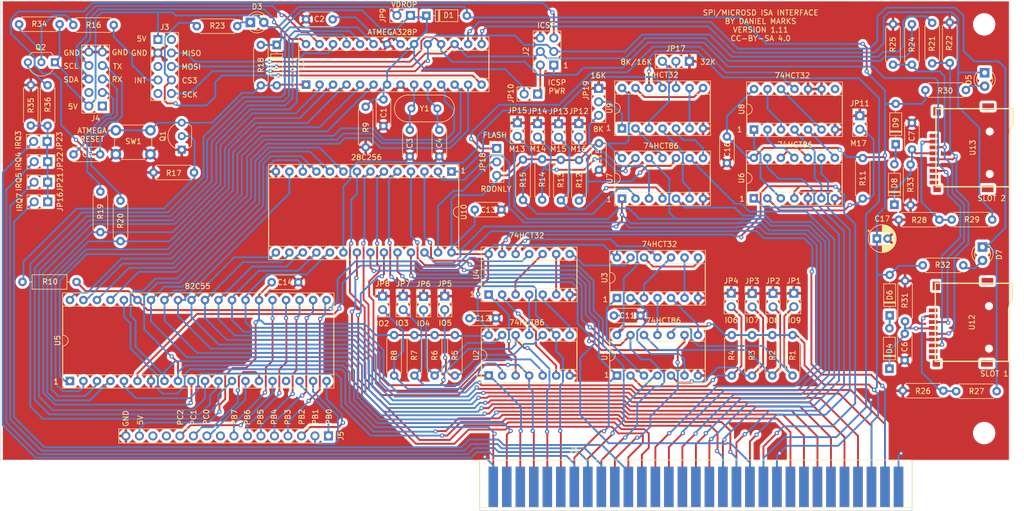
<source format=kicad_pcb>
(kicad_pcb (version 20221018) (generator pcbnew)
  (layers (0 "F.Cu" signal) (31 "B.Cu" signal) (34 "B.Paste" user) (35 "F.Paste" user) (36 "B.SilkS" user "B.Silkscreen") (37 "F.SilkS" user "F.Silkscreen") (38 "B.Mask" user) (39 "F.Mask" user) (44 "Edge.Cuts" user))
  (net 0 "")
  (net 1 "Net-(D1-K)")
  (net 2 "Net-(U11-AREF)")
  (net 3 "Net-(U11-XTAL1{slash}PB6)")
  (net 4 "Net-(U11-XTAL2{slash}PB7)")
  (net 5 "Net-(J4-Pin_3)")
  (net 6 "Net-(D4-K)")
  (net 7 "Net-(D8-K)")
  (net 8 "Net-(D3-K)")
  (net 9 "Net-(D4-A)")
  (net 10 "Net-(D5-A)")
  (net 11 "Net-(D7-A)")
  (net 12 "Net-(D8-A)")
  (net 25 "Net-(J1-IRQ7)")
  (net 26 "GND")
  (net 27 "RESET")
  (net 28 "+5V")
  (net 29 "A9")
  (net 30 "A8")
  (net 31 "A7")
  (net 32 "A6")
  (net 33 "A5")
  (net 34 "A4")
  (net 35 "A3")
  (net 36 "A2")
  (net 37 "A1")
  (net 38 "A0")
  (net 39 "Net-(J1-IRQ5)")
  (net 40 "Net-(J1-IRQ4)")
  (net 41 "Net-(J1-IRQ3)")
  (net 44 "Net-(U1-Pad3)")
  (net 45 "Net-(U1-Pad6)")
  (net 46 "Net-(U2-Pad3)")
  (net 47 "Net-(U2-Pad6)")
  (net 48 "Net-(U2-Pad8)")
  (net 49 "Net-(U2-Pad11)")
  (net 50 "Net-(U4-Pad10)")
  (net 51 "Net-(U4-Pad6)")
  (net 52 "Net-(U1-Pad8)")
  (net 53 "Net-(U1-Pad11)")
  (net 54 "IOW")
  (net 55 "IOR")
  (net 56 "D7")
  (net 57 "D6")
  (net 58 "D5")
  (net 59 "D4")
  (net 60 "D3")
  (net 61 "D2")
  (net 62 "D1")
  (net 63 "D0")
  (net 64 "SEL8255")
  (net 65 "MEMW")
  (net 66 "MEMR")
  (net 67 "A19")
  (net 68 "A18")
  (net 69 "A17")
  (net 70 "A16")
  (net 71 "A15")
  (net 72 "A14")
  (net 73 "A13")
  (net 74 "A12")
  (net 75 "A11")
  (net 76 "A10")
  (net 82 "Net-(J2-Pin_2)")
  (net 84 "Net-(U6-Pad3)")
  (net 85 "Net-(U6-Pad8)")
  (net 86 "INT")
  (net 88 "Net-(U7-Pad8)")
  (net 90 "SELROM")
  (net 93 "Net-(J4-Pin_5)")
  (net 94 "Net-(U3-Pad10)")
  (net 95 "Net-(U3-Pad6)")
  (net 96 "Net-(U3-Pad12)")
  (net 97 "Net-(U3-Pad13)")
  (net 98 "Net-(J4-Pin_7)")
  (net 102 "Net-(JP1-B)")
  (net 103 "ARESET")
  (net 104 "Net-(JP2-B)")
  (net 105 "Net-(JP3-B)")
  (net 106 "MISO")
  (net 107 "Net-(JP4-B)")
  (net 108 "SCK")
  (net 109 "MOSI")
  (net 110 "Net-(JP5-B)")
  (net 111 "Net-(JP6-B)")
  (net 112 "Net-(JP7-B)")
  (net 113 "CS3")
  (net 114 "Net-(JP8-B)")
  (net 115 "Net-(JP11-B)")
  (net 116 "Net-(JP12-B)")
  (net 117 "Net-(JP13-B)")
  (net 118 "APC4")
  (net 119 "Net-(JP14-B)")
  (net 120 "APC5")
  (net 121 "Net-(JP15-B)")
  (net 122 "PA0")
  (net 123 "PA1")
  (net 124 "Net-(JP17-C)")
  (net 125 "Net-(JP17-B)")
  (net 126 "Net-(JP18-C)")
  (net 127 "CS")
  (net 128 "Net-(JP19-C)")
  (net 129 "CS2")
  (net 130 "PA3")
  (net 131 "PA2")
  (net 132 "PC7")
  (net 133 "PC6")
  (net 134 "PC5")
  (net 135 "PC4")
  (net 136 "PC0")
  (net 137 "PC1")
  (net 138 "PC2")
  (net 139 "PC3")
  (net 140 "PB0")
  (net 141 "PB1")
  (net 142 "PB2")
  (net 143 "PB3")
  (net 144 "PB4")
  (net 145 "PB5")
  (net 146 "PB6")
  (net 147 "PB7")
  (net 148 "PA7")
  (net 149 "PA6")
  (net 150 "PA5")
  (net 151 "PA4")
  (net 152 "Net-(JP19-B)")
  (net 153 "Net-(Q1-B)")
  (net 154 "Net-(U12-SCLK)")
  (net 155 "Net-(U12-DI)")
  (net 156 "Net-(U12-~{CS})")
  (net 157 "Net-(U13-~{CS})")
  (net 160 "Net-(U7-Pad11)")
  (net 161 "AEN")
  (net 162 "Net-(U3-Pad11)")
  (net 163 "Net-(U6-Pad6)")
  (net 164 "Net-(U6-Pad11)")
  (net 165 "Net-(U7-Pad6)")
  (net 166 "Net-(U9-Pad6)")
  (net 167 "Net-(U9-Pad13)")
  (net 168 "Net-(U8-Pad13)")
  (net 169 "Net-(U8-Pad12)")
  (net 171 "Net-(U8-Pad11)")
  (net 172 "Net-(JP16-A)")
  (net 173 "Net-(Q2-B)")
  (net 174 "Net-(Q2-C)")
  (footprint "Resistor_THT:R_Axial_DIN0207_L6.3mm_D2.5mm_P7.62mm_Horizontal" (layer "F.Cu") (at 119.69 81.51 -90)
    (fp_text reference "R9")
    (fp_text value "10k")
  )
  (footprint "Resistor_THT:R_Axial_DIN0207_L6.3mm_D2.5mm_P7.62mm_Horizontal" (layer "F.Cu") (at 188.54 124.49 -90)
    (fp_text reference "R4")
    (fp_text value "10k")
  )
  (footprint "Connector_PinHeader_2.54mm:PinHeader_1x02_P2.54mm_Vertical" (layer "F.Cu") (at 126.75 117.16)
    (fp_text reference "JP7")
    (fp_text value "A6")
  )
  (footprint "Resistor_THT:R_Axial_DIN0207_L6.3mm_D2.5mm_P7.62mm_Horizontal" (layer "F.Cu") (at 87.41 93.88 180)
    (fp_text reference "R17")
    (fp_text value "100k")
  )
  (footprint "Capacitor_THT:C_Disc_D5.0mm_W2.5mm_P5.00mm" (layer "F.Cu") (at 163.56 93.38 90)
    (fp_text reference "C15")
    (fp_text value "100 nF")
  )
  (footprint "ISACard:BUS_ISA8" (layer "F.Cu") (at 219.89 153.07)
    (fp_text reference "J1")
    (fp_text value "Bus_ISA_8bit")
  )
  (footprint "Connector_PinHeader_2.54mm:PinHeader_1x02_P2.54mm_Vertical" (layer "F.Cu") (at 159.76 84.67)
    (fp_text reference "JP12")
    (fp_text value "A3")
  )
  (footprint "Diode_THT:D_DO-35_SOD27_P7.62mm_Horizontal" (layer "F.Cu") (at 218.23 120.77 90)
    (fp_text reference "D6")
    (fp_text value "1N4148")
  )
  (footprint "Capacitor_THT:C_Disc_D5.0mm_W2.5mm_P5.00mm" (layer "F.Cu") (at 171.376 120.812 180)
    (fp_text reference "C11")
    (fp_text value "100 nF")
  )
  (footprint "Capacitor_THT:C_Disc_D5.0mm_W2.5mm_P5.00mm" (layer "F.Cu") (at 128 85.86 -90)
    (fp_text reference "C3")
    (fp_text value "20 pF")
  )
  (footprint "Package_DIP:DIP-14_W7.62mm_Socket" (layer "F.Cu") (at 166.95 117.505 90)
    (fp_text reference "U3")
    (fp_text value "74LS32")
  )
  (footprint "Connector_PinHeader_2.54mm:PinHeader_1x02_P2.54mm_Vertical" (layer "F.Cu") (at 134.56 117.16)
    (fp_text reference "JP5")
    (fp_text value "A4")
  )
  (footprint "Resistor_THT:R_Axial_DIN0207_L6.3mm_D2.5mm_P7.62mm_Horizontal" (layer "F.Cu") (at 159.8 91.55 -90)
    (fp_text reference "R12")
    (fp_text value "10k")
  )
  (footprint "Connector_PinHeader_2.54mm:PinHeader_1x02_P2.54mm_Vertical" (layer "F.Cu") (at 192.37 116.64)
    (fp_text reference "JP3")
    (fp_text value "A2")
  )
  (footprint "Connector_PinHeader_2.54mm:PinHeader_1x02_P2.54mm_Vertical" (layer "F.Cu") (at 152.04 79.12 -90)
    (fp_text reference "JP10")
    (fp_text value "PWR")
  )
  (footprint "Resistor_THT:R_Axial_DIN0207_L6.3mm_D2.5mm_P7.62mm_Horizontal" (layer "F.Cu") (at 226.222 65.714 -90)
    (fp_text reference "R21")
    (fp_text value "470R")
  )
  (footprint "Diode_THT:D_DO-35_SOD27_P7.62mm_Horizontal" (layer "F.Cu") (at 219.364 88.58 90)
    (fp_text reference "D9")
    (fp_text value "1N4148")
  )
  (footprint "Resistor_THT:R_Axial_DIN0207_L6.3mm_D2.5mm_P7.62mm_Horizontal" (layer "F.Cu") (at 192.35 124.49 -90)
    (fp_text reference "R3")
    (fp_text value "10k")
  )
  (footprint "Resistor_THT:R_Axial_DIN0207_L6.3mm_D2.5mm_P7.62mm_Horizontal" (layer "F.Cu") (at 136.47 124.49 -90)
    (fp_text reference "R5")
    (fp_text value "10k")
  )
  (footprint "Diode_THT:D_DO-35_SOD27_P7.62mm_Horizontal" (layer "F.Cu") (at 218.18 130.82 90)
    (fp_text reference "D4")
    (fp_text value "1N4148")
  )
  (footprint "Resistor_THT:R_Axial_DIN0207_L6.3mm_D2.5mm_P7.62mm_Horizontal" (layer "F.Cu") (at 221.12 121.89 90)
    (fp_text reference "R31")
    (fp_text value "10k")
  )
  (footprint "LED_THT:LED_D3.0mm" (layer "F.Cu") (at 236.09 75.1 -90)
    (fp_text reference "D5")
    (fp_text value "LED")
  )
  (footprint "Resistor_THT:R_Axial_DIN0207_L6.3mm_D2.5mm_P7.62mm_Horizontal" (layer "F.Cu") (at 73.59 99.19 -90)
    (fp_text reference "R20")
    (fp_text value "2k2")
  )
  (footprint "Package_DIP:DIP-28_W7.62mm_Socket" (layer "F.Cu") (at 108.48 77.34 90)
    (fp_text reference "U11")
    (fp_text value "ATmega328P-P")
  )
  (footprint "Connector_PinHeader_2.54mm:PinHeader_1x03_P2.54mm_Vertical" (layer "F.Cu") (at 144.34 89.35)
    (fp_text reference "JP18")
    (fp_text value "Jumper_3_Open")
  )
  (footprint "Connector_PinHeader_2.54mm:PinHeader_1x02_P2.54mm_Vertical" (layer "F.Cu") (at 148.22 84.53)
    (fp_text reference "JP15")
    (fp_text value "A6")
  )
  (footprint "Connector_PinHeader_2.54mm:PinHeader_1x16_P2.54mm_Vertical" (layer "F.Cu") (at 112.7 143.46 -90)
    (fp_text reference "J5")
    (fp_text value "Conn_01x16")
  )
  (footprint "Package_TO_SOT_THT:TO-92_Inline_Wide" (layer "F.Cu") (at 85.11 89.58 90)
    (fp_text reference "Q1")
    (fp_text value "2N3904")
  )
  (footprint "Capacitor_THT:CP_Radial_D5.0mm_P2.00mm" (layer "F.Cu") (at 215.826 106.334)
    (fp_text reference "C17")
    (fp_text value "10 uF")
  )
  (footprint "MountingHole:MountingHole_3.7mm" (layer "F.Cu") (at 236 66)
    (fp_text reference "H1" hide)
    (fp_text value "MountingHole")
  )
  (footprint "Crystal:Crystal_HC49-U_Vertical" (layer "F.Cu") (at 133.18 81.83 180)
    (fp_text reference "Y1")
    (fp_text value "16 MHz")
  )
  (footprint "Resistor_THT:R_Axial_DIN0207_L6.3mm_D2.5mm_P7.62mm_Horizontal" (layer "F.Cu") (at 69.81 105.11 90)
    (fp_text reference "R19")
    (fp_text value "2k2")
  )
  (footprint "Capacitor_THT:C_Disc_D5.0mm_W2.5mm_P5.00mm" (layer "F.Cu") (at 107.02 114.54 180)
    (fp_text reference "C14")
    (fp_text value "100 nF")
  )
  (footprint "Resistor_THT:R_Axial_DIN0207_L6.3mm_D2.5mm_P7.62mm_Horizontal" (layer "F.Cu") (at 227.57 102.77 180)
    (fp_text reference "R28")
    (fp_text value "10k")
  )
  (footprint "Connector_PinHeader_2.54mm:PinHeader_1x02_P2.54mm_Vertical" (layer "F.Cu") (at 59.9 91.85 -90)
    (fp_text reference "JP22")
    (fp_text value "JP")
  )
  (footprint "Connector_PinHeader_2.54mm:PinHeader_2x05_P2.54mm_Vertical" (layer "F.Cu") (at 80.63 68.85)
    (fp_text reference "J3")
    (fp_text value "EXTSPI")
  )
  (footprint "Capacitor_THT:C_Disc_D5.0mm_W2.5mm_P5.00mm" (layer "F.Cu") (at 133.54 90.86 90)
    (fp_text reference "C4")
    (fp_text value "20 pF")
  )
  (footprint "Resistor_THT:R_Axial_DIN0207_L6.3mm_D2.5mm_P7.62mm_Horizontal" (layer "F.Cu") (at 218.856 73.588 90)
    (fp_text reference "R25")
    (fp_text value "1k")
  )
  (footprint "Capacitor_THT:C_Disc_D5.0mm_W2.5mm_P5.00mm" (layer "F.Cu") (at 113.48 65.05 180)
    (fp_text reference "C2")
    (fp_text value "100 nF")
  )
  (footprint "Package_DIP:DIP-14_W7.62mm_Socket" (layer "F.Cu") (at 167.894 85.598 90)
    (fp_text reference "U9")
    (fp_text value "74LS32")
  )
  (footprint "Connector_PinHeader_2.54mm:PinHeader_1x02_P2.54mm_Vertical" (layer "F.Cu") (at 212.61 83.2)
    (fp_text reference "JP11")
    (fp_text value "A2")
  )
  (footprint "Resistor_THT:R_Axial_DIN0207_L6.3mm_D2.5mm_P7.62mm_Horizontal" (layer "F.Cu") (at 156.39 91.5 -90)
    (fp_text reference "R13")
    (fp_text value "10k")
  )
  (footprint "Connector_PinHeader_2.54mm:PinHeader_1x02_P2.54mm_Vertical" (layer "F.Cu") (at 59.89 95.7 -90)
    (fp_text reference "JP21")
    (fp_text value "JP")
  )
  (footprint "Resistor_THT:R_Axial_DIN0207_L6.3mm_D2.5mm_P7.62mm_Horizontal" (layer "F.Cu") (at 152.88 91.39 -90)
    (fp_text reference "R14")
    (fp_text value "10k")
  )
  (footprint "Capacitor_THT:C_Disc_D5.0mm_W2.5mm_P5.00mm" (layer "F.Cu") (at 64.76 90.47)
    (fp_text reference "C5")
    (fp_text value "100 nF")
  )
  (footprint "ISACard:GCT-MEM2055-00-190-01-A" (layer "F.Cu") (at 225.74 89.22 -90)
    (fp_text reference "U13")
    (fp_text value "MicroSD_SPI_CD")
  )
  (footprint "Resistor_THT:R_Axial_DIN0207_L6.3mm_D2.5mm_P7.62mm_Horizontal" (layer "F.Cu") (at 128.85 124.49 -90)
    (fp_text reference "R7")
    (fp_text value "10k")
  )
  (footprint "Capacitor_THT:C_Disc_D5.0mm_W2.5mm_P5.00mm" (layer "F.Cu") (at 222.412 84.55 -90)
    (fp_text reference "C7")
    (fp_text value "100 nF")
  )
  (footprint "Connector_PinHeader_2.54mm:PinHeader_1x02_P2.54mm_Vertical" (layer "F.Cu") (at 59.8 88.04 -90)
    (fp_text reference "JP23")
    (fp_text value "JP")
  )
  (footprint "Connector_PinHeader_2.54mm:PinHeader_1x02_P2.54mm_Vertical" (layer "F.Cu") (at 200.2 116.61)
    (fp_text reference "JP1")
    (fp_text value "A0")
  )
  (footprint "Connector_PinHeader_2.54mm:PinHeader_1x02_P2.54mm_Vertical" (layer "F.Cu") (at 128.11 64.32 -90)
    (fp_text reference "JP9")
    (fp_text value "PWR")
  )
  (footprint "Resistor_THT:R_Axial_DIN0207_L6.3mm_D2.5mm_P7.62mm_Horizontal" (layer "F.Cu") (at 149.28 91.44 -90)
    (fp_text reference "R15")
    (fp_text value "10k")
  )
  (footprint "Package_DIP:DIP-40_W15.24mm_Socket" (layer "F.Cu") (at 64.08 133.126 90)
    (fp_text reference "U5")
    (fp_text value "82C55A")
  )
  (footprint "Resistor_THT:R_Axial_DIN0207_L6.3mm_D2.5mm_P7.62mm_Horizontal" (layer "F.Cu") (at 213.16 91.16 -90)
    (fp_text reference "R11")
    (fp_text value "10k")
  )
  (footprint "Button_Switch_THT:SW_PUSH_6mm" (layer "F.Cu") (at 72.72 85.94)
    (fp_text reference "SW1")
    (fp_text value "SW_Push")
  )
  (footprint "Connector_PinHeader_2.54mm:PinHeader_1x02_P2.54mm_Vertical" (layer "F.Cu") (at 155.96 84.71)
    (fp_text reference "JP13")
    (fp_text value "A4")
  )
  (footprint "Capacitor_THT:C_Disc_D5.0mm_W2.5mm_P5.00mm" (layer "F.Cu") (at 144.198 121.32 180)
    (fp_text reference "C12")
    (fp_text value "100 nF")
  )
  (footprint "Resistor_THT:R_Axial_DIN0207_L6.3mm_D2.5mm_P7.62mm_Horizontal" (layer "F.Cu") (at 224.45 111.35)
    (fp_text reference "R32")
    (fp_text value "1k")
  )
  (footprint "MountingHole:MountingHole_3.7mm" (layer "F.Cu") (at 236 142.93)
    (fp_text reference "H2" hide)
    (fp_text value "MountingHole")
  )
  (footprint "Resistor_THT:R_Axial_DIN0207_L6.3mm_D2.5mm_P7.62mm_Horizontal" (layer "F.Cu") (at 196.16 124.49 -90)
    (fp_text reference "R2")
    (fp_text value "10k")
  )
  (footprint "Resistor_THT:R_Axial_DIN0207_L6.3mm_D2.5mm_P7.62mm_Horizontal" (layer "F.Cu") (at 229.524 73.26 90)
    (fp_text reference "R22")
    (fp_text value "1k")
  )
  (footprint "Resistor_THT:R_Axial_DIN0207_L6.3mm_D2.5mm_P7.62mm_Horizontal" (layer "F.Cu") (at 95.56 66.33 180)
    (fp_text reference "R23")
    (fp_text value "1k")
  )
  (footprint "Resistor_THT:R_Axial_DIN0207_L6.3mm_D2.5mm_P7.62mm_Horizontal" (layer "F.Cu") (at 230.73 135.05)
    (fp_text reference "R27")
    (fp_text value "4k7")
  )
  (footprint "Resistor_THT:R_Axial_DIN0207_L6.3mm_D2.5mm_P7.62mm_Horizontal" (layer "F.Cu") (at 222.412 65.968 -90)
    (fp_text reference "R24")
    (fp_text value "470R")
  )
  (footprint "LED_THT:LED_D3.0mm" (layer "F.Cu") (at 235.68 107.91 -90)
    (fp_text reference "D7")
    (fp_text value "LED")
  )
  (footprint "ISACard:GCT-MEM2055-00-190-01-A" (layer "F.Cu") (at 225.61 122.08 -90)
    (fp_text reference "U12")
    (fp_text value "MicroSD_SPI_CD")
  )
  (footprint "Connector_PinHeader_2.54mm:PinHeader_1x02_P2.54mm_Vertical" (layer "F.Cu") (at 188.43 116.6)
    (fp_text reference "JP4")
    (fp_text value "A3")
  )
  (footprint "Package_DIP:DIP-14_W7.62mm_Socket" (layer "F.Cu") (at 166.945 132.1 90)
    (fp_text reference "U1")
    (fp_text value "74LS86")
  )
  (footprint "Resistor_THT:R_Axial_DIN0207_L6.3mm_D2.5mm_P7.62mm_Horizontal" (layer "F.Cu") (at 199.97 124.49 -90)
    (fp_text reference "R1")
    (fp_text value "10k")
  )
  (footprint "Resistor_THT:R_Axial_DIN0207_L6.3mm_D2.5mm_P7.62mm_Horizontal" (layer "F.Cu") (at 72.32 66.12 180)
    (fp_text reference "R16")
    (fp_text value "10k")
  )
  (footprint "Package_DIP:DIP-14_W7.62mm_Socket" (layer "F.Cu") (at 192.68 98.74 90)
    (fp_text reference "U6")
    (fp_text value "74LS86")
  )
  (footprint "Package_DIP:DIP-14_W7.62mm_Socket" (layer "F.Cu") (at 142.815 116.86 90)
    (fp_text reference "U4")
    (fp_text value "74LS32")
  )
  (footprint "Capacitor_THT:C_Disc_D5.0mm_W2.5mm_P5.00mm" (layer "F.Cu") (at 145.21 100.87 180)
    (fp_text reference "C13")
    (fp_text value "100 nF")
  )
  (footprint "Resistor_THT:R_Axial_DIN0207_L6.3mm_D2.5mm_P7.62mm_Horizontal" (layer "F.Cu") (at 229.89 102.75)
    (fp_text reference "R29")
    (fp_text value "4k7")
  )
  (footprint "LED_THT:LED_D3.0mm" (layer "F.Cu") (at 98 65.62)
    (fp_text reference "D3")
    (fp_text value "LED")
  )
  (footprint "Resistor_THT:R_Axial_DIN0207_L6.3mm_D2.5mm_P7.62mm_Horizontal" (layer "F.Cu") (at 56.72 85.03 90)
    (fp_text reference "R35")
    (fp_text value "22k")
  )
  (footprint "Package_TO_SOT_THT:TO-92_Inline_Wide" (layer "F.Cu") (at 61.25 73.13 180)
    (fp_text reference "Q2")
    (fp_text value "2N3906")
  )
  (footprint "Capacitor_THT:C_Disc_D5.0mm_W2.5mm_P5.00mm" (layer "F.Cu") (at 187.632 92.11 90)
    (fp_text reference "C16")
    (fp_text value "100 nF")
  )
  (footprint "Connector_PinHeader_2.54mm:PinHeader_1x03_P2.54mm_Vertical" (layer "F.Cu") (at 163.5 78.04)
    (fp_text reference "JP19")
    (fp_text value "Jumper_3_Open")
  )
  (footprint "Connector_PinHeader_2.54mm:PinHeader_1x02_P2.54mm_Vertical" (layer "F.Cu") (at 196.29 116.63)
    (fp_text reference "JP2")
    (fp_text value "A1")
  )
  (footprint "Connector_PinHeader_2.54mm:PinHeader_1x02_P2.54mm_Vertical" (layer "F.Cu") (at 59.9 99.4 -90)
    (fp_text reference "JP16")
    (fp_text value "JP")
  )
  (footprint "Package_DIP:DIP-14_W7.62mm_Socket" (layer "F.Cu") (at 192.715 85.79 90)
    (fp_text reference "U8")
    (fp_text value "74LS32")
  )
  (footprint "Package_DIP:DIP-14_W7.62mm_Socket" (layer "F.Cu") (at 142.815 132.1 90)
    (fp_text reference "U2")
    (fp_text value "74LS86")
  )
  (footprint "Resistor_THT:R_Axial_DIN0207_L6.3mm_D2.5mm_P7.62mm_Horizontal" (layer "F.Cu") (at 132.66 124.49 -90)
    (fp_text reference "R6")
    (fp_text value "10k")
  )
  (footprint "Resistor_THT:R_Axial_DIN0207_L6.3mm_D2.5mm_P7.62mm_Horizontal" (layer "F.Cu") (at 232.57 78.36 180)
    (fp_text reference "R30")
    (fp_text value "1k")
  )
  (footprint "Diode_THT:D_DO-35_SOD27_P7.62mm_Horizontal" (layer "F.Cu") (at 219.12 99.95 90)
    (fp_text reference "D8")
    (fp_text value "1N4148")
  )
  (footprint "Package_DIP:DIP-28_W15.24mm_Socket" (layer "F.Cu") (at 135.83 93.7 -90)
    (fp_text reference "U10")
    (fp_text value "28C256")
  )
  (footprint "Resistor_THT:R_Axial_DIN0207_L6.3mm_D2.5mm_P7.62mm_Horizontal" (layer "F.Cu") (at 228.32 134.95 180)
    (fp_text reference "R26")
    (fp_text value "10k")
  )
  (footprint "Connector_PinHeader_2.54mm:PinHeader_2x03_P2.54mm_Vertical" (layer "F.Cu") (at 155.07 73.65 180)
    (fp_text reference "J2")
    (fp_text value "ICSP")
  )
  (footprint "Diode_THT:D_DO-35_SOD27_P7.62mm_Horizontal" (layer "F.Cu") (at 131.1 64.37)
    (fp_text reference "D1")
    (fp_text value "1N4148")
  )
  (footprint "Connector_PinHeader_2.54mm:PinHeader_1x02_P2.54mm_Vertical" (layer "F.Cu") (at 152.02 84.67)
    (fp_text reference "JP14")
    (fp_text value "A5")
  )
  (footprint "Resistor_THT:R_Axial_DIN0207_L6.3mm_D2.5mm_P7.62mm_Horizontal" (layer "F.Cu") (at 59.88 77.44 -90)
    (fp_text reference "R36")
    (fp_text value "1k")
  )
  (footprint "Connector_PinHeader_2.54mm:PinHeader_1x02_P2.54mm_Vertical" (layer "F.Cu") (at 122.88 117.16)
    (fp_text reference "JP8")
    (fp_text value "A7")
  )
  (footprint "Resistor_THT:R_Axial_DIN0207_L6.3mm_D2.5mm_P7.62mm_Horizontal" (layer "F.Cu") (at 222.158 92.384 -90)
    (fp_text reference "R33")
    (fp_text value "10k")
  )
  (footprint "Connector_PinHeader_2.54mm:PinHeader_2x05_P2.54mm_Vertical" (layer "F.Cu") (at 70.18 81.37 180)
    (fp_text reference "J4")
    (fp_text value "SERCON")
  )
  (footprint "Package_DIP:DIP-14_W7.62mm_Socket" (layer "F.Cu") (at 167.889 98.796 90)
    (fp_text reference "U7")
    (fp_text value "74LS86")
  )
  (footprint "Capacitor_THT:C_Disc_D5.0mm_W2.5mm_P5.00mm" (layer "F.Cu") (at 221.06 129.23 90)
    (fp_text reference "C6")
    (fp_text value "100 nF")
  )
  (footprint "Connector_PinHeader_2.54mm:PinHeader_1x03_P2.54mm_Vertical" (layer "F.Cu") (at 180.57 72.95 -90)
    (fp_text reference "JP17")
    (fp_text value "Jumper_3_Open")
  )
  (footprint "Diode_THT:D_DO-35_SOD27_P7.62mm_Horizontal" (layer "F.Cu") (at 102.97 69.86 -90)
    (fp_text reference "D2")
    (fp_text value "1N4148")
  )
  (footprint "Capacitor_THT:C_Disc_D5.0mm_W2.5mm_P5.00mm" (layer "F.Cu") (at 123.04 80.13 -90)
    (fp_text reference "C1")
    (fp_text value "100 nF")
  )
  (footprint "Connector_PinHeader_2.54mm:PinHeader_1x02_P2.54mm_Vertical" (layer "F.Cu") (at 130.58 117.2)
    (fp_text reference "JP6")
    (fp_text value "A5")
  )
  (footprint "Resistor_THT:R_Axial_DIN0207_L6.3mm_D2.5mm_P7.62mm_Horizontal" (layer "F.Cu") (at 54.518 65.968)
    (fp_text reference "R34")
    (fp_text value "100k")
  )
  (footprint "Resistor_THT:R_Axial_DIN0207_L6.3mm_D2.5mm_P10.16mm_Horizontal" (layer "F.Cu") (at 65.32 114.48 180)
    (fp_text reference "R10")
    (fp_text value "100k")
  )
  (footprint "Resistor_THT:R_Axial_DIN0207_L6.3mm_D2.5mm_P7.62mm_Horizontal" (layer "F.Cu") (at 99.98 69.86 -90)
    (fp_text reference "R18")
    (fp_text value "10k")
  )
  (footprint "Resistor_THT:R_Axial_DIN0207_L6.3mm_D2.5mm_P7.62mm_Horizontal" (layer "F.Cu") (at 125.04 124.49 -90)
    (fp_text reference "R8")
    (fp_text value "10k")
  )
  (gr_line (start 222.43 148.01) (end 240.7 148.01) (stroke (width 0.1)) (layer "Edge.Cuts"))
  (gr_line (start 141.15 147.99) (end 141.15 157.515) (stroke (width 0.1)) (layer "Edge.Cuts"))
  (gr_line (start 141.15 157.515) (end 222.43 157.515) (stroke (width 0.1)) (layer "Edge.Cuts"))
  (gr_line (start 240.7 148.01) (end 240.7 61.65) (stroke (width 0.1)) (layer "Edge.Cuts"))
  (gr_line (start 50.98 61.63) (end 50.98 147.99) (stroke (width 0.1)) (layer "Edge.Cuts"))
  (gr_line (start 222.43 157.515) (end 222.43 148.01) (stroke (width 0.1)) (layer "Edge.Cuts"))
  (gr_line (start 50.98 147.99) (end 141.15 147.99) (stroke (width 0.1)) (layer "Edge.Cuts"))
  (gr_line (start 240.7 61.65) (end 50.98 61.63) (stroke (width 0.1)) (layer "Edge.Cuts"))
  (gr_text "INT" (at 77.31 76.56) (layer "F.SilkS") (effects (font (size 1 1))))
  (gr_text "PB0" (at 112.79 139.85 90) (layer "F.SilkS") (effects (font (size 1 1))))
  (gr_text "1" (at 190.01 85.79) (layer "F.SilkS") (effects (font (size 1 1))))
  (gr_text "PC0" (at 89.74 139.89 90) (layer "F.SilkS") (effects (font (size 1 1))))
  (gr_text "CS3" (at 86.59 76.57) (layer "F.SilkS") (effects (font (size 1 1))))
  (gr_text "IO3" (at 126.55 122.24) (layer "F.SilkS") (effects (font (size 1 1))))
  (gr_text "5V" (at 64.63 81.49) (layer "F.SilkS") (effects (font (size 1 1))))
  (gr_text "SCK" (at 86.65 79.24) (layer "F.SilkS") (effects (font (size 1 1))))
  (gr_text "ATMEGA\nRESET" (at 68.25 86.8) (layer "F.SilkS") (effects (font (size 1 1))))
  (gr_text "IRQ4" (at 54.42 91.74 90) (layer "F.SilkS") (effects (font (size 1 1))))
  (gr_text "GND" (at 64.42 71.37) (layer "F.SilkS") (effects (font (size 1 1))))
  (gr_text "PB5" (at 99.92 139.91 90) (layer "F.SilkS") (effects (font (size 1 1))))
  (gr_text "28C256" (at 119.84 91.03) (layer "F.SilkS") (effects (font (size 1 1))))
  (gr_text "RDONLY" (at 144.22 96.99) (layer "F.SilkS") (effects (font (size 1 1))))
  (gr_text "74HCT86" (at 200.44 88.64) (layer "F.SilkS") (effects (font (size 1 1))))
  (gr_text "M15" (at 155.92 89.45) (layer "F.SilkS") (effects (font (size 1 1))))
  (gr_text "ATMEGA328P" (at 124.73 67.47) (layer "F.SilkS") (effects (font (size 1 1))))
  (gr_text "PB6" (at 97.45 139.95 90) (layer "F.SilkS") (effects (font (size 1 1))))
  (gr_text "74HCT32" (at 199.93 75.63) (layer "F.SilkS") (effects (font (size 1 1))))
  (gr_text "GND" (at 74.59 140.19 90) (layer "F.SilkS") (effects (font (size 1 1))))
  (gr_text "32K" (at 184.058 73.08) (layer "F.SilkS") (effects (font (size 1 1))))
  (gr_text "1" (at 106.22 77.39) (layer "F.SilkS") (effects (font (size 1 1))))
  (gr_text "PC2" (at 84.84 139.99 90) (layer "F.SilkS") (effects (font (size 1 1))))
  (gr_text "74HCT32" (at 175.19 75.52) (layer "F.SilkS") (effects (font (size 1 1))))
  (gr_text "M13" (at 148.17 89.45) (layer "F.SilkS") (effects (font (size 1 1))))
  (gr_text "PB2" (at 107.69 139.89 90) (layer "F.SilkS") (effects (font (size 1 1))))
  (gr_text "FLASH" (at 143.99 86.83) (layer "F.SilkS") (effects (font (size 1 1))))
  (gr_text "PB3" (at 105.04 139.92 90) (layer "F.SilkS") (effects (font (size 1 1))))
  (gr_text "1" (at 164.772 117.764) (layer "F.SilkS") (effects (font (size 1 1))))
  (gr_text "IRQ7" (at 54.63 99.48 90) (layer "F.SilkS") (effects (font (size 1 1))))
  (gr_text "IO2" (at 122.86 122.3) (layer "F.SilkS") (effects (font (size 1 1))))
  (gr_text "1" (at 165.39 85.51) (layer "F.SilkS") (effects (font (size 1 1))))
  (gr_text "74HCT32" (at 149.95 105.74) (layer "F.SilkS") (effects (font (size 1 1))))
  (gr_text "8K/16K" (at 170.596 73.08) (layer "F.SilkS") (effects (font (size 1 1))))
  (gr_text "IRQ5" (at 54.47 95.61 90) (layer "F.SilkS") (effects (font (size 1 1))))
  (gr_text "IO4" (at 130.55 122.3) (layer "F.SilkS") (effects (font (size 1 1))))
  (gr_text "MOSI" (at 86.89 74) (layer "F.SilkS") (effects (font (size 1 1))))
  (gr_text "VDROP" (at 126.95 62.26) (layer "F.SilkS") (effects (font (size 1 1))))
  (gr_text "RX" (at 72.96 76.36) (layer "F.SilkS") (effects (font (size 1 1))))
  (gr_text "16K" (at 163.44 75.63) (layer "F.SilkS") (effects (font (size 1 1))))
  (gr_text "PB7" (at 95.02 139.92 90) (layer "F.SilkS") (effects (font (size 1 1))))
  (gr_text "PB4" (at 102.48 139.88 90) (layer "F.SilkS") (effects (font (size 1 1))))
  (gr_text "1" (at 157.34 73.72) (layer "F.SilkS") (effects (font (size 1 1))))
  (gr_text "PC1" (at 87.32 139.98 90) (layer "F.SilkS") (effects (font (size 1 1))))
  (gr_text "IRQ3" (at 54.37 87.76 90) (layer "F.SilkS") (effects (font (size 1 1))))
  (gr_text "ICSP\nPWR" (at 155.67 77.75) (layer "F.SilkS") (effects (font (size 1 1))))
  (gr_text "74HCT86" (at 175.24 88.88) (layer "F.SilkS") (effects (font (size 1 1))))
  (gr_text "M14" (at 152.08 89.42) (layer "F.SilkS") (effects (font (size 1 1))))
  (gr_text "IO8" (at 196.23 121.73) (layer "F.SilkS") (effects (font (size 1 1))))
  (gr_text "IO9" (at 200.3 121.72) (layer "F.SilkS") (effects (font (size 1 1))))
  (gr_text "IO5" (at 134.65 122.21) (layer "F.SilkS") (effects (font (size 1 1))))
  (gr_text "MISO" (at 86.95 71.44) (layer "F.SilkS") (effects (font (size 1 1))))
  (gr_text "1" (at 61.47 133.25) (layer "F.SilkS") (effects (font (size 1 1))))
  (gr_text "M17" (at 212.36 88.4) (layer "F.SilkS") (effects (font (size 1 1))))
  (gr_text "SDA" (at 64.28 76.4) (layer "F.SilkS") (effects (font (size 1 1))))
  (gr_text "M16" (at 159.72 89.45) (layer "F.SilkS") (effects (font (size 1 1))))
  (gr_text "SCL" (at 64.28 73.85) (layer "F.SilkS") (effects (font (size 1 1))))
  (gr_text "1" (at 190.46 98.85) (layer "F.SilkS") (effects (font (size 1 1))))
  (gr_text "GND" (at 73.49 71.27) (layer "F.SilkS") (effects (font (size 1 1))))
  (gr_text "5V" (at 77.56 68.71) (layer "F.SilkS") (effects (font (size 1 1))))
  (gr_text "TX" (at 73.03 73.92) (layer "F.SilkS") (effects (font (size 1 1))))
  (gr_text "ICSP" (at 153.67 66.19) (layer "F.SilkS") (effects (font (size 1 1))))
  (gr_text "8K" (at 163.46 85.74) (layer "F.SilkS") (effects (font (size 1 1))))
  (gr_text "SLOT 2" (at 237.398 98.734) (layer "F.SilkS") (effects (font (size 1 1))))
  (gr_text "IO7" (at 192.41 121.68) (layer "F.SilkS") (effects (font (size 1 1))))
  (gr_text "1" (at 165.46 98.92) (layer "F.SilkS") (effects (font (size 1 1))))
  (gr_text "IO6" (at 188.44 121.68) (layer "F.SilkS") (effects (font (size 1 1))))
  (gr_text "1" (at 138.03 93.54) (layer "F.SilkS") (effects (font (size 1 1))))
  (gr_text "74HCT86" (at 150 122.11) (layer "F.SilkS") (effects (font (size 1 1))))
  (gr_text "GND" (at 77.11 71.39) (layer "F.SilkS") (effects (font (size 1 1))))
  (gr_text "5V" (at 77.32 140.5 90) (layer "F.SilkS") (effects (font (size 1 1))))
  (gr_text "1" (at 165.026 131.988) (layer "F.SilkS") (effects (font (size 1 1))))
  (gr_text "SPI/MICROSD ISA INTERFACE\nBY DANIEL MARKS\nVERSION 1.11\nCC-BY-SA 4.0" (at 193.964 66.222) (layer "F.SilkS") (effects (font (size 1 1))))
  (gr_text "74HCT32" (at 174.92 107.38) (layer "F.SilkS") (effects (font (size 1 1))))
  (gr_text "PB1" (at 110.23 139.86 90) (layer "F.SilkS") (effects (font (size 1 1))))
  (gr_text "82C55" (at 88.09 115.29) (layer "F.SilkS") (effects (font (size 1 1))))
  (gr_text "74HCT86" (at 175.67 121.76) (layer "F.SilkS") (effects (font (size 1 1))))
  (gr_text "1" (at 140.642 132.242) (layer "F.SilkS") (effects (font (size 1 1))))
  (gr_text "1" (at 139.72 116.81) (layer "F.SilkS") (effects (font (size 1 1))))
  (gr_text "SLOT 1" (at 237.906 131.754) (layer "F.SilkS") (effects (font (size 1 1))))
  (segment (start 121.07 80.13) (end 119.69 81.51) (width 0.35) (layer "B.Cu") (net 1))
  (segment (start 119.04 63.35) (end 107.57 63.35) (width 0.35) (layer "B.Cu") (net 1))
  (segment (start 145.915 74.43) (end 130.83 74.43) (width 0.35) (layer "B.Cu") (net 1))
  (segment (start 131.2 64.47) (end 131.2 67.17) (width 0.35) (layer "B.Cu") (net 1))
  (segment (start 122.47 66.78) (end 119.04 63.35) (width 0.35) (layer "B.Cu") (net 1))
  (segment (start 99.99 69.87) (end 99.98 69.86) (width 0.35) (layer "B.Cu") (net 1))
  (segment (start 103.82 68.95) (end 102.97 69.8) (width 0.35) (layer "B.Cu") (net 1))
  (segment (start 123.04 80.13) (end 123.04 78.02) (width 0.35) (layer "B.Cu") (net 1))
  (segment (start 149.5 78.015) (end 145.915 74.43) (width 0.35) (layer "B.Cu") (net 1))
  (segment (start 102.97 69.8) (end 102.97 69.86) (width 0.35) (layer "B.Cu") (net 1))
  (segment (start 128.8 72.4) (end 128.8 69.72) (width 0.35) (layer "B.Cu") (net 1))
  (segment (start 103.82 67.1) (end 103.82 68.95) (width 0.35) (layer "B.Cu") (net 1))
  (segment (start 130.8 64.67) (end 128.46 64.67) (width 0.35) (layer "B.Cu") (net 1))
  (segment (start 131.2 67.17) (end 128.94 69.43) (width 0.35) (layer "B.Cu") (net 1))
  (segment (start 128.11 64.32) (end 125.65 66.78) (width 0.35) (layer "B.Cu") (net 1))
  (segment (start 128.94 69.58) (end 128.8 69.72) (width 0.35) (layer "B.Cu") (net 1))
  (segment (start 125.65 66.78) (end 122.47 66.78) (width 0.35) (layer "B.Cu") (net 1))
  (segment (start 149.5 79.12) (end 149.5 78.015) (width 0.35) (layer "B.Cu") (net 1))
  (segment (start 128.46 64.67) (end 128.11 64.32) (width 0.35) (layer "B.Cu") (net 1))
  (segment (start 102.96 69.87) (end 99.99 69.87) (width 0.35) (layer "B.Cu") (net 1))
  (segment (start 131.1 64.37) (end 131.2 64.47) (width 0.35) (layer "B.Cu") (net 1))
  (segment (start 123.04 78.02) (end 123.72 77.34) (width 0.35) (layer "B.Cu") (net 1))
  (segment (start 102.97 69.86) (end 102.96 69.87) (width 0.35) (layer "B.Cu") (net 1))
  (segment (start 123.72 77.34) (end 123.72 74.8) (width 0.35) (layer "B.Cu") (net 1))
  (segment (start 123.72 74.8) (end 128.8 69.72) (width 0.35) (layer "B.Cu") (net 1))
  (segment (start 107.57 63.35) (end 103.82 67.1) (width 0.35) (layer "B.Cu") (net 1))
  (segment (start 128.94 69.43) (end 128.94 69.58) (width 0.35) (layer "B.Cu") (net 1))
  (segment (start 131.1 64.37) (end 130.8 64.67) (width 0.35) (layer "B.Cu") (net 1))
  (segment (start 123.04 80.13) (end 121.07 80.13) (width 0.35) (layer "B.Cu") (net 1))
  (segment (start 130.83 74.43) (end 128.8 72.4) (width 0.35) (layer "B.Cu") (net 1))
  (segment (start 113.86 64.67) (end 113.48 65.05) (width 0.35) (layer "B.Cu") (net 2))
  (segment (start 123.98 67.44) (end 120.6 67.44) (width 0.35) (layer "B.Cu") (net 2))
  (segment (start 126.26 69.72) (end 123.98 67.44) (width 0.35) (layer "B.Cu") (net 2))
  (segment (start 117.83 64.67) (end 113.86 64.67) (width 0.35) (layer "B.Cu") (net 2))
  (segment (start 120.6 67.44) (end 117.83 64.67) (width 0.35) (layer "B.Cu") (net 2))
  (segment (start 128 85.86) (end 128 82.13) (width 0.35) (layer "B.Cu") (net 3))
  (segment (start 128.8 81.33) (end 128.3 81.83) (width 0.35) (layer "B.Cu") (net 3))
  (segment (start 128 82.13) (end 128.3 81.83) (width 0.35) (layer "B.Cu") (net 3))
  (segment (start 128.8 77.34) (end 128.8 81.33) (width 0.35) (layer "B.Cu") (net 3))
  (segment (start 133.18 81.83) (end 133.18 85.5) (width 0.35) (layer "B.Cu") (net 4))
  (segment (start 133.18 85.5) (end 133.54 85.86) (width 0.35) (layer "B.Cu") (net 4))
  (segment (start 131.34 79.99) (end 133.18 81.83) (width 0.35) (layer "B.Cu") (net 4))
  (segment (start 131.34 77.34) (end 131.34 79.99) (width 0.35) (layer "B.Cu") (net 4))
  (segment (start 71.7 83.11) (end 72.2 82.61) (width 0.35) (layer "B.Cu") (net 5))
  (segment (start 72.2 82.61) (end 72.2 79.96) (width 0.35) (layer "B.Cu") (net 5))
  (segment (start 64.76 90.47) (end 66.64 88.59) (width 0.35) (layer "B.Cu") (net 5))
  (segment (start 72.2 79.96) (end 71.07 78.83) (width 0.35) (layer "B.Cu") (net 5))
  (segment (start 70.66 83.11) (end 71.7 83.11) (width 0.35) (layer "B.Cu") (net 5))
  (segment (start 66.64 87.13) (end 70.66 83.11) (width 0.35) (layer "B.Cu") (net 5))
  (segment (start 71.07 78.83) (end 70.18 78.83) (width 0.35) (layer "B.Cu") (net 5))
  (segment (start 66.64 88.59) (end 66.64 87.13) (width 0.35) (layer "B.Cu") (net 5))
  (segment (start 223.18 123.23) (end 226.31 123.23) (width 0.35) (layer "F.Cu") (net 6))
  (segment (start 226.31 123.23) (end 226.41 123.13) (width 0.35) (layer "F.Cu") (net 6))
  (via (at 223.18 123.23) (size 0.8) (drill 0.4) (layers "F.Cu" "B.Cu") (net 6))
  (segment (start 221.12 123.23) (end 221.12 124.17) (width 0.35) (layer "B.Cu") (net 6))
  (segment (start 221.12 121.89) (end 221.12 123.23) (width 0.35) (layer "B.Cu") (net 6))
  (segment (start 223.18 123.23) (end 221.12 123.23) (width 0.35) (layer "B.Cu") (net 6))
  (segment (start 221.12 124.17) (end 221.06 124.23) (width 0.35) (layer "B.Cu") (net 6))
  (segment (start 218.18 127.37) (end 218.18 130.82) (width 0.35) (layer "B.Cu") (net 6))
  (segment (start 221.06 124.23) (end 221.06 124.49) (width 0.35) (layer "B.Cu") (net 6))
  (segment (start 221.06 124.49) (end 218.18 127.37) (width 0.35) (layer "B.Cu") (net 6))
  (segment (start 223.132 90.27) (end 222.412 89.55) (width 0.35) (layer "F.Cu") (net 7))
  (segment (start 226.54 90.27) (end 223.132 90.27) (width 0.35) (layer "F.Cu") (net 7))
  (segment (start 222.412 89.55) (end 222.412 92.13) (width 0.35) (layer "B.Cu") (net 7))
  (segment (start 219.12 97.2) (end 219.12 99.95) (width 0.35) (layer "B.Cu") (net 7))
  (segment (start 222.412 92.13) (end 222.158 92.384) (width 0.35) (layer "B.Cu") (net 7))
  (segment (start 222.158 94.162) (end 219.12 97.2) (width 0.35) (layer "B.Cu") (net 7))
  (segment (start 222.158 92.384) (end 222.158 94.162) (width 0.35) (layer "B.Cu") (net 7))
  (segment (start 98 65.62) (end 96.27 65.62) (width 0.35) (layer "B.Cu") (net 8))
  (segment (start 96.27 65.62) (end 95.56 66.33) (width 0.35) (layer "B.Cu") (net 8))
  (segment (start 218.23 120.77) (end 218.23 123.15) (width 0.35) (layer "B.Cu") (net 9))
  (segment (start 218.23 123.15) (end 218.18 123.2) (width 0.35) (layer "B.Cu") (net 9))
  (segment (start 233.36 77.57) (end 236.02 77.57) (width 0.35) (layer "B.Cu") (net 10))
  (segment (start 236.02 77.57) (end 236.09 77.64) (width 0.35) (layer "B.Cu") (net 10))
  (segment (start 232.57 78.36) (end 233.36 77.57) (width 0.35) (layer "B.Cu") (net 10))
  (segment (start 232.6 111.88) (end 232.07 111.35) (width 0.35) (layer "B.Cu") (net 11))
  (segment (start 235.68 110.45) (end 234.25 111.88) (width 0.35) (layer "B.Cu") (net 11))
  (segment (start 234.25 111.88) (end 232.6 111.88) (width 0.35) (layer "B.Cu") (net 11))
  (segment (start 219.364 92.086) (end 219.12 92.33) (width 0.35) (layer "B.Cu") (net 12))
  (segment (start 219.364 88.58) (end 219.364 92.086) (width 0.35) (layer "B.Cu") (net 12))
  (segment (start 57.36 99.4) (end 53.57 103.19) (width 0.35) (layer "B.Cu") (net 25))
  (segment (start 169.09 150.15) (end 164.11 145.17) (width 0.35) (layer "B.Cu") (net 25))
  (segment (start 139.15 144.15) (end 137.7 145.6) (width 0.35) (layer "B.Cu") (net 25))
  (segment (start 59.26 145.6) (end 137.7 145.6) (width 0.35) (layer "B.Cu") (net 25))
  (segment (start 59.26 145.6) (end 53.57 139.91) (width 0.35) (layer "B.Cu") (net 25))
  (segment (start 53.57 103.19) (end 53.57 139.91) (width 0.35) (layer "B.Cu") (net 25))
  (segment (start 145.65 145.17) (end 164.11 145.17) (width 0.35) (layer "B.Cu") (net 25))
  (segment (start 145.65 145.17) (end 144.63 144.15) (width 0.35) (layer "B.Cu") (net 25))
  (segment (start 144.63 144.15) (end 139.15 144.15) (width 0.35) (layer "B.Cu") (net 25))
  (segment (start 169.09 153.07) (end 169.09 150.15) (width 0.35) (layer "B.Cu") (net 25))
  (via (at 214.69 136.67) (size 0.8) (drill 0.4) (layers "F.Cu" "B.Cu") (net 26))
  (via (at 142.09 147.4) (size 0.8) (drill 0.4) (layers "F.Cu" "B.Cu") (net 26))
  (via (at 220.38 146.74) (size 0.8) (drill 0.4) (layers "F.Cu" "B.Cu") (net 26))
  (via (at 197.52 146.74) (size 0.8) (drill 0.4) (layers "F.Cu" "B.Cu") (net 26))
  (segment (start 197.52 146.74) (end 197.52 146.72) (width 0.35) (layer "B.Cu") (net 26))
  (segment (start 208.55 145.32) (end 214.69 139.18) (width 0.35) (layer "B.Cu") (net 26))
  (segment (start 143.69 149) (end 142.09 147.4) (width 0.35) (layer "B.Cu") (net 26))
  (segment (start 197.03 153.07) (end 197.03 147.23) (width 0.35) (layer "B.Cu") (net 26))
  (segment (start 219.89 153.07) (end 219.89 147.23) (width 0.35) (layer "B.Cu") (net 26))
  (segment (start 197.52 146.72) (end 198.92 145.32) (width 0.35) (layer "B.Cu") (net 26))
  (segment (start 197.03 147.23) (end 197.52 146.74) (width 0.35) (layer "B.Cu") (net 26))
  (segment (start 214.69 139.18) (end 214.69 136.67) (width 0.35) (layer "B.Cu") (net 26))
  (segment (start 143.69 153.07) (end 143.69 149) (width 0.35) (layer "B.Cu") (net 26))
  (segment (start 219.89 147.23) (end 220.38 146.74) (width 0.35) (layer "B.Cu") (net 26))
  (segment (start 198.92 145.32) (end 208.55 145.32) (width 0.35) (layer "B.Cu") (net 26))
  (segment (start 205.5 131.94) (end 214.724 131.94) (width 0.35) (layer "F.Cu") (net 27))
  (segment (start 113.12 119.54) (end 112.88 119.78) (width 0.35) (layer "F.Cu") (net 27))
  (segment (start 67.05 116.21) (end 65.32 114.48) (width 0.35) (layer "F.Cu") (net 27))
  (segment (start 76.78 117.886) (end 75.104 116.21) (width 0.35) (layer "F.Cu") (net 27))
  (segment (start 214.724 131.94) (end 216.824 134.04) (width 0.35) (layer "F.Cu") (net 27))
  (segment (start 203.57 112.54) (end 203.51 112.6) (width 0.35) (layer "F.Cu") (net 27))
  (segment (start 203.51 129.95) (end 205.5 131.94) (width 0.35) (layer "F.Cu") (net 27))
  (segment (start 75.104 116.21) (end 67.05 116.21) (width 0.35) (layer "F.Cu") (net 27))
  (segment (start 112.88 119.78) (end 78.674 119.78) (width 0.35) (layer "F.Cu") (net 27))
  (segment (start 78.674 119.78) (end 76.78 117.886) (width 0.35) (layer "F.Cu") (net 27))
  (segment (start 203.51 112.6) (end 203.51 129.95) (width 0.35) (layer "F.Cu") (net 27))
  (via (at 203.57 112.54) (size 0.8) (drill 0.4) (layers "F.Cu" "B.Cu") (net 27))
  (via (at 216.824 134.04) (size 0.8) (drill 0.4) (layers "F.Cu" "B.Cu") (net 27))
  (via (at 113.12 119.54) (size 0.8) (drill 0.4) (layers "F.Cu" "B.Cu") (net 27))
  (segment (start 130.25 111.63) (end 136.57 111.63) (width 0.35) (layer "B.Cu") (net 27))
  (segment (start 143.26 104.94) (end 189.27 104.94) (width 0.35) (layer "B.Cu") (net 27))
  (segment (start 136.57 111.63) (end 143.26 104.94) (width 0.35) (layer "B.Cu") (net 27))
  (segment (start 202.11 106.23) (end 203.68 107.8) (width 0.35) (layer "B.Cu") (net 27))
  (segment (start 194.55 106.23) (end 202.11 106.23) (width 0.35) (layer "B.Cu") (net 27))
  (segment (start 113.12 119.54) (end 113.12 119.32) (width 0.35) (layer "B.Cu") (net 27))
  (segment (start 114.41 113.96) (end 117.76 110.61) (width 0.35) (layer "B.Cu") (net 27))
  (segment (start 203.68 107.8) (end 203.68 112.43) (width 0.35) (layer "B.Cu") (net 27))
  (segment (start 203.68 112.43) (end 203.57 112.54) (width 0.35) (layer "B.Cu") (net 27))
  (segment (start 189.27 104.94) (end 189.34 104.87) (width 0.35) (layer "B.Cu") (net 27))
  (segment (start 216.824 134.04) (end 217.35 134.566) (width 0.35) (layer "B.Cu") (net 27))
  (segment (start 117.76 110.61) (end 129.23 110.61) (width 0.35) (layer "B.Cu") (net 27))
  (segment (start 189.34 104.87) (end 193.19 104.87) (width 0.35) (layer "B.Cu") (net 27))
  (segment (start 193.19 104.87) (end 194.55 106.23) (width 0.35) (layer "B.Cu") (net 27))
  (segment (start 113.12 119.32) (end 114.41 118.03) (width 0.35) (layer "B.Cu") (net 27))
  (segment (start 129.23 110.61) (end 130.25 111.63) (width 0.35) (layer "B.Cu") (net 27))
  (segment (start 217.35 134.566) (end 217.35 153.07) (width 0.35) (layer "B.Cu") (net 27))
  (segment (start 114.41 118.03) (end 114.41 113.96) (width 0.35) (layer "B.Cu") (net 27))
  (segment (start 159.8 91.55) (end 162.97 88.38) (width 0.35) (layer "F.Cu") (net 28))
  (segment (start 214.288 133.79) (end 205.85 133.79) (width 0.35) (layer "F.Cu") (net 28))
  (segment (start 99.64 116.92) (end 99.64 117.886) (width 0.35) (layer "F.Cu") (net 28))
  (segment (start 152.99 91.5) (end 152.88 91.39) (width 0.35) (layer "F.Cu") (net 28))
  (segment (start 136.13 109.24) (end 135.83 108.94) (width 0.35) (layer "F.Cu") (net 28))
  (segment (start 213.19 69.67) (end 213.17 69.67) (width 0.35) (layer "F.Cu") (net 28))
  (segment (start 132.66 124.49) (end 128.85 124.49) (width 0.35) (layer "F.Cu") (net 28))
  (segment (start 142.72 109.335) (end 142.815 109.24) (width 0.35) (layer "F.Cu") (net 28))
  (segment (start 208.51 89.26) (end 200.98 89.26) (width 0.35) (layer "F.Cu") (net 28))
  (segment (start 92.19 138.9) (end 92.19 137.63) (width 0.35) (layer "F.Cu") (net 28))
  (segment (start 97.22 130.68) (end 99 128.9) (width 0.35) (layer "F.Cu") (net 28))
  (segment (start 156.39 91.5) (end 152.99 91.5) (width 0.35) (layer "F.Cu") (net 28))
  (segment (start 215.3 134.802) (end 214.288 133.79) (width 0.35) (layer "F.Cu") (net 28))
  (segment (start 152.88 91.39) (end 149.33 91.39) (width 0.35) (layer "F.Cu") (net 28))
  (segment (start 162.97 88.38) (end 163.56 88.38) (width 0.35) (layer "F.Cu") (net 28))
  (segment (start 202.84 91.12) (end 200.98 89.26) (width 0.35) (layer "F.Cu") (net 28))
  (segment (start 217.03 90.99) (end 213.33 90.99) (width 0.35) (layer "F.Cu") (net 28))
  (segment (start 198.85 89.26) (end 194.54 89.26) (width 0.35) (layer "F.Cu") (net 28))
  (segment (start 140.85 116.76) (end 140.85 115.82) (width 0.35) (layer "F.Cu") (net 28))
  (segment (start 183.836 122.844) (end 168.581 122.844) (width 0.35) (layer "F.Cu") (net 28))
  (segment (start 200.98 89.26) (end 198.85 89.26) (width 0.35) (layer "F.Cu") (net 28))
  (segment (start 99 128.9) (end 99 122.12) (width 0.35) (layer "F.Cu") (net 28))
  (segment (start 197.76 91.12) (end 198.85 90.03) (width 0.35) (layer "F.Cu") (net 28))
  (segment (start 168.581 122.844) (end 166.945 124.48) (width 0.35) (layer "F.Cu") (net 28))
  (segment (start 142.815 109.24) (end 136.13 109.24) (width 0.35) (layer "F.Cu") (net 28))
  (segment (start 144.35 94.44) (end 146.28 94.44) (width 0.35) (layer "F.Cu") (net 28))
  (segment (start 213.905 70.385) (end 213.19 69.67) (width 0.35) (layer "F.Cu") (net 28))
  (segment (start 149.33 91.39) (end 149.28 91.44) (width 0.35) (layer "F.Cu") (net 28))
  (segment (start 202.22 130.16) (end 202.22 126.02) (width 0.35) (layer "F.Cu") (net 28))
  (segment (start 93.28 136.54) (end 93.28 132.08) (width 0.35) (layer "F.Cu") (net 28))
  (segment (start 144.34 94.43) (end 144.35 94.44) (width 0.35) (layer "F.Cu") (net 28))
  (segment (start 156.44 91.55) (end 156.39 91.5) (width 0.35) (layer "F.Cu") (net 28))
  (segment (start 125.04 124.49) (end 128.85 124.49) (width 0.35) (layer "F.Cu") (net 28))
  (segment (start 99 122.12) (end 99.01 122.11) (width 0.35) (layer "F.Cu") (net 28))
  (segment (start 200.69 124.49) (end 199.97 124.49) (width 0.35) (layer "F.Cu") (net 28))
  (segment (start 213.905 74.845) (end 213.905 70.385) (width 0.35) (layer "F.Cu") (net 28))
  (segment (start 202.22 126.02) (end 200.69 124.49) (width 0.35) (layer "F.Cu") (net 28))
  (segment (start 213.33 90.99) (end 213.16 91.16) (width 0.35) (layer "F.Cu") (net 28))
  (segment (start 92.19 137.63) (end 93.28 136.54) (width 0.35) (layer "F.Cu") (net 28))
  (segment (start 146.28 94.44) (end 149.28 91.44) (width 0.35) (layer "F.Cu") (net 28))
  (segment (start 136.47 124.49) (end 132.66 124.49) (width 0.35) (layer "F.Cu") (net 28))
  (segment (start 102.02 114.54) (end 99.64 116.92) (width 0.35) (layer "F.Cu") (net 28))
  (segment (start 142.72 113.95) (end 142.72 109.335) (width 0.35) (layer "F.Cu") (net 28))
  (segment (start 205.85 133.79) (end 202.22 130.16) (width 0.35) (layer "F.Cu") (net 28))
  (segment (start 194.54 89.26) (end 192.68 91.12) (width 0.35) (layer "F.Cu") (net 28))
  (segment (start 94.68 130.68) (end 97.22 130.68) (width 0.35) (layer "F.Cu") (net 28))
  (segment (start 208.85 89.6) (end 208.51 89.26) (width 0.35) (layer "F.Cu") (net 28))
  (segment (start 184.222 122.458) (end 183.836 122.844) (width 0.35) (layer "F.Cu") (net 28))
  (segment (start 217.35 90.67) (end 217.03 90.99) (width 0.35) (layer "F.Cu") (net 28))
  (segment (start 93.28 132.08) (end 94.68 130.68) (width 0.35) (layer "F.Cu") (net 28))
  (segment (start 140.85 115.82) (end 142.72 113.95) (width 0.35) (layer "F.Cu") (net 28))
  (segment (start 159.8 91.55) (end 156.44 91.55) (width 0.35) (layer "F.Cu") (net 28))
  (segment (start 198.85 90.03) (end 198.85 89.26) (width 0.35) (layer "F.Cu") (net 28))
  (via (at 217.35 90.67) (size 0.8) (drill 0.4) (layers "F.Cu" "B.Cu") (net 28))
  (via (at 215.3 134.802) (size 0.8) (drill 0.4) (layers "F.Cu" "B.Cu") (net 28))
  (via (at 92.19 138.9) (size 0.8) (drill 0.4) (layers "F.Cu" "B.Cu") (net 28))
  (via (at 213.17 69.67) (size 0.8) (drill 0.4) (layers "F.Cu" "B.Cu") (net 28))
  (via (at 140.85 116.76) (size 0.8) (drill 0.4) (layers "F.Cu" "B.Cu") (net 28))
  (via (at 99.01 122.11) (size 0.8) (drill 0.4) (layers "F.Cu" "B.Cu") (net 28))
  (via (at 208.85 89.6) (size 0.8) (drill 0.4) (layers "F.Cu" "B.Cu") (net 28))
  (via (at 213.905 74.845) (size 0.8) (drill 0.4) (layers "F.Cu" "B.Cu") (net 28))
  (via (at 184.222 122.458) (size 0.8) (drill 0.4) (layers "F.Cu" "B.Cu") (net 28))
  (segment (start 219.364 80.96) (end 217.61 80.96) (width 0.35) (layer "B.Cu") (net 28))
  (segment (start 170.76 108.98) (end 170.27 108.49) (width 0.35) (layer "B.Cu") (net 28))
  (segment (start 187.27 124.49) (end 185.238 122.458) (width 0.35) (layer "B.Cu") (net 28))
  (segment (start 141.64 98.14) (end 144.34 95.44) (width 0.35) (layer "B.Cu") (net 28))
  (segment (start 80.63 63.99) (end 80.38 63.74) (width 0.35) (layer "B.Cu") (net 28))
  (segment (start 119.5 122.38) (end 121.61 124.49) (width 0.35) (layer "B.Cu") (net 28))
  (segment (start 135.83 108.94) (end 135.83 98.91) (width 0.35) (layer "B.Cu") (net 28))
  (segment (start 77.14 142.13) (end 77.14 143.46) (width 0.35) (layer "B.Cu") (net 28))
  (segment (start 169.15 87.85) (end 169.15 79.234) (width 0.35) (layer "B.Cu") (net 28))
  (segment (start 139.04 64.69) (end 190.04 64.69) (width 0.35) (layer "B.Cu") (net 28))
  (segment (start 107.04 62.72) (end 123.97 62.72) (width 0.35) (layer "B.Cu") (net 28))
  (segment (start 142.815 108.455) (end 143.75 107.52) (width 0.35) (layer "B.Cu") (net 28))
  (segment (start 140.642 121.32) (end 139.198 121.32) (width 0.35) (layer "B.Cu") (net 28))
  (segment (start 140.76 116.85) (end 140.76 121.202) (width 0.35) (layer "B.Cu") (net 28))
  (segment (start 61.25 73.13) (end 63.57 75.45) (width 0.35) (layer "B.Cu") (net 28))
  (segment (start 142.645 124.65) (end 137.19 124.65) (width 0.35) (layer "B.Cu") (net 28))
  (segment (start 142.815 123.305) (end 142.815 124.48) (width 0.35) (layer "B.Cu") (net 28))
  (segment (start 166.775 109.885) (end 166.95 109.885) (width 0.35) (layer "B.Cu") (net 28))
  (segment (start 126.706 62.7) (end 138.21 62.7) (width 0.35) (layer "B.Cu") (net 28))
  (segment (start 219.364 80.96) (end 224.184 80.96) (width 0.35) (layer "B.Cu") (net 28))
  (segment (start 121.61 124.49) (end 125.04 124.49) (width 0.35) (layer "B.Cu") (net 28))
  (segment (start 144.34 95.44) (end 144.34 94.43) (width 0.35) (layer "B.Cu") (net 28))
  (segment (start 187.632 87.11) (end 191.642 91.12) (width 0.35) (layer "B.Cu") (net 28))
  (segment (start 135.83 108.09) (end 135.83 108.94) (width 0.35) (layer "B.Cu") (net 28))
  (segment (start 165.093 88.38) (end 165.133 88.42) (width 0.35) (layer "B.Cu") (net 28))
  (segment (start 163.56 88.38) (end 165.093 88.38) (width 0.35) (layer "B.Cu") (net 28))
  (segment (start 68.9 80.11) (end 67.64 81.37) (width 0.35) (layer "B.Cu") (net 28))
  (segment (start 169.15 79.234) (end 167.894 77.978) (width 0.35) (layer "B.Cu") (net 28))
  (segment (start 92.17 138.9) (end 90.13 140.94) (width 0.35) (layer "B.Cu") (net 28))
  (segment (start 123.97 62.72) (end 125.57 64.32) (width 0.35) (layer "B.Cu") (net 28))
  (segment (start 138.72 63.21) (end 138.72 64.37) (width 0.35) (layer "B.Cu") (net 28))
  (segment (start 168.074 120.812) (end 168.22 120.666) (width 0.35) (layer "B.Cu") (net 28))
  (segment (start 168.22 113.822) (end 170.76 111.282) (width 0.35) (layer "B.Cu") (net 28))
  (segment (start 142.815 124.48) (end 142.645 124.65) (width 0.35) (layer "B.Cu") (net 28))
  (segment (start 191.642 91.12) (end 192.68 91.12) (width 0.35) (layer "B.Cu") (net 28))
  (segment (start 99.64 117.886) (end 99.64 121.48) (width 0.35) (layer "B.Cu") (net 28))
  (segment (start 140.76 121.202) (end 140.642 121.32) (width 0.35) (layer "B.Cu") (net 28))
  (segment (start 217.61 80.96) (end 217.35 80.7) (width 0.35) (layer "B.Cu") (net 28))
  (segment (start 168.22 120.666) (end 168.22 113.822) (width 0.35) (layer "B.Cu") (net 28))
  (segment (start 192.35 124.49) (end 196.16 124.49) (width 0.35) (layer "B.Cu") (net 28))
  (segment (start 185.238 122.458) (end 184.222 122.458) (width 0.35) (layer "B.Cu") (net 28))
  (segment (start 167.202 108.49) (end 166.95 108.742) (width 0.35) (layer "B.Cu") (net 28))
  (segment (start 100.68 122.38) (end 119.5 122.38) (width 0.35) (layer "B.Cu") (net 28))
  (segment (start 80.38 63.74) (end 69.98 63.74) (width 0.35) (layer "B.Cu") (net 28))
  (segment (start 224.95 80.194) (end 224.95 78.36) (width 0.35) (layer "B.Cu") (net 28))
  (segment (start 69.98 63.74) (end 68.9 64.82) (width 0.35) (layer "B.Cu") (net 28))
  (segment (start 140.85 116.76) (end 140.76 116.85) (width 0.35) (layer "B.Cu") (net 28))
  (segment (start 101.44 66.52) (end 103.24 66.52) (width 0.35) (layer "B.Cu") (net 28))
  (segment (start 210.21 90.96) (end 212.96 90.96) (width 0.35) (layer "B.Cu") (net 28))
  (segment (start 135.83 98.91) (end 136.6 98.14) (width 0.35) (layer "B.Cu") (net 28))
  (segment (start 83.38 63.74) (end 80.38 63.74) (width 0.35) (layer "B.Cu") (net 28))
  (segment (start 215.826 112.83) (end 215.826 106.334) (width 0.35) (layer "B.Cu") (net 28))
  (segment (start 140.21 103.71) (end 135.83 108.09) (width 0.35) (layer "B.Cu") (net 28))
  (segment (start 224.184 80.96) (end 224.95 80.194) (width 0.35) (layer "B.Cu") (net 28))
  (segment (start 140.76 121.202) (end 140.76 121.25) (width 0.35) (layer "B.Cu") (net 28))
  (segment (start 190.04 64.69) (end 195.01 69.66) (width 0.35) (layer "B.Cu") (net 28))
  (segment (start 217.35 90.67) (end 217.35 100.43) (width 0.35) (layer "B.Cu") (net 28))
  (segment (start 136.6 98.14) (end 141.64 98.14) (width 0.35) (layer "B.Cu") (net 28))
  (segment (start 63.57 75.45) (end 63.57 77.3) (width 0.35) (layer "B.Cu") (net 28))
  (segment (start 140.76 121.25) (end 142.815 123.305) (width 0.35) (layer "B.Cu") (net 28))
  (segment (start 168.58 88.42) (end 169.15 87.85) (width 0.35) (layer "B.Cu") (net 28))
  (segment (start 62.138 65.968) (end 62.138 72.242) (width 0.35) (layer "B.Cu") (net 28))
  (segment (start 214.83 140.93) (end 216.062 139.698) (width 0.35) (layer "B.Cu") (net 28))
  (segment (start 100.54 65.62) (end 101.44 66.52) (width 0.35) (layer "B.Cu") (net 28))
  (segment (start 216.062 135.564) (end 215.3 134.802) (width 0.35) (layer "B.Cu") (net 28))
  (segment (start 142.815 109.24) (end 142.815 108.455) (width 0.35) (layer "B.Cu") (net 28))
  (segment (start 217.35 78.44) (end 217.35 80.7) (width 0.35) (layer "B.Cu") (net 28))
  (segment (start 166.376 120.812) (end 168.074 120.812) (width 0.35) (layer "B.Cu") (net 28))
  (segment (start 78.33 140.94) (end 77.14 142.13) (width 0.35) (layer "B.Cu") (net 28))
  (segment (start 170.27 108.49) (end 167.202 108.49) (width 0.35) (layer "B.Cu") (net 28))
  (segment (start 103.24 66.52) (end 107.04 62.72) (width 0.35) (layer "B.Cu") (net 28))
  (segment (start 170.76 111.282) (end 170.76 108.98) (width 0.35) (layer "B.Cu") (net 28))
  (segment (start 168.22 122.74) (end 168.22 120.666) (width 0.35) (layer "B.Cu") (net 28))
  (segment (start 216.146 113.15) (end 215.826 112.83) (width 0.35) (layer "B.Cu") (net 28))
  (segment (start 208.84 69.67) (end 213.17 69.67) (width 0.35) (layer "B.Cu") (net 28))
  (segment (start 166.945 124.48) (end 166.945 124.015) (width 0.35) (layer "B.Cu") (net 28))
  (segment (start 214.81 153.07) (end 214.83 153.05) (width 0.35) (layer "B.Cu") (net 28))
  (segment (start 137.19 124.65) (end 137.03 124.49) (width 0.35) (layer "B.Cu") (net 28))
  (segment (start 213.905 74.845) (end 213.905 74.995) (width 0.35) (layer "B.Cu") (net 28))
  (segment (start 92.19 138.9) (end 92.17 138.9) (width 0.35) (layer "B.Cu") (net 28))
  (segment (start 187.632 87.11) (end 187.632 83.253) (width 0.35) (layer "B.Cu") (net 28))
  (segment (start 125.57 63.836) (end 126.706 62.7) (width 0.35) (layer "B.Cu") (net 28))
  (segment (start 218.23 113.15) (end 216.146 113.15) (width 0.35) (layer "B.Cu") (net 28))
  (segment (start 166.945 124.015) (end 168.22 122.74) (width 0.35) (layer "B.Cu") (net 28))
  (segment (start 187.632 83.253) (end 192.715 78.17) (width 0.35) (layer "B.Cu") (net 28))
  (segment (start 99.24 64.32) (end 83.96 64.32) (width 0.35) (layer "B.Cu") (net 28))
  (segment (start 90.13 140.94) (end 78.33 140.94) (width 0.35) (layer "B.Cu") (net 28))
  (segment (start 80.63 68.85) (end 80.63 63.99) (width 0.35) (layer "B.Cu") (net 28))
  (segment (start 224.366 111.434) (end 219.946 111.434) (width 0.35) (layer "B.Cu") (net 28))
  (segment (start 188.54 124.49) (end 192.35 124.49) (width 0.35) (layer "B.Cu") (net 28))
  (segment (start 188.54 124.49) (end 187.27 124.49) (width 0.35) (layer "B.Cu") (net 28))
  (segment (start 215.826 101.954) (end 215.826 106.334) (width 0.35) (layer "B.Cu") (net 28))
  (segment (start 143.75 107.52) (end 164.41 107.52) (width 0.35) (layer "B.Cu") (net 28))
  (segment (start 99.38 121.74) (end 99.01 122.11) (width 0.35) (layer "B.Cu") (net 28))
  (segment (start 165.093 88.38) (end 167.889 91.176) (width 0.35) (layer "B.Cu") (net 28))
  (segment (start 216.062 139.698) (end 216.062 135.564) (width 0.35) (layer "B.Cu") (net 28))
  (segment (start 199.97 124.49) (end 196.16 124.49) (width 0.35) (layer "B.Cu") (net 28))
  (segment (start 137.03 124.49) (end 136.47 124.49) (width 0.35) (layer "B.Cu") (net 28))
  (segment (start 99.64 121.48) (end 99.38 121.74) (width 0.35) (layer "B.Cu") (net 28))
  (segment (start 100.54 65.62) (end 99.24 64.32) (width 0.35) (layer "B.Cu") (net 28))
  (segment (start 208.85 89.6) (end 210.21 90.96) (width 0.35) (layer "B.Cu") (net 28))
  (segment (start 166.95 108.742) (end 166.95 109.885) (width 0.35) (layer "B.Cu") (net 28))
  (segment (start 62.138 72.242) (end 61.25 73.13) (width 0.35) (layer "B.Cu") (net 28))
  (segment (start 215.826 134.276) (end 215.826 112.83) (width 0.35) (layer "B.Cu") (net 28))
  (segment (start 125.57 64.32) (end 125.57 63.836) (width 0.35) (layer "B.Cu") (net 28))
  (segment (start 217.35 100.43) (end 215.826 101.954) (width 0.35) (layer "B.Cu") (net 28))
  (segment (start 214.83 153.05) (end 214.83 140.93) (width 0.35) (layer "B.Cu") (net 28))
  (segment (start 100.04 121.74) (end 100.68 122.38) (width 0.35) (layer "B.Cu") (net 28))
  (segment (start 208.83 69.66) (end 208.84 69.67) (width 0.35) (layer "B.Cu") (net 28))
  (segment (start 100.04 121.74) (end 99.38 121.74) (width 0.35) (layer "B.Cu") (net 28))
  (segment (start 217.35 80.7) (end 217.35 90.67) (width 0.35) (layer "B.Cu") (net 28))
  (segment (start 83.96 64.32) (end 83.38 63.74) (width 0.35) (layer "B.Cu") (net 28))
  (segment (start 224.45 111.35) (end 224.366 111.434) (width 0.35) (layer "B.Cu") (net 28))
  (segment (start 195.01 69.66) (end 208.83 69.66) (width 0.35) (layer "B.Cu") (net 28))
  (segment (start 215.3 134.802) (end 215.826 134.276) (width 0.35) (layer "B.Cu") (net 28))
  (segment (start 63.57 77.3) (end 67.64 81.37) (width 0.35) (layer "B.Cu") (net 28))
  (segment (start 164.41 107.52) (end 166.775 109.885) (width 0.35) (layer "B.Cu") (net 28))
  (segment (start 140.21 100.87) (end 140.21 103.71) (width 0.35) (layer "B.Cu") (net 28))
  (segment (start 165.133 88.42) (end 168.58 88.42) (width 0.35) (layer "B.Cu") (net 28))
  (segment (start 219.946 111.434) (end 218.23 113.15) (width 0.35) (layer "B.Cu") (net 28))
  (segment (start 138.72 64.37) (end 139.04 64.69) (width 0.35) (layer "B.Cu") (net 28))
  (segment (start 138.21 62.7) (end 138.72 63.21) (width 0.35) (layer "B.Cu") (net 28))
  (segment (start 68.9 64.82) (end 68.9 80.11) (width 0.35) (layer "B.Cu") (net 28))
  (segment (start 212.96 90.96) (end 213.16 91.16) (width 0.35) (layer "B.Cu") (net 28))
  (segment (start 213.905 74.995) (end 217.35 78.44) (width 0.35) (layer "B.Cu") (net 28))
  (segment (start 179.645 125.765) (end 179.645 124.48) (width 0.35) (layer "F.Cu") (net 29))
  (segment (start 164.03 127.31) (end 178.1 127.31) (width 0.35) (layer "F.Cu") (net 29))
  (segment (start 162.358 125.638) (end 164.03 127.31) (width 0.35) (layer "F.Cu") (net 29))
  (segment (start 125.67 112.49) (end 125.67 108.94) (width 0.35) (layer "F.Cu") (net 29))
  (segment (start 170.59 143.79) (end 166.55 147.83) (width 0.35) (layer "F.Cu") (net 29))
  (segment (start 166.55 147.83) (end 166.55 153.07) (width 0.35) (layer "F.Cu") (net 29))
  (segment (start 178.1 127.31) (end 179.645 125.765) (width 0.35) (layer "F.Cu") (net 29))
  (segment (start 170.75 143.79) (end 170.59 143.79) (width 0.35) (layer "F.Cu") (net 29))
  (segment (start 161.72 125.638) (end 162.358 125.638) (width 0.35) (layer "F.Cu") (net 29))
  (segment (start 178.38 129.57) (end 178.38 127.03) (width 0.35) (layer "F.Cu") (net 29))
  (segment (start 126.58 113.4) (end 125.67 112.49) (width 0.35) (layer "F.Cu") (net 29))
  (segment (start 178.340345 129.609655) (end 178.38 129.57) (width 0.35) (layer "F.Cu") (net 29))
  (via (at 161.72 125.638) (size 0.8) (drill 0.4) (layers "F.Cu" "B.Cu") (net 29))
  (via (at 170.75 143.79) (size 0.8) (drill 0.4) (layers "F.Cu" "B.Cu") (net 29))
  (via (at 126.58 113.4) (size 0.8) (drill 0.4) (layers "F.Cu" "B.Cu") (net 29))
  (via (at 178.340345 129.609655) (size 0.8) (drill 0.4) (layers "F.Cu" "B.Cu") (net 29))
  (segment (start 171.16 143.79) (end 173.24 141.71) (width 0.35) (layer "B.Cu") (net 29))
  (segment (start 161.72 125.638) (end 161.72 124.46) (width 0.35) (layer "B.Cu") (net 29))
  (segment (start 170.75 143.79) (end 171.16 143.79) (width 0.35) (layer "B.Cu") (net 29))
  (segment (start 173.24 139.79) (end 178.38 134.65) (width 0.35) (layer "B.Cu") (net 29))
  (segment (start 178.38 134.65) (end 178.38 129.64931) (width 0.35) (layer "B.Cu") (net 29))
  (segment (start 127.7 114.52) (end 126.58 113.4) (width 0.35) (layer "B.Cu") (net 29))
  (segment (start 161.72 124.46) (end 159.54 122.28) (width 0.35) (layer "B.Cu") (net 29))
  (segment (start 158.45 114.52) (end 127.7 114.52) (width 0.35) (layer "B.Cu") (net 29))
  (segment (start 173.24 141.71) (end 173.24 139.79) (width 0.35) (layer "B.Cu") (net 29))
  (segment (start 159.54 115.61) (end 158.45 114.52) (width 0.35) (layer "B.Cu") (net 29))
  (segment (start 178.38 129.64931) (end 178.340345 129.609655) (width 0.35) (layer "B.Cu") (net 29))
  (segment (start 159.54 122.28) (end 159.54 115.61) (width 0.35) (layer "B.Cu") (net 29))
  (segment (start 164.01 148.06) (end 164.01 153.07) (width 0.35) (layer "F.Cu") (net 30))
  (segment (start 161.87 123.03) (end 162.09 123.03) (width 0.35) (layer "F.Cu") (net 30))
  (segment (start 168.305 143.765) (end 164.01 148.06) (width 0.35) (layer "F.Cu") (net 30))
  (segment (start 128.25 113.3) (end 128.21 113.26) (width 0.35) (layer "F.Cu") (net 30))
  (segment (start 168.495 143.765) (end 168.305 143.765) (width 0.35) (layer "F.Cu") (net 30))
  (segment (start 167.585 126.38) (end 169.485 124.48) (width 0.35) (layer "F.Cu") (net 30))
  (segment (start 128.21 113.26) (end 128.21 108.94) (width 0.35) (layer "F.Cu") (net 30))
  (segment (start 162.09 123.03) (end 165.44 126.38) (width 0.35) (layer "F.Cu") (net 30))
  (segment (start 165.44 126.38) (end 167.585 126.38) (width 0.35) (layer "F.Cu") (net 30))
  (via (at 168.495 143.765) (size 0.8) (drill 0.4) (layers "F.Cu" "B.Cu") (net 30))
  (via (at 161.87 123.03) (size 0.8) (drill 0.4) (layers "F.Cu" "B.Cu") (net 30))
  (via (at 128.25 113.3) (size 0.8) (drill 0.4) (layers "F.Cu" "B.Cu") (net 30))
  (segment (start 161.87 123.02) (end 160.33 121.48) (width 0.35) (layer "B.Cu") (net 30))
  (segment (start 175.84 133.38) (end 175.84 131.71399) (width 0.35) (layer "B.Cu") (net 30))
  (segment (start 169.485 127.025) (end 169.485 124.48) (width 0.35) (layer "B.Cu") (net 30))
  (segment (start 128.69 113.74) (end 128.25 113.3) (width 0.35) (layer "B.Cu") (net 30))
  (segment (start 160.33 115.19) (end 158.88 113.74) (width 0.35) (layer "B.Cu") (net 30))
  (segment (start 170.76 141.5) (end 170.76 137.444) (width 0.35) (layer "B.Cu") (net 30))
  (segment (start 168.495 143.765) (end 170.76 141.5) (width 0.35) (layer "B.Cu") (net 30))
  (segment (start 171.522 129.062) (end 169.485 127.025) (width 0.35) (layer "B.Cu") (net 30))
  (segment (start 158.88 113.74) (end 128.69 113.74) (width 0.35) (layer "B.Cu") (net 30))
  (segment (start 170.76 137.444) (end 174.062 134.142) (width 0.35) (layer "B.Cu") (net 30))
  (segment (start 174.062 134.142) (end 175.078 134.142) (width 0.35) (layer "B.Cu") (net 30))
  (segment (start 160.33 121.48) (end 160.33 115.19) (width 0.35) (layer "B.Cu") (net 30))
  (segment (start 161.87 123.03) (end 161.87 123.02) (width 0.35) (layer "B.Cu") (net 30))
  (segment (start 173.18801 129.062) (end 171.522 129.062) (width 0.35) (layer "B.Cu") (net 30))
  (segment (start 175.84 131.71399) (end 173.18801 129.062) (width 0.35) (layer "B.Cu") (net 30))
  (segment (start 175.078 134.142) (end 175.84 133.38) (width 0.35) (layer "B.Cu") (net 30))
  (segment (start 132.67 110.49) (end 138.56 110.49) (width 0.35) (layer "F.Cu") (net 31))
  (segment (start 161.47 147.74) (end 161.47 153.07) (width 0.35) (layer "F.Cu") (net 31))
  (segment (start 138.56 110.49) (end 139.27 111.2) (width 0.35) (layer "F.Cu") (net 31))
  (segment (start 131.98 107.26) (end 131.98 109.8) (width 0.35) (layer "F.Cu") (net 31))
  (segment (start 166.116992 143.093008) (end 161.47 147.74) (width 0.35) (layer "F.Cu") (net 31))
  (segment (start 166.116992 142.973008) (end 166.116992 143.093008) (width 0.35) (layer "F.Cu") (net 31))
  (segment (start 131.79 107.07) (end 131.98 107.26) (width 0.35) (layer "F.Cu") (net 31))
  (segment (start 131.98 109.8) (end 132.67 110.49) (width 0.35) (layer "F.Cu") (net 31))
  (via (at 166.116992 142.973008) (size 0.8) (drill 0.4) (layers "F.Cu" "B.Cu") (net 31))
  (via (at 131.79 107.07) (size 0.8) (drill 0.4) (layers "F.Cu" "B.Cu") (net 31))
  (via (at 139.27 111.2) (size 0.8) (drill 0.4) (layers "F.Cu" "B.Cu") (net 31))
  (segment (start 164.29 121.57) (end 162.56 119.84) (width 0.35) (layer "B.Cu") (net 31))
  (segment (start 168.22 140.53) (end 168.22 132.1) (width 0.35) (layer "B.Cu") (net 31))
  (segment (start 168.2 130.3) (end 164.29 126.39) (width 0.35) (layer "B.Cu") (net 31))
  (segment (start 164.29 126.39) (end 164.29 121.57) (width 0.35) (layer "B.Cu") (net 31))
  (segment (start 168.22 137.94) (end 174.06 132.1) (width 0.35) (layer "B.Cu") (net 31))
  (segment (start 166.116992 142.973008) (end 166.116992 142.633008) (width 0.35) (layer "B.Cu") (net 31))
  (segment (start 168.22 132.1) (end 168.2 132.08) (width 0.35) (layer "B.Cu") (net 31))
  (segment (start 166.116992 142.633008) (end 168.22 140.53) (width 0.35) (layer "B.Cu") (net 31))
  (segment (start 174.06 132.1) (end 174.565 132.1) (width 0.35) (layer "B.Cu") (net 31))
  (segment (start 131.79 107.07) (end 130.75 106.03) (width 0.35) (layer "B.Cu") (net 31))
  (segment (start 162.56 114.3) (end 159.71 111.45) (width 0.35) (layer "B.Cu") (net 31))
  (segment (start 130.75 106.03) (end 130.75 93.7) (width 0.35) (layer "B.Cu") (net 31))
  (segment (start 159.71 111.45) (end 139.52 111.45) (width 0.35) (layer "B.Cu") (net 31))
  (segment (start 162.56 119.84) (end 162.56 114.3) (width 0.35) (layer "B.Cu") (net 31))
  (segment (start 168.2 132.08) (end 168.2 130.3) (width 0.35) (layer "B.Cu") (net 31))
  (segment (start 139.52 111.45) (end 139.27 111.2) (width 0.35) (layer "B.Cu") (net 31))
  (segment (start 130.81 111.33) (end 137.27 111.33) (width 0.35) (layer "F.Cu") (net 32))
  (segment (start 164.52 142.58) (end 163.9 142.58) (width 0.35) (layer "F.Cu") (net 32))
  (segment (start 129.41 107.03) (end 129.45 107.07) (width 0.35) (layer "F.Cu") (net 32))
  (segment (start 129.45 109.97) (end 130.81 111.33) (width 0.35) (layer "F.Cu") (net 32))
  (segment (start 163.9 142.58) (end 158.93 147.55) (width 0.35) (layer "F.Cu") (net 32))
  (segment (start 129.45 107.07) (end 129.45 109.97) (width 0.35) (layer "F.Cu") (net 32))
  (segment (start 137.27 111.33) (end 138.2 112.26) (width 0.35) (layer "F.Cu") (net 32))
  (segment (start 158.93 147.55) (end 158.93 153.07) (width 0.35) (layer "F.Cu") (net 32))
  (via (at 138.2 112.26) (size 0.8) (drill 0.4) (layers "F.Cu" "B.Cu") (net 32))
  (via (at 164.52 142.58) (size 0.8) (drill 0.4) (layers "F.Cu" "B.Cu") (net 32))
  (via (at 129.41 107.03) (size 0.8) (drill 0.4) (layers "F.Cu" "B.Cu") (net 32))
  (segment (start 163.53 121.93) (end 163.53 128.685) (width 0.35) (layer "B.Cu") (net 32))
  (segment (start 159.49 112.28) (end 161.82 114.61) (width 0.35) (layer "B.Cu") (net 32))
  (segment (start 165.41 141.58) (end 165.39 141.56) (width 0.35) (layer "B.Cu") (net 32))
  (segment (start 129.41 107.03) (end 128.21 105.83) (width 0.35) (layer "B.Cu") (net 32))
  (segment (start 138.22 112.28) (end 159.49 112.28) (width 0.35) (layer "B.Cu") (net 32))
  (segment (start 128.21 105.83) (end 128.21 93.7) (width 0.35) (layer "B.Cu") (net 32))
  (segment (start 138.2 112.26) (end 138.22 112.28) (width 0.35) (layer "B.Cu") (net 32))
  (segment (start 164.52 142.58) (end 165.41 141.69) (width 0.35) (layer "B.Cu") (net 32))
  (segment (start 165.39 133.49) (end 166.78 132.1) (width 0.35) (layer "B.Cu") (net 32))
  (segment (start 166.78 132.1) (end 166.945 132.1) (width 0.35) (layer "B.Cu") (net 32))
  (segment (start 163.53 128.685) (end 166.945 132.1) (width 0.35) (layer "B.Cu") (net 32))
  (segment (start 165.39 141.56) (end 165.39 133.49) (width 0.35) (layer "B.Cu") (net 32))
  (segment (start 161.82 114.61) (end 161.82 120.22) (width 0.35) (layer "B.Cu") (net 32))
  (segment (start 161.82 120.22) (end 163.53 121.93) (width 0.35) (layer "B.Cu") (net 32))
  (segment (start 165.41 141.69) (end 165.41 141.58) (width 0.35) (layer "B.Cu") (net 32))
  (segment (start 124.31 113.27) (end 124.31 107.28) (width 0.35) (layer "F.Cu") (net 33))
  (segment (start 156.26 142.515) (end 156.39 142.645) (width 0.35) (layer "F.Cu") (net 33))
  (segment (start 124.31 107.28) (end 124.18 107.15) (width 0.35) (layer "F.Cu") (net 33))
  (segment (start 124.55 113.51) (end 124.31 113.27) (width 0.35) (layer "F.Cu") (net 33))
  (segment (start 156.39 142.645) (end 156.39 153.07) (width 0.35) (layer "F.Cu") (net 33))
  (via (at 124.18 107.15) (size 0.8) (drill 0.4) (layers "F.Cu" "B.Cu") (net 33))
  (via (at 156.26 142.515) (size 0.8) (drill 0.4) (layers "F.Cu" "B.Cu") (net 33))
  (via (at 124.55 113.51) (size 0.8) (drill 0.4) (layers "F.Cu" "B.Cu") (net 33))
  (segment (start 124.06 95.31) (end 125.67 93.7) (width 0.35) (layer "B.Cu") (net 33))
  (segment (start 124.18 107.15) (end 124.06 107.03) (width 0.35) (layer "B.Cu") (net 33))
  (segment (start 156.26 142.515) (end 156.26 133.91) (width 0.35) (layer "B.Cu") (net 33))
  (segment (start 151.7 115.77) (end 151.22 115.29) (width 0.35) (layer "B.Cu") (net 33))
  (segment (start 151.22 115.29) (end 126.33 115.29) (width 0.35) (layer "B.Cu") (net 33))
  (segment (start 156.79 128.808) (end 155.515 127.533) (width 0.35) (layer "B.Cu") (net 33))
  (segment (start 156.26 133.91) (end 156.79 133.38) (width 0.35) (layer "B.Cu") (net 33))
  (segment (start 155.515 124.48) (end 151.7 120.665) (width 0.35) (layer "B.Cu") (net 33))
  (segment (start 126.33 115.29) (end 124.55 113.51) (width 0.35) (layer "B.Cu") (net 33))
  (segment (start 156.79 133.38) (end 156.79 128.808) (width 0.35) (layer "B.Cu") (net 33))
  (segment (start 124.06 107.03) (end 124.06 95.31) (width 0.35) (layer "B.Cu") (net 33))
  (segment (start 151.7 120.665) (end 151.7 115.77) (width 0.35) (layer "B.Cu") (net 33))
  (segment (start 155.515 127.533) (end 155.515 124.48) (width 0.35) (layer "B.Cu") (net 33))
  (segment (start 134.32 133.26) (end 133.66 133.92) (width 0.35) (layer "F.Cu") (net 34))
  (segment (start 124.01 133.92) (end 121.16 131.07) (width 0.35) (layer "F.Cu") (net 34))
  (segment (start 122.3 111.58) (end 121.85 111.13) (width 0.35) (layer "F.Cu") (net 34))
  (segment (start 120.36 117.18) (end 120.36 114.4) (width 0.35) (layer "F.Cu") (net 34))
  (segment (start 150.1 126.9145) (end 149.5145 126.9145) (width 0.35) (layer "F.Cu") (net 34))
  (segment (start 122.3 112.46) (end 122.3 111.58) (width 0.35) (layer "F.Cu") (net 34))
  (segment (start 121.16 131.07) (end 121.16 117.98) (width 0.35) (layer "F.Cu") (net 34))
  (segment (start 134.32 132.95) (end 134.32 133.26) (width 0.35) (layer "F.Cu") (net 34))
  (segment (start 153.85 142.7) (end 153.85 153.07) (width 0.35) (layer "F.Cu") (net 34))
  (segment (start 120.36 114.4) (end 122.3 112.46) (width 0.35) (layer "F.Cu") (net 34))
  (segment (start 121.85 107.24) (end 121.86 107.23) (width 0.35) (layer "F.Cu") (net 34))
  (segment (start 153.8 142.65) (end 153.85 142.7) (width 0.35) (layer "F.Cu") (net 34))
  (segment (start 147.895 125.295) (end 147.895 124.48) (width 0.35) (layer "F.Cu") (net 34))
  (segment (start 121.16 117.98) (end 120.36 117.18) (width 0.35) (layer "F.Cu") (net 34))
  (segment (start 133.66 133.92) (end 124.01 133.92) (width 0.35) (layer "F.Cu") (net 34))
  (segment (start 121.85 111.13) (end 121.85 107.24) (width 0.35) (layer "F.Cu") (net 34))
  (segment (start 149.5145 126.9145) (end 147.895 125.295) (width 0.35) (layer "F.Cu") (net 34))
  (via (at 150.1 126.9145) (size 0.8) (drill 0.4) (layers "F.Cu" "B.Cu") (net 34))
  (via (at 134.32 132.95) (size 0.8) (drill 0.4) (layers "F.Cu" "B.Cu") (net 34))
  (via (at 121.86 107.23) (size 0.8) (drill 0.4) (layers "F.Cu" "B.Cu") (net 34))
  (via (at 153.8 142.65) (size 0.8) (drill 0.4) (layers "F.Cu" "B.Cu") (net 34))
  (segment (start 153.8 142.65) (end 153.8 135) (width 0.35) (layer "B.Cu") (net 34))
  (segment (start 147.895 126.305) (end 147.11 127.09) (width 0.35) (layer "B.Cu") (net 34))
  (segment (start 154.25 130.84) (end 150.3245 126.9145) (width 0.35) (layer "B.Cu") (net 34))
  (segment (start 134.49 132.78) (end 134.32 132.95) (width 0.35) (layer "B.Cu") (net 34))
  (segment (start 154.25 134.55) (end 154.25 130.84) (width 0.35) (layer "B.Cu") (net 34))
  (segment (start 153.8 135) (end 154.25 134.55) (width 0.35) (layer "B.Cu") (net 34))
  (segment (start 134.49 131.63) (end 139.03 127.09) (width 0.35) (layer "B.Cu") (net 34))
  (segment (start 121.83 95) (end 123.13 93.7) (width 0.35) (layer "B.Cu") (net 34))
  (segment (start 139.03 127.09) (end 147.11 127.09) (width 0.35) (layer "B.Cu") (net 34))
  (segment (start 134.49 131.63) (end 134.49 132.78) (width 0.35) (layer "B.Cu") (net 34))
  (segment (start 121.83 107.2) (end 121.83 95) (width 0.35) (layer "B.Cu") (net 34))
  (segment (start 150.3245 126.9145) (end 150.1 126.9145) (width 0.35) (layer "B.Cu") (net 34))
  (segment (start 147.895 124.48) (end 147.895 126.305) (width 0.35) (layer "B.Cu") (net 34))
  (segment (start 121.86 107.23) (end 121.83 107.2) (width 0.35) (layer "B.Cu") (net 34))
  (segment (start 151.11 142.515) (end 151.31 142.715) (width 0.35) (layer "F.Cu") (net 35))
  (segment (start 120.23 118.75) (end 120.23 131.74) (width 0.35) (layer "F.Cu") (net 35))
  (segment (start 119.3 107.27) (end 119.3 117.82) (width 0.35) (layer "F.Cu") (net 35))
  (segment (start 141.72 130.09) (end 146.43 130.09) (width 0.35) (layer "F.Cu") (net 35))
  (segment (start 136.86 134.95) (end 141.72 130.09) (width 0.35) (layer "F.Cu") (net 35))
  (segment (start 151.31 142.715) (end 151.31 153.07) (width 0.35) (layer "F.Cu") (net 35))
  (segment (start 123.44 134.95) (end 136.86 134.95) (width 0.35) (layer "F.Cu") (net 35))
  (segment (start 119.25 107.22) (end 119.3 107.27) (width 0.35) (layer "F.Cu") (net 35))
  (segment (start 119.3 117.82) (end 120.23 118.75) (width 0.35) (layer "F.Cu") (net 35))
  (segment (start 120.23 131.74) (end 123.44 134.95) (width 0.35) (layer "F.Cu") (net 35))
  (via (at 151.11 142.515) (size 0.8) (drill 0.4) (layers "F.Cu" "B.Cu") (net 35))
  (via (at 119.25 107.22) (size 0.8) (drill 0.4) (layers "F.Cu" "B.Cu") (net 35))
  (via (at 146.43 130.09) (size 0.8) (drill 0.4) (layers "F.Cu" "B.Cu") (net 35))
  (segment (start 119.25 107.22) (end 119.45 107.02) (width 0.35) (layer "B.Cu") (net 35))
  (segment (start 150.435 134.385) (end 150.435 132.1) (width 0.35) (layer "B.Cu") (net 35))
  (segment (start 148.425 130.09) (end 146.43 130.09) (width 0.35) (layer "B.Cu") (net 35))
  (segment (start 119.45 107.02) (end 119.45 94.84) (width 0.35) (layer "B.Cu") (net 35))
  (segment (start 151.11 142.515) (end 151.11 135.06) (width 0.35) (layer "B.Cu") (net 35))
  (segment (start 150.435 132.1) (end 148.425 130.09) (width 0.35) (layer "B.Cu") (net 35))
  (segment (start 119.45 94.84) (end 120.59 93.7) (width 0.35) (layer "B.Cu") (net 35))
  (segment (start 151.11 135.06) (end 150.435 134.385) (width 0.35) (layer "B.Cu") (net 35))
  (segment (start 116.97 107.25) (end 116.73 107.49) (width 0.35) (layer "F.Cu") (net 36))
  (segment (start 140.81 132.1) (end 142.815 132.1) (width 0.35) (layer "F.Cu") (net 36))
  (segment (start 137.12 135.79) (end 140.81 132.1) (width 0.35) (layer "F.Cu") (net 36))
  (segment (start 116.73 116.53) (end 119.5 119.3) (width 0.35) (layer "F.Cu") (net 36))
  (segment (start 116.73 107.49) (end 116.73 116.53) (width 0.35) (layer "F.Cu") (net 36))
  (segment (start 148.77 142.595) (end 148.77 153.07) (width 0.35) (layer "F.Cu") (net 36))
  (segment (start 119.5 119.3) (end 119.5 132.57) (width 0.35) (layer "F.Cu") (net 36))
  (segment (start 119.5 132.57) (end 122.72 135.79) (width 0.35) (layer "F.Cu") (net 36))
  (segment (start 122.72 135.79) (end 137.12 135.79) (width 0.35) (layer "F.Cu") (net 36))
  (segment (start 148.85 142.515) (end 148.77 142.595) (width 0.35) (layer "F.Cu") (net 36))
  (via (at 148.85 142.515) (size 0.8) (drill 0.4) (layers "F.Cu" "B.Cu") (net 36))
  (via (at 116.97 107.25) (size 0.8) (drill 0.4) (layers "F.Cu" "B.Cu") (net 36))
  (segment (start 148.91 138.01) (end 143 132.1) (width 0.35) (layer "B.Cu") (net 36))
  (segment (start 148.91 142.455) (end 148.91 138.01) (width 0.35) (layer "B.Cu") (net 36))
  (segment (start 118.05 97.94) (end 118.05 93.7) (width 0.35) (layer "B.Cu") (net 36))
  (segment (start 116.97 107.25) (end 116.97 99.02) (width 0.35) (layer "B.Cu") (net 36))
  (segment (start 143 132.1) (end 142.815 132.1) (width 0.35) (layer "B.Cu") (net 36))
  (segment (start 148.85 142.515) (end 148.91 142.455) (width 0.35) (layer "B.Cu") (net 36))
  (segment (start 116.97 99.02) (end 118.05 97.94) (width 0.35) (layer "B.Cu") (net 36))
  (segment (start 146.96 142.515) (end 146.23 143.245) (width 0.35) (layer "F.Cu") (net 37))
  (segment (start 146.23 143.245) (end 146.23 153.07) (width 0.35) (layer "F.Cu") (net 37))
  (via (at 146.96 142.515) (size 0.8) (drill 0.4) (layers "F.Cu" "B.Cu") (net 37))
  (segment (start 77.84 116.17) (end 76.14 116.17) (width 0.35) (layer "B.Cu") (net 37))
  (segment (start 84.25 113.84) (end 80.17 113.84) (width 0.35) (layer "B.Cu") (net 37))
  (segment (start 75.5 116.81) (end 75.5 120.84) (width 0.35) (layer "B.Cu") (net 37))
  (segment (start 146.96 142.515) (end 146.96 142.41) (width 0.35) (layer "B.Cu") (net 37))
  (segment (start 111.01 89.2) (end 101.43 89.2) (width 0.35) (layer "B.Cu") (net 37))
  (segment (start 145.6 141.05) (end 121.86 141.05) (width 0.35) (layer "B.Cu") (net 37))
  (segment (start 76.14 116.17) (end 75.5 116.81) (width 0.35) (layer "B.Cu") (net 37))
  (segment (start 75.5 120.84) (end 76.44 121.78) (width 0.35) (layer "B.Cu") (net 37))
  (segment (start 117.52 131.1) (end 115.82 129.4) (width 0.35) (layer "B.Cu") (net 37))
  (segment (start 146.96 142.41) (end 145.6 141.05) (width 0.35) (layer "B.Cu") (net 37))
  (segment (start 83.86 129.4) (end 81.86 131.4) (width 0.35) (layer "B.Cu") (net 37))
  (segment (start 76.44 121.78) (end 76.44 126.72) (width 0.35) (layer "B.Cu") (net 37))
  (segment (start 80.17 113.84) (end 77.84 116.17) (width 0.35) (layer "B.Cu") (net 37))
  (segment (start 76.44 126.72) (end 81.86 132.14) (width 0.35) (layer "B.Cu") (net 37))
  (segment (start 121.86 141.05) (end 117.52 136.71) (width 0.35) (layer "B.Cu") (net 37))
  (segment (start 98.92 99.17) (end 84.25 113.84) (width 0.35) (layer "B.Cu") (net 37))
  (segment (start 115.51 93.7) (end 111.01 89.2) (width 0.35) (layer "B.Cu") (net 37))
  (segment (start 117.52 136.71) (end 117.52 131.1) (width 0.35) (layer "B.Cu") (net 37))
  (segment (start 98.92 91.71) (end 98.92 99.17) (width 0.35) (layer "B.Cu") (net 37))
  (segment (start 115.82 129.4) (end 83.86 129.4) (width 0.35) (layer "B.Cu") (net 37))
  (segment (start 101.43 89.2) (end 98.92 91.71) (width 0.35) (layer "B.Cu") (net 37))
  (segment (start 81.86 131.4) (end 81.86 133.126) (width 0.35) (layer "B.Cu") (net 37))
  (segment (start 84.4 129.7) (end 84.4 133.126) (width 0.35) (layer "F.Cu") (net 38))
  (segment (start 143.93 143.045) (end 143.69 143.285) (width 0.35) (layer "F.Cu") (net 38))
  (segment (start 83.21 128.51) (end 84.4 129.7) (width 0.35) (layer "F.Cu") (net 38))
  (segment (start 143.69 143.285) (end 143.69 153.07) (width 0.35) (layer "F.Cu") (net 38))
  (via (at 143.93 143.045) (size 0.8) (drill 0.4) (layers "F.Cu" "B.Cu") (net 38))
  (via (at 83.21 128.51) (size 0.8) (drill 0.4) (layers "F.Cu" "B.Cu") (net 38))
  (segment (start 143.93 142.97) (end 142.77 141.81) (width 0.35) (layer "B.Cu") (net 38))
  (segment (start 109.2 89.93) (end 112.97 93.7) (width 0.35) (layer "B.Cu") (net 38))
  (segment (start 121.45 141.81) (end 116.7 137.06) (width 0.35) (layer "B.Cu") (net 38))
  (segment (start 80.57 114.64) (end 84.7 114.64) (width 0.35) (layer "B.Cu") (net 38))
  (segment (start 84.4 131.51) (end 84.4 133.126) (width 0.35) (layer "B.Cu") (net 38))
  (segment (start 78.04 117.17) (end 80.57 114.64) (width 0.35) (layer "B.Cu") (net 38))
  (segment (start 142.77 141.81) (end 121.45 141.81) (width 0.35) (layer "B.Cu") (net 38))
  (segment (start 116.7 131.46) (end 115.42 130.18) (width 0.35) (layer "B.Cu") (net 38))
  (segment (start 143.93 143.045) (end 143.93 142.97) (width 0.35) (layer "B.Cu") (net 38))
  (segment (start 83.21 128.51) (end 83.15 128.51) (width 0.35) (layer "B.Cu") (net 38))
  (segment (start 80.63 125.97) (end 78.04 123.38) (width 0.35) (layer "B.Cu") (net 38))
  (segment (start 83.15 128.51) (end 80.63 125.99) (width 0.35) (layer "B.Cu") (net 38))
  (segment (start 78.04 123.38) (end 78.04 117.17) (width 0.35) (layer "B.Cu") (net 38))
  (segment (start 99.69 92.02) (end 101.78 89.93) (width 0.35) (layer "B.Cu") (net 38))
  (segment (start 80.63 125.99) (end 80.63 125.97) (width 0.35) (layer "B.Cu") (net 38))
  (segment (start 84.7 114.64) (end 99.69 99.65) (width 0.35) (layer "B.Cu") (net 38))
  (segment (start 101.78 89.93) (end 109.2 89.93) (width 0.35) (layer "B.Cu") (net 38))
  (segment (start 99.69 99.65) (end 99.69 92.02) (width 0.35) (layer "B.Cu") (net 38))
  (segment (start 85.73 130.18) (end 84.4 131.51) (width 0.35) (layer "B.Cu") (net 38))
  (segment (start 115.42 130.18) (end 85.73 130.18) (width 0.35) (layer "B.Cu") (net 38))
  (segment (start 116.7 137.06) (end 116.7 131.46) (width 0.35) (layer "B.Cu") (net 38))
  (segment (start 52.84 100.19) (end 52.86 100.19) (width 0.35) (layer "B.Cu") (net 39))
  (segment (start 144.45 144.99) (end 139.52 144.99) (width 0.35) (layer "B.Cu") (net 39))
  (segment (start 145.26 145.8) (end 144.45 144.99) (width 0.35) (layer "B.Cu") (net 39))
  (segment (start 52.84 140.34) (end 52.84 100.19) (width 0.35) (layer "B.Cu") (net 39))
  (segment (start 58.73 146.23) (end 52.84 140.34) (width 0.35) (layer "B.Cu") (net 39))
  (segment (start 160.92 145.8) (end 145.26 145.8) (width 0.35) (layer "B.Cu") (net 39))
  (segment (start 52.86 100.19) (end 57.35 95.7) (width 0.35) (layer "B.Cu") (net 39))
  (segment (start 164.01 148.89) (end 160.92 145.8) (width 0.35) (layer "B.Cu") (net 39))
  (segment (start 138.28 146.23) (end 58.73 146.23) (width 0.35) (layer "B.Cu") (net 39))
  (segment (start 139.52 144.99) (end 138.28 146.23) (width 0.35) (layer "B.Cu") (net 39))
  (segment (start 164.01 153.07) (end 164.01 148.89) (width 0.35) (layer "B.Cu") (net 39))
  (segment (start 140.07 145.75) (end 138.92 146.9) (width 0.35) (layer "B.Cu") (net 40))
  (segment (start 144.68 146.5) (end 143.93 145.75) (width 0.35) (layer "B.Cu") (net 40))
  (segment (start 143.93 145.75) (end 140.07 145.75) (width 0.35) (layer "B.Cu") (net 40))
  (segment (start 58.11 146.9) (end 52.11 140.9) (width 0.35) (layer "B.Cu") (net 40))
  (segment (start 52.11 97.1) (end 57.36 91.85) (width 0.35) (layer "B.Cu") (net 40))
  (segment (start 161.47 148.2) (end 159.77 146.5) (width 0.35) (layer "B.Cu") (net 40))
  (segment (start 159.77 146.5) (end 144.68 146.5) (width 0.35) (layer "B.Cu") (net 40))
  (segment (start 138.92 146.9) (end 58.11 146.9) (width 0.35) (layer "B.Cu") (net 40))
  (segment (start 161.47 153.07) (end 161.47 148.2) (width 0.35) (layer "B.Cu") (net 40))
  (segment (start 52.11 140.9) (end 52.11 97.1) (width 0.35) (layer "B.Cu") (net 40))
  (segment (start 158.93 153.07) (end 158.93 148.7) (width 0.35) (layer "B.Cu") (net 41))
  (segment (start 157.46 147.23) (end 143.68 147.23) (width 0.35) (layer "B.Cu") (net 41))
  (segment (start 158.93 148.7) (end 157.46 147.23) (width 0.35) (layer "B.Cu") (net 41))
  (segment (start 142.98 146.53) (end 140.56 146.53) (width 0.35) (layer "B.Cu") (net 41))
  (segment (start 143.68 147.23) (end 142.98 146.53) (width 0.35) (layer "B.Cu") (net 41))
  (segment (start 51.45 141.41) (end 51.45 93.85) (width 0.35) (layer "B.Cu") (net 41))
  (segment (start 139.53 147.56) (end 57.6 147.56) (width 0.35) (layer "B.Cu") (net 41))
  (segment (start 140.56 146.53) (end 139.53 147.56) (width 0.35) (layer "B.Cu") (net 41))
  (segment (start 51.45 93.85) (end 57.26 88.04) (width 0.35) (layer "B.Cu") (net 41))
  (segment (start 57.6 147.56) (end 51.45 141.41) (width 0.35) (layer "B.Cu") (net 41))
  (segment (start 165.02 125.24) (end 165.02 119.435) (width 0.35) (layer "B.Cu") (net 44))
  (segment (start 172.025 132.1) (end 171.88 132.1) (width 0.35) (layer "B.Cu") (net 44))
  (segment (start 165.02 119.435) (end 166.95 117.505) (width 0.35) (layer "B.Cu") (net 44))
  (segment (start 171.88 132.1) (end 165.02 125.24) (width 0.35) (layer "B.Cu") (net 44))
  (segment (start 179.645 129.057) (end 178.634 128.046) (width 0.35) (layer "B.Cu") (net 45))
  (segment (start 179.645 132.1) (end 179.645 129.057) (width 0.35) (layer "B.Cu") (net 45))
  (segment (start 172.646 120.05) (end 170.101 117.505) (width 0.35) (layer "B.Cu") (net 45))
  (segment (start 178.634 128.046) (end 173.276 128.046) (width 0.35) (layer "B.Cu") (net 45))
  (segment (start 170.76 123.714) (end 172.646 121.828) (width 0.35) (layer "B.Cu") (net 45))
  (segment (start 170.101 117.505) (end 169.49 117.505) (width 0.35) (layer "B.Cu") (net 45))
  (segment (start 170.76 125.53) (end 170.76 123.714) (width 0.35) (layer "B.Cu") (net 45))
  (segment (start 173.276 128.046) (end 170.76 125.53) (width 0.35) (layer "B.Cu") (net 45))
  (segment (start 172.646 121.828) (end 172.646 120.05) (width 0.35) (layer "B.Cu") (net 45))
  (segment (start 147.895 128.645) (end 147.895 132.1) (width 0.35) (layer "F.Cu") (net 46))
  (segment (start 146.62 127.37) (end 147.895 128.645) (width 0.35) (layer "F.Cu") (net 46))
  (segment (start 146.62 125.61) (end 146.62 127.37) (width 0.35) (layer "F.Cu") (net 46))
  (via (at 146.62 125.61) (size 0.8) (drill 0.4) (layers "F.Cu" "B.Cu") (net 46))
  (segment (start 146.62 120.694) (end 142.815 116.889) (width 0.35) (layer "B.Cu") (net 46))
  (segment (start 146.62 125.61) (end 146.62 120.694) (width 0.35) (layer "B.Cu") (net 46))
  (segment (start 142.815 116.889) (end 142.815 116.86) (width 0.35) (layer "B.Cu") (net 46))
  (segment (start 148.39 120.5) (end 151.72 123.83) (width 0.35) (layer "F.Cu") (net 47))
  (segment (start 151.72 123.83) (end 151.72 126.43) (width 0.35) (layer "F.Cu") (net 47))
  (segment (start 148.39 120.45) (end 148.39 120.5) (width 0.35) (layer "F.Cu") (net 47))
  (segment (start 155.515 130.225) (end 155.515 132.1) (width 0.35) (layer "F.Cu") (net 47))
  (segment (start 151.72 126.43) (end 155.515 130.225) (width 0.35) (layer "F.Cu") (net 47))
  (via (at 148.39 120.45) (size 0.8) (drill 0.4) (layers "F.Cu" "B.Cu") (net 47))
  (segment (start 145.355 117.475) (end 145.355 116.86) (width 0.35) (layer "B.Cu") (net 47))
  (segment (start 148.33 120.45) (end 145.355 117.475) (width 0.35) (layer "B.Cu") (net 47))
  (segment (start 148.39 120.45) (end 148.33 120.45) (width 0.35) (layer "B.Cu") (net 47))
  (segment (start 152.975 117.795) (end 152.975 116.86) (width 0.35) (layer "B.Cu") (net 48))
  (segment (start 158.055 124.48) (end 158.055 122.875) (width 0.35) (layer "B.Cu") (net 48))
  (segment (start 158.055 122.875) (end 152.975 117.795) (width 0.35) (layer "B.Cu") (net 48))
  (segment (start 150.435 124.48) (end 150.435 116.86) (width 0.35) (layer "B.Cu") (net 49))
  (segment (start 147.85 116.815) (end 147.895 116.86) (width 0.35) (layer "F.Cu") (net 50))
  (segment (start 152.975 109.24) (end 147.85 114.365) (width 0.35) (layer "F.Cu") (net 50))
  (segment (start 147.85 114.365) (end 147.85 116.815) (width 0.35) (layer "F.Cu") (net 50))
  (segment (start 155.515 116.86) (end 155.515 109.24) (width 0.35) (layer "F.Cu") (net 51))
  (segment (start 177.11 117.505) (end 182.19 122.585) (width 0.35) (layer "B.Cu") (net 52))
  (segment (start 182.19 122.585) (end 182.19 124.475) (width 0.35) (layer "B.Cu") (net 52))
  (segment (start 182.19 124.475) (end 182.185 124.48) (width 0.35) (layer "B.Cu") (net 52))
  (segment (start 174.565 117.51) (end 174.57 117.505) (width 0.35) (layer "B.Cu") (net 53))
  (segment (start 174.565 124.48) (end 174.565 117.51) (width 0.35) (layer "B.Cu") (net 53))
  (segment (start 132.82 142.63) (end 132.9 142.55) (width 0.35) (layer "F.Cu") (net 54))
  (segment (start 168.57 140.85) (end 186.61 140.85) (width 0.35) (layer "F.Cu") (net 54))
  (segment (start 134.74 142.55) (end 137.13 140.16) (width 0.35) (layer "F.Cu") (net 54))
  (segment (start 137.13 140.16) (end 144.76 140.16) (width 0.35) (layer "F.Cu") (net 54))
  (segment (start 167.23 139.51) (end 168.57 140.85) (width 0.35) (layer "F.Cu") (net 54))
  (segment (start 132.9 142.55) (end 134.74 142.55) (width 0.35) (layer "F.Cu") (net 54))
  (segment (start 145.41 139.51) (end 167.23 139.51) (width 0.35) (layer "F.Cu") (net 54))
  (segment (start 188.27 142.51) (end 188.27 146.48) (width 0.35) (layer "F.Cu") (net 54))
  (segment (start 186.61 140.85) (end 188.27 142.51) (width 0.35) (layer "F.Cu") (net 54))
  (segment (start 144.76 140.16) (end 145.41 139.51) (width 0.35) (layer "F.Cu") (net 54))
  (via (at 188.27 146.48) (size 0.8) (drill 0.4) (layers "F.Cu" "B.Cu") (net 54))
  (via (at 132.82 142.63) (size 0.8) (drill 0.4) (layers "F.Cu" "B.Cu") (net 54))
  (segment (start 115.13 130.92) (end 86.61 130.92) (width 0.35) (layer "B.Cu") (net 54))
  (segment (start 132.82 142.63) (end 132.79 142.66) (width 0.35) (layer "B.Cu") (net 54))
  (segment (start 75.45 122.26) (end 74.24 121.05) (width 0.35) (layer "B.Cu") (net 54))
  (segment (start 80.62 134.62) (end 80.62 132.16) (width 0.35) (layer "B.Cu") (net 54))
  (segment (start 115.87 131.66) (end 115.13 130.92) (width 0.35) (layer "B.Cu") (net 54))
  (segment (start 189.41 147.62) (end 188.27 146.48) (width 0.35) (layer "B.Cu") (net 54))
  (segment (start 75.45 126.99) (end 75.45 122.26) (width 0.35) (layer "B.Cu") (net 54))
  (segment (start 85.66 131.87) (end 85.66 134.12) (width 0.35) (layer "B.Cu") (net 54))
  (segment (start 189.41 153.07) (end 189.41 147.62) (width 0.35) (layer "B.Cu") (net 54))
  (segment (start 80.62 132.16) (end 75.45 126.99) (width 0.35) (layer "B.Cu") (net 54))
  (segment (start 74.24 121.05) (end 74.24 117.886) (width 0.35) (layer "B.Cu") (net 54))
  (segment (start 132.79 142.66) (end 121.16 142.66) (width 0.35) (layer "B.Cu") (net 54))
  (segment (start 86.61 130.92) (end 85.66 131.87) (width 0.35) (layer "B.Cu") (net 54))
  (segment (start 115.87 137.37) (end 115.87 131.66) (width 0.35) (layer "B.Cu") (net 54))
  (segment (start 81.51 135.51) (end 80.62 134.62) (width 0.35) (layer "B.Cu") (net 54))
  (segment (start 121.16 142.66) (end 115.87 137.37) (width 0.35) (layer "B.Cu") (net 54))
  (segment (start 84.27 135.51) (end 81.51 135.51) (width 0.35) (layer "B.Cu") (net 54))
  (segment (start 85.66 134.12) (end 84.27 135.51) (width 0.35) (layer "B.Cu") (net 54))
  (segment (start 134.06 143.39) (end 135.04 143.39) (width 0.35) (layer "F.Cu") (net 55))
  (segment (start 145.38 140.85) (end 146.01 140.22) (width 0.35) (layer "F.Cu") (net 55))
  (segment (start 146.01 140.22) (end 166.987226 140.22) (width 0.35) (layer "F.Cu") (net 55))
  (segment (start 168.317226 141.55) (end 184.54 141.55) (width 0.35) (layer "F.Cu") (net 55))
  (segment (start 166.987226 140.22) (end 168.317226 141.55) (width 0.35) (layer "F.Cu") (net 55))
  (segment (start 184.54 141.55) (end 185.86 142.87) (width 0.35) (layer "F.Cu") (net 55))
  (segment (start 185.86 142.87) (end 185.86 146.22) (width 0.35) (layer "F.Cu") (net 55))
  (segment (start 137.58 140.85) (end 145.38 140.85) (width 0.35) (layer "F.Cu") (net 55))
  (segment (start 135.04 143.39) (end 137.58 140.85) (width 0.35) (layer "F.Cu") (net 55))
  (segment (start 185.86 146.22) (end 185.76 146.32) (width 0.35) (layer "F.Cu") (net 55))
  (via (at 134.06 143.39) (size 0.8) (drill 0.4) (layers "F.Cu" "B.Cu") (net 55))
  (via (at 185.76 146.32) (size 0.8) (drill 0.4) (layers "F.Cu" "B.Cu") (net 55))
  (segment (start 88.67 131.74) (end 88.19 132.22) (width 0.35) (layer "B.Cu") (net 55))
  (segment (start 114.1 131.74) (end 88.67 131.74) (width 0.35) (layer "B.Cu") (net 55))
  (segment (start 115.08 137.87) (end 115.08 132.72) (width 0.35) (layer "B.Cu") (net 55))
  (segment (start 76.48 136.37) (end 74.24 134.13) (width 0.35) (layer "B.Cu") (net 55))
  (segment (start 186.87 147.43) (end 186.87 153.07) (width 0.35) (layer "B.Cu") (net 55))
  (segment (start 185.76 146.32) (end 186.87 147.43) (width 0.35) (layer "B.Cu") (net 55))
  (segment (start 88.19 134.81) (end 86.63 136.37) (width 0.35) (layer "B.Cu") (net 55))
  (segment (start 86.63 136.37) (end 76.48 136.37) (width 0.35) (layer "B.Cu") (net 55))
  (segment (start 134.06 143.39) (end 134.045 143.405) (width 0.35) (layer "B.Cu") (net 55))
  (segment (start 115.08 132.72) (end 114.1 131.74) (width 0.35) (layer "B.Cu") (net 55))
  (segment (start 134.045 143.405) (end 120.615 143.405) (width 0.35) (layer "B.Cu") (net 55))
  (segment (start 88.19 132.22) (end 88.19 134.81) (width 0.35) (layer "B.Cu") (net 55))
  (segment (start 74.24 134.13) (end 74.24 133.126) (width 0.35) (layer "B.Cu") (net 55))
  (segment (start 120.615 143.405) (end 115.08 137.87) (width 0.35) (layer "B.Cu") (net 55))
  (segment (start 141.11 133.6) (end 141.45 133.94) (width 0.35) (layer "F.Cu") (net 56))
  (segment (start 170.66 134.82) (end 210.91 134.82) (width 0.35) (layer "F.Cu") (net 56))
  (segment (start 141.45 133.94) (end 169.78 133.94) (width 0.35) (layer "F.Cu") (net 56))
  (segment (start 141.11 133.41) (end 141.11 133.6) (width 0.35) (layer "F.Cu") (net 56))
  (segment (start 169.78 133.94) (end 170.66 134.82) (width 0.35) (layer "F.Cu") (net 56))
  (segment (start 210.91 134.82) (end 217.35 141.26) (width 0.35) (layer "F.Cu") (net 56))
  (segment (start 217.35 141.26) (end 217.35 153.07) (width 0.35) (layer "F.Cu") (net 56))
  (via (at 141.11 133.41) (size 0.8) (drill 0.4) (layers "F.Cu" "B.Cu") (net 56))
  (segment (start 118.834 123.11) (end 98.16 123.11) (width 0.35) (layer "B.Cu") (net 56))
  (segment (start 97.1 122.05) (end 97.1 117.886) (width 0.35) (layer "B.Cu") (net 56))
  (segment (start 97.1 117.886) (end 97.1 117.13) (width 0.35) (layer "B.Cu") (net 56))
  (segment (start 123.06 132.67) (end 123.06 127.336) (width 0.35) (layer "B.Cu") (net 56))
  (segment (start 112.72 108.94) (end 112.97 108.94) (width 0.35) (layer "B.Cu") (net 56))
  (segment (start 108.61 113.05) (end 112.72 108.94) (width 0.35) (layer "B.Cu") (net 56))
  (segment (start 101.18 113.05) (end 108.61 113.05) (width 0.35) (layer "B.Cu") (net 56))
  (segment (start 141.11 133.41) (end 140.34 133.41) (width 0.35) (layer "B.Cu") (net 56))
  (segment (start 125.68 135.29) (end 123.06 132.67) (width 0.35) (layer "B.Cu") (net 56))
  (segment (start 138.46 135.29) (end 125.68 135.29) (width 0.35) (layer "B.Cu") (net 56))
  (segment (start 123.06 127.336) (end 118.834 123.11) (width 0.35) (layer "B.Cu") (net 56))
  (segment (start 140.34 133.41) (end 138.46 135.29) (width 0.35) (layer "B.Cu") (net 56))
  (segment (start 97.1 117.13) (end 101.18 113.05) (width 0.35) (layer "B.Cu") (net 56))
  (segment (start 98.16 123.11) (end 97.1 122.05) (width 0.35) (layer "B.Cu") (net 56))
  (segment (start 208.76 135.52) (end 214.81 141.57) (width 0.35) (layer "F.Cu") (net 57))
  (segment (start 140.55 134.34) (end 140.82 134.61) (width 0.35) (layer "F.Cu") (net 57))
  (segment (start 170.44 135.52) (end 208.76 135.52) (width 0.35) (layer "F.Cu") (net 57))
  (segment (start 169.53 134.61) (end 170.44 135.52) (width 0.35) (layer "F.Cu") (net 57))
  (segment (start 140.82 134.61) (end 169.53 134.61) (width 0.35) (layer "F.Cu") (net 57))
  (segment (start 214.81 141.57) (end 214.81 153.07) (width 0.35) (layer "F.Cu") (net 57))
  (via (at 140.55 134.34) (size 0.8) (drill 0.4) (layers "F.Cu" "B.Cu") (net 57))
  (segment (start 94.56 121.67) (end 94.56 117.886) (width 0.35) (layer "B.Cu") (net 57))
  (segment (start 125.18 136.05) (end 122.33 133.2) (width 0.35) (layer "B.Cu") (net 57))
  (segment (start 94.56 117.4) (end 99.58 112.38) (width 0.35) (layer "B.Cu") (net 57))
  (segment (start 138.92 136.05) (end 125.18 136.05) (width 0.35) (layer "B.Cu") (net 57))
  (segment (start 140.55 134.42) (end 138.92 136.05) (width 0.35) (layer "B.Cu") (net 57))
  (segment (start 106.99 112.38) (end 110.43 108.94) (width 0.35) (layer "B.Cu") (net 57))
  (segment (start 99.58 112.38) (end 106.99 112.38) (width 0.35) (layer "B.Cu") (net 57))
  (segment (start 118.334 123.88) (end 96.77 123.88) (width 0.35) (layer "B.Cu") (net 57))
  (segment (start 122.33 127.876) (end 118.334 123.88) (width 0.35) (layer "B.Cu") (net 57))
  (segment (start 140.55 134.34) (end 140.55 134.42) (width 0.35) (layer "B.Cu") (net 57))
  (segment (start 122.33 133.2) (end 122.33 127.876) (width 0.35) (layer "B.Cu") (net 57))
  (segment (start 96.77 123.88) (end 94.56 121.67) (width 0.35) (layer "B.Cu") (net 57))
  (segment (start 94.56 117.886) (end 94.56 117.4) (width 0.35) (layer "B.Cu") (net 57))
  (segment (start 205.13 136.32) (end 212.27 143.46) (width 0.35) (layer "F.Cu") (net 58))
  (segment (start 141.885 135.32) (end 169.152862 135.32) (width 0.35) (layer "F.Cu") (net 58))
  (segment (start 212.27 143.46) (end 212.27 153.07) (width 0.35) (layer "F.Cu") (net 58))
  (segment (start 170.152862 136.32) (end 205.13 136.32) (width 0.35) (layer "F.Cu") (net 58))
  (segment (start 169.152862 135.32) (end 170.152862 136.32) (width 0.35) (layer "F.Cu") (net 58))
  (segment (start 141.82 135.385) (end 141.885 135.32) (width 0.35) (layer "F.Cu") (net 58))
  (via (at 141.82 135.385) (size 0.8) (drill 0.4) (layers "F.Cu" "B.Cu") (net 58))
  (segment (start 92.02 117.886) (end 98.316 111.59) (width 0.35) (layer "B.Cu") (net 58))
  (segment (start 141.82 135.385) (end 140.625 135.385) (width 0.35) (layer "B.Cu") (net 58))
  (segment (start 98.316 111.59) (end 104.79 111.59) (width 0.35) (layer "B.Cu") (net 58))
  (segment (start 107.44 108.94) (end 107.89 108.94) (width 0.35) (layer "B.Cu") (net 58))
  (segment (start 121.58 128.269) (end 117.881 124.57) (width 0.35) (layer "B.Cu") (net 58))
  (segment (start 117.881 124.57) (end 95.09 124.57) (width 0.35) (layer "B.Cu") (net 58))
  (segment (start 92.02 121.5) (end 92.02 117.886) (width 0.35) (layer "B.Cu") (net 58))
  (segment (start 121.58 133.53) (end 121.58 128.269) (width 0.35) (layer "B.Cu") (net 58))
  (segment (start 140.625 135.385) (end 139.24 136.77) (width 0.35) (layer "B.Cu") (net 58))
  (segment (start 104.79 111.59) (end 107.44 108.94) (width 0.35) (layer "B.Cu") (net 58))
  (segment (start 124.82 136.77) (end 121.58 133.53) (width 0.35) (layer "B.Cu") (net 58))
  (segment (start 139.24 136.77) (end 124.82 136.77) (width 0.35) (layer "B.Cu") (net 58))
  (segment (start 95.09 124.57) (end 92.02 121.5) (width 0.35) (layer "B.Cu") (net 58))
  (segment (start 140.9 136.28) (end 142.551016 136.28) (width 0.35) (layer "F.Cu") (net 59))
  (segment (start 209.73 143.67) (end 209.73 153.07) (width 0.35) (layer "F.Cu") (net 59))
  (segment (start 142.551016 136.28) (end 142.811016 136.02) (width 0.35) (layer "F.Cu") (net 59))
  (segment (start 203.18 137.12) (end 209.73 143.67) (width 0.35) (layer "F.Cu") (net 59))
  (segment (start 142.811016 136.02) (end 168.67 136.02) (width 0.35) (layer "F.Cu") (net 59))
  (segment (start 169.77 137.12) (end 203.18 137.12) (width 0.35) (layer "F.Cu") (net 59))
  (segment (start 168.67 136.02) (end 169.77 137.12) (width 0.35) (layer "F.Cu") (net 59))
  (via (at 140.9 136.28) (size 0.8) (drill 0.4) (layers "F.Cu" "B.Cu") (net 59))
  (segment (start 124.27 137.51) (end 120.93 134.17) (width 0.35) (layer "B.Cu") (net 59))
  (segment (start 120.93 134.17) (end 120.93 128.762) (width 0.35) (layer "B.Cu") (net 59))
  (segment (start 93.58 125.39) (end 89.48 121.29) (width 0.35) (layer "B.Cu") (net 59))
  (segment (start 105.35 109.25) (end 105.35 108.94) (width 0.35) (layer "B.Cu") (net 59))
  (segment (start 120.93 128.762) (end 117.558 125.39) (width 0.35) (layer "B.Cu") (net 59))
  (segment (start 89.48 117.886) (end 96.626 110.74) (width 0.35) (layer "B.Cu") (net 59))
  (segment (start 89.48 121.29) (end 89.48 117.886) (width 0.35) (layer "B.Cu") (net 59))
  (segment (start 139.67 137.51) (end 124.27 137.51) (width 0.35) (layer "B.Cu") (net 59))
  (segment (start 96.626 110.74) (end 103.86 110.74) (width 0.35) (layer "B.Cu") (net 59))
  (segment (start 140.9 136.28) (end 139.67 137.51) (width 0.35) (layer "B.Cu") (net 59))
  (segment (start 117.558 125.39) (end 93.58 125.39) (width 0.35) (layer "B.Cu") (net 59))
  (segment (start 103.86 110.74) (end 105.35 109.25) (width 0.35) (layer "B.Cu") (net 59))
  (segment (start 168.31 136.77) (end 169.43 137.89) (width 0.35) (layer "F.Cu") (net 60))
  (segment (start 207.19 143.77) (end 207.19 153.07) (width 0.35) (layer "F.Cu") (net 60))
  (segment (start 201.31 137.89) (end 207.19 143.77) (width 0.35) (layer "F.Cu") (net 60))
  (segment (start 142.73 137.24) (end 143.2 136.77) (width 0.35) (layer "F.Cu") (net 60))
  (segment (start 143.2 136.77) (end 168.31 136.77) (width 0.35) (layer "F.Cu") (net 60))
  (segment (start 169.43 137.89) (end 201.31 137.89) (width 0.35) (layer "F.Cu") (net 60))
  (segment (start 142.19 137.24) (end 142.73 137.24) (width 0.35) (layer "F.Cu") (net 60))
  (via (at 142.19 137.24) (size 0.8) (drill 0.4) (layers "F.Cu" "B.Cu") (net 60))
  (segment (start 94.996 109.83) (end 86.94 117.886) (width 0.35) (layer "B.Cu") (net 60))
  (segment (start 140.18 138.21) (end 123.74 138.21) (width 0.35) (layer "B.Cu") (net 60))
  (segment (start 120.31 129.26) (end 117.32 126.27) (width 0.35) (layer "B.Cu") (net 60))
  (segment (start 86.94 121.13) (end 86.94 117.886) (width 0.35) (layer "B.Cu") (net 60))
  (segment (start 120.31 134.78) (end 120.31 129.26) (width 0.35) (layer "B.Cu") (net 60))
  (segment (start 102.81 108.94) (end 101.92 109.83) (width 0.35) (layer "B.Cu") (net 60))
  (segment (start 92.08 126.27) (end 86.94 121.13) (width 0.35) (layer "B.Cu") (net 60))
  (segment (start 123.74 138.21) (end 120.31 134.78) (width 0.35) (layer "B.Cu") (net 60))
  (segment (start 142.19 137.24) (end 141.15 137.24) (width 0.35) (layer "B.Cu") (net 60))
  (segment (start 101.92 109.83) (end 94.996 109.83) (width 0.35) (layer "B.Cu") (net 60))
  (segment (start 117.32 126.27) (end 92.08 126.27) (width 0.35) (layer "B.Cu") (net 60))
  (segment (start 141.15 137.24) (end 140.18 138.21) (width 0.35) (layer "B.Cu") (net 60))
  (segment (start 141.49 138.23) (end 142.8 138.23) (width 0.35) (layer "F.Cu") (net 61))
  (segment (start 142.8 138.23) (end 143.53 137.5) (width 0.35) (layer "F.Cu") (net 61))
  (segment (start 204.65 143.59) (end 204.65 153.07) (width 0.35) (layer "F.Cu") (net 61))
  (segment (start 143.53 137.5) (end 168.2 137.5) (width 0.35) (layer "F.Cu") (net 61))
  (segment (start 169.43 138.73) (end 199.79 138.73) (width 0.35) (layer "F.Cu") (net 61))
  (segment (start 199.79 138.73) (end 204.65 143.59) (width 0.35) (layer "F.Cu") (net 61))
  (segment (start 168.2 137.5) (end 169.43 138.73) (width 0.35) (layer "F.Cu") (net 61))
  (via (at 141.49 138.23) (size 0.8) (drill 0.4) (layers "F.Cu" "B.Cu") (net 61))
  (segment (start 85.765489 117.886) (end 85.765489 117.399501) (width 0.35) (layer "B.Cu") (net 61))
  (segment (start 123.13 138.91) (end 119.65 135.43) (width 0.35) (layer "B.Cu") (net 61))
  (segment (start 84.4 117.886) (end 85.765489 117.886) (width 0.35) (layer "B.Cu") (net 61))
  (segment (start 141.49 138.23) (end 140.81 138.91) (width 0.35) (layer "B.Cu") (net 61))
  (segment (start 85.765489 117.399501) (end 105.35 97.81499) (width 0.35) (layer "B.Cu") (net 61))
  (segment (start 140.81 138.91) (end 123.13 138.91) (width 0.35) (layer "B.Cu") (net 61))
  (segment (start 84.4 120.86) (end 84.4 117.886) (width 0.35) (layer "B.Cu") (net 61))
  (segment (start 105.35 97.81499) (end 105.35 93.7) (width 0.35) (layer "B.Cu") (net 61))
  (segment (start 90.56 127.02) (end 84.4 120.86) (width 0.35) (layer "B.Cu") (net 61))
  (segment (start 116.98 127.02) (end 90.56 127.02) (width 0.35) (layer "B.Cu") (net 61))
  (segment (start 119.65 135.43) (end 119.65 129.69) (width 0.35) (layer "B.Cu") (net 61))
  (segment (start 119.65 129.69) (end 116.98 127.02) (width 0.35) (layer "B.Cu") (net 61))
  (segment (start 142.08 139.28) (end 142.88 139.28) (width 0.35) (layer "F.Cu") (net 62))
  (segment (start 142.88 139.28) (end 143.99 138.17) (width 0.35) (layer "F.Cu") (net 62))
  (segment (start 198.11 139.43) (end 202.11 143.43) (width 0.35) (layer "F.Cu") (net 62))
  (segment (start 169.13 139.43) (end 198.11 139.43) (width 0.35) (layer "F.Cu") (net 62))
  (segment (start 167.87 138.17) (end 169.13 139.43) (width 0.35) (layer "F.Cu") (net 62))
  (segment (start 143.99 138.17) (end 167.87 138.17) (width 0.35) (layer "F.Cu") (net 62))
  (segment (start 202.11 143.43) (end 202.11 153.07) (width 0.35) (layer "F.Cu") (net 62))
  (via (at 142.08 139.28) (size 0.8) (drill 0.4) (layers "F.Cu" "B.Cu") (net 62))
  (segment (start 83.626 116.12) (end 85.77 116.12) (width 0.35) (layer "B.Cu") (net 62))
  (segment (start 119 130.15) (end 116.69 127.84) (width 0.35) (layer "B.Cu") (net 62))
  (segment (start 142.08 139.28) (end 141.78 139.58) (width 0.35) (layer "B.Cu") (net 62))
  (segment (start 122.58 139.58) (end 119 136) (width 0.35) (layer "B.Cu") (net 62))
  (segment (start 106.94 91.57) (end 107.89 92.52) (width 0.35) (layer "B.Cu") (net 62))
  (segment (start 107.89 92.52) (end 107.89 93.7) (width 0.35) (layer "B.Cu") (net 62))
  (segment (start 102.48 91.57) (end 106.94 91.57) (width 0.35) (layer "B.Cu") (net 62))
  (segment (start 101.13 92.92) (end 102.48 91.57) (width 0.35) (layer "B.Cu") (net 62))
  (segment (start 81.86 117.886) (end 83.626 116.12) (width 0.35) (layer "B.Cu") (net 62))
  (segment (start 85.77 116.12) (end 101.13 100.76) (width 0.35) (layer "B.Cu") (net 62))
  (segment (start 101.13 100.76) (end 101.13 92.92) (width 0.35) (layer "B.Cu") (net 62))
  (segment (start 81.86 121.69) (end 81.86 117.886) (width 0.35) (layer "B.Cu") (net 62))
  (segment (start 119 136) (end 119 130.15) (width 0.35) (layer "B.Cu") (net 62))
  (segment (start 88.01 127.84) (end 81.86 121.69) (width 0.35) (layer "B.Cu") (net 62))
  (segment (start 141.78 139.58) (end 122.58 139.58) (width 0.35) (layer "B.Cu") (net 62))
  (segment (start 116.69 127.84) (end 88.01 127.84) (width 0.35) (layer "B.Cu") (net 62))
  (segment (start 197.02 140.2) (end 199.57 142.75) (width 0.35) (layer "F.Cu") (net 63))
  (segment (start 199.57 142.75) (end 199.57 153.07) (width 0.35) (layer "F.Cu") (net 63))
  (segment (start 144.27 139.05) (end 144.45 138.87) (width 0.35) (layer "F.Cu") (net 63))
  (segment (start 167.67 138.87) (end 169 140.2) (width 0.35) (layer "F.Cu") (net 63))
  (segment (start 144.45 138.87) (end 167.67 138.87) (width 0.35) (layer "F.Cu") (net 63))
  (segment (start 169 140.2) (end 197.02 140.2) (width 0.35) (layer "F.Cu") (net 63))
  (via (at 144.27 139.05) (size 0.8) (drill 0.4) (layers "F.Cu" "B.Cu") (net 63))
  (segment (start 144.27 139.05) (end 144.27 139.12) (width 0.35) (layer "B.Cu") (net 63))
  (segment (start 79.32 121.9) (end 79.32 117.886) (width 0.35) (layer "B.Cu") (net 63))
  (segment (start 122.38 140.36) (end 118.19 136.17) (width 0.35) (layer "B.Cu") (net 63))
  (segment (start 100.43 100.13) (end 100.43 92.25) (width 0.35) (layer "B.Cu") (net 63))
  (segment (start 79.32 117.886) (end 81.826 115.38) (width 0.35) (layer "B.Cu") (net 63))
  (segment (start 101.87 90.81) (end 107.54 90.81) (width 0.35) (layer "B.Cu") (net 63))
  (segment (start 85.18 115.38) (end 100.43 100.13) (width 0.35) (layer "B.Cu") (net 63))
  (segment (start 100.43 92.25) (end 101.87 90.81) (width 0.35) (layer "B.Cu") (net 63))
  (segment (start 107.54 90.81) (end 110.43 93.7) (width 0.35) (layer "B.Cu") (net 63))
  (segment (start 144.27 139.12) (end 143.03 140.36) (width 0.35) (layer "B.Cu") (net 63))
  (segment (start 118.19 130.54) (end 116.29 128.64) (width 0.35) (layer "B.Cu") (net 63))
  (segment (start 143.03 140.36) (end 122.38 140.36) (width 0.35) (layer "B.Cu") (net 63))
  (segment (start 116.29 128.64) (end 86.06 128.64) (width 0.35) (layer "B.Cu") (net 63))
  (segment (start 86.06 128.64) (end 79.32 121.9) (width 0.35) (layer "B.Cu") (net 63))
  (segment (start 81.826 115.38) (end 85.18 115.38) (width 0.35) (layer "B.Cu") (net 63))
  (segment (start 118.19 136.17) (end 118.19 130.54) (width 0.35) (layer "B.Cu") (net 63))
  (segment (start 87.96 120.52) (end 76.78 131.7) (width 0.35) (layer "F.Cu") (net 64))
  (segment (start 114.75 119.49) (end 113.72 120.52) (width 0.35) (layer "F.Cu") (net 64))
  (segment (start 76.78 131.7) (end 76.78 133.126) (width 0.35) (layer "F.Cu") (net 64))
  (segment (start 113.72 120.52) (end 87.96 120.52) (width 0.35) (layer "F.Cu") (net 64))
  (via (at 114.75 119.49) (size 0.8) (drill 0.4) (layers "F.Cu" "B.Cu") (net 64))
  (segment (start 118.63 111.42) (end 115.34 114.71) (width 0.35) (layer "B.Cu") (net 64))
  (segment (start 129.05 111.42) (end 118.63 111.42) (width 0.35) (layer "B.Cu") (net 64))
  (segment (start 150.435 109.24) (end 149.125 110.55) (width 0.35) (layer "B.Cu") (net 64))
  (segment (start 115.34 118.38) (end 114.75 118.97) (width 0.35) (layer "B.Cu") (net 64))
  (segment (start 140.27 109.92) (end 139.31 109.92) (width 0.35) (layer "B.Cu") (net 64))
  (segment (start 129.99 112.36) (end 129.05 111.42) (width 0.35) (layer "B.Cu") (net 64))
  (segment (start 115.34 114.71) (end 115.34 118.38) (width 0.35) (layer "B.Cu") (net 64))
  (segment (start 114.75 118.97) (end 114.75 119.49) (width 0.35) (layer "B.Cu") (net 64))
  (segment (start 139.31 109.92) (end 136.87 112.36) (width 0.35) (layer "B.Cu") (net 64))
  (segment (start 149.125 110.55) (end 140.9 110.55) (width 0.35) (layer "B.Cu") (net 64))
  (segment (start 136.87 112.36) (end 129.99 112.36) (width 0.35) (layer "B.Cu") (net 64))
  (segment (start 140.9 110.55) (end 140.27 109.92) (width 0.35) (layer "B.Cu") (net 64))
  (segment (start 141.32 89.36) (end 144.33 89.36) (width 0.35) (layer "F.Cu") (net 65))
  (segment (start 144.33 89.36) (end 144.34 89.35) (width 0.35) (layer "F.Cu") (net 65))
  (segment (start 139.54 87.58) (end 141.32 89.36) (width 0.35) (layer "F.Cu") (net 65))
  (via (at 139.54 87.58) (size 0.8) (drill 0.4) (layers "F.Cu" "B.Cu") (net 65))
  (segment (start 216.23 79.9) (end 216.23 99.326) (width 0.35) (layer "B.Cu") (net 65))
  (segment (start 139.54 87.58) (end 139.54 86.356) (width 0.35) (layer "B.Cu") (net 65))
  (segment (start 144.756 81.14) (end 156.07 81.14) (width 0.35) (layer "B.Cu") (net 65))
  (segment (start 198.614409 75.05) (end 199.692409 76.128) (width 0.35) (layer "B.Cu") (net 65))
  (segment (start 168.91 75.02) (end 173.71 70.22) (width 0.35) (layer "B.Cu") (net 65))
  (segment (start 194.49 147.66) (end 194.49 153.07) (width 0.35) (layer "B.Cu") (net 65))
  (segment (start 187.422 75.05) (end 198.614409 75.05) (width 0.35) (layer "B.Cu") (net 65))
  (segment (start 216.23 99.326) (end 213.775 101.781) (width 0.35) (layer "B.Cu") (net 65))
  (segment (start 213.775 138.105) (end 208.188 143.692) (width 0.35) (layer "B.Cu") (net 65))
  (segment (start 198.458 143.692) (end 194.49 147.66) (width 0.35) (layer "B.Cu") (net 65))
  (segment (start 162.19 75.02) (end 168.91 75.02) (width 0.35) (layer "B.Cu") (net 65))
  (segment (start 212.458 76.128) (end 216.23 79.9) (width 0.35) (layer "B.Cu") (net 65))
  (segment (start 182.592 70.22) (end 187.422 75.05) (width 0.35) (layer "B.Cu") (net 65))
  (segment (start 173.71 70.22) (end 182.592 70.22) (width 0.35) (layer "B.Cu") (net 65))
  (segment (start 208.188 143.692) (end 198.458 143.692) (width 0.35) (layer "B.Cu") (net 65))
  (segment (start 199.692409 76.128) (end 212.458 76.128) (width 0.35) (layer "B.Cu") (net 65))
  (segment (start 156.07 81.14) (end 162.19 75.02) (width 0.35) (layer "B.Cu") (net 65))
  (segment (start 139.54 86.356) (end 144.756 81.14) (width 0.35) (layer "B.Cu") (net 65))
  (segment (start 213.775 101.781) (end 213.775 138.105) (width 0.35) (layer "B.Cu") (net 65))
  (segment (start 120.59 111.77) (end 120.59 108.94) (width 0.35) (layer "F.Cu") (net 66))
  (segment (start 121.24 112.42) (end 120.59 111.77) (width 0.35) (layer "F.Cu") (net 66))
  (via (at 121.24 112.42) (size 0.8) (drill 0.4) (layers "F.Cu" "B.Cu") (net 66))
  (segment (start 128.75 112.36) (end 121.3 112.36) (width 0.35) (layer "B.Cu") (net 66))
  (segment (start 187.491016 144.935) (end 186.848984 144.935) (width 0.35) (layer "B.Cu") (net 66))
  (segment (start 191.95 153.07) (end 191.95 148.49) (width 0.35) (layer "B.Cu") (net 66))
  (segment (start 162.74 126.06) (end 162.74 122.32) (width 0.35) (layer "B.Cu") (net 66))
  (segment (start 121.3 112.36) (end 121.24 112.42) (width 0.35) (layer "B.Cu") (net 66))
  (segment (start 191.95 148.49) (end 188.3 144.84) (width 0.35) (layer "B.Cu") (net 66))
  (segment (start 160.04 139.51) (end 160.04 128.76) (width 0.35) (layer "B.Cu") (net 66))
  (segment (start 129.48 113.09) (end 128.75 112.36) (width 0.35) (layer "B.Cu") (net 66))
  (segment (start 188.3 144.84) (end 187.586016 144.84) (width 0.35) (layer "B.Cu") (net 66))
  (segment (start 187.586016 144.84) (end 187.491016 144.935) (width 0.35) (layer "B.Cu") (net 66))
  (segment (start 186.753984 144.84) (end 165.37 144.84) (width 0.35) (layer "B.Cu") (net 66))
  (segment (start 162.74 122.32) (end 161.06 120.64) (width 0.35) (layer "B.Cu") (net 66))
  (segment (start 165.37 144.84) (end 160.04 139.51) (width 0.35) (layer "B.Cu") (net 66))
  (segment (start 161.06 114.94) (end 159.21 113.09) (width 0.35) (layer "B.Cu") (net 66))
  (segment (start 161.06 120.64) (end 161.06 114.94) (width 0.35) (layer "B.Cu") (net 66))
  (segment (start 186.848984 144.935) (end 186.753984 144.84) (width 0.35) (layer "B.Cu") (net 66))
  (segment (start 159.21 113.09) (end 129.48 113.09) (width 0.35) (layer "B.Cu") (net 66))
  (segment (start 160.04 128.76) (end 162.74 126.06) (width 0.35) (layer "B.Cu") (net 66))
  (segment (start 193.19 143.25) (end 191.95 144.49) (width 0.35) (layer "F.Cu") (net 67))
  (segment (start 191.95 144.49) (end 191.95 153.07) (width 0.35) (layer "F.Cu") (net 67))
  (via (at 193.19 143.25) (size 0.8) (drill 0.4) (layers "F.Cu" "B.Cu") (net 67))
  (segment (start 193.19 143.25) (end 193.19 143.23) (width 0.35) (layer "B.Cu") (net 67))
  (segment (start 206.194 139.476) (end 210.72 134.95) (width 0.35) (layer "B.Cu") (net 67))
  (segment (start 196.944 139.476) (end 206.194 139.476) (width 0.35) (layer "B.Cu") (net 67))
  (segment (start 210.72 104.64) (end 206.62 100.54) (width 0.35) (layer "B.Cu") (net 67))
  (segment (start 206.62 100.54) (end 206.62 95.38) (width 0.35) (layer "B.Cu") (net 67))
  (segment (start 205.38 94.14) (end 205.38 91.12) (width 0.35) (layer "B.Cu") (net 67))
  (segment (start 193.19 143.23) (end 196.944 139.476) (width 0.35) (layer "B.Cu") (net 67))
  (segment (start 210.72 134.95) (end 210.72 104.64) (width 0.35) (layer "B.Cu") (net 67))
  (segment (start 206.62 95.38) (end 205.38 94.14) (width 0.35) (layer "B.Cu") (net 67))
  (segment (start 191 143.15) (end 189.41 144.74) (width 0.35) (layer "F.Cu") (net 68))
  (segment (start 189.41 144.74) (end 189.41 153.07) (width 0.35) (layer "F.Cu") (net 68))
  (via (at 191 143.15) (size 0.8) (drill 0.4) (layers "F.Cu" "B.Cu") (net 68))
  (segment (start 195.566 138.714) (end 204.936 138.714) (width 0.35) (layer "B.Cu") (net 68))
  (segment (start 201.69 95.08) (end 197.38 95.08) (width 0.35) (layer "B.Cu") (net 68))
  (segment (start 209.65 104.97) (end 204.04 99.36) (width 0.35) (layer "B.Cu") (net 68))
  (segment (start 204.04 97.43) (end 201.69 95.08) (width 0.35) (layer "B.Cu") (net 68))
  (segment (start 191.13 143.15) (end 195.566 138.714) (width 0.35) (layer "B.Cu") (net 68))
  (segment (start 191 143.15) (end 191.13 143.15) (width 0.35) (layer "B.Cu") (net 68))
  (segment (start 209.65 134) (end 209.65 104.97) (width 0.35) (layer "B.Cu") (net 68))
  (segment (start 197.38 95.08) (end 195.22 92.92) (width 0.35) (layer "B.Cu") (net 68))
  (segment (start 204.04 99.36) (end 204.04 97.43) (width 0.35) (layer "B.Cu") (net 68))
  (segment (start 195.22 92.92) (end 195.22 91.12) (width 0.35) (layer "B.Cu") (net 68))
  (segment (start 204.936 138.714) (end 209.65 134) (width 0.35) (layer "B.Cu") (net 68))
  (segment (start 186.87 144.46) (end 186.87 153.07) (width 0.35) (layer "F.Cu") (net 69))
  (segment (start 187.17 144.16) (end 186.87 144.46) (width 0.35) (layer "F.Cu") (net 69))
  (via (at 187.17 144.16) (size 0.8) (drill 0.4) (layers "F.Cu" "B.Cu") (net 69))
  (segment (start 192.68 98.74) (end 192.92 98.74) (width 0.35) (layer "B.Cu") (net 69))
  (segment (start 194.65 100.47) (end 203.64 100.47) (width 0.35) (layer "B.Cu") (net 69))
  (segment (start 193.098 137.952) (end 187.17 143.88) (width 0.35) (layer "B.Cu") (net 69))
  (segment (start 203.808 137.952) (end 193.098 137.952) (width 0.35) (layer "B.Cu") (net 69))
  (segment (start 208.696 133.064) (end 203.808 137.952) (width 0.35) (layer "B.Cu") (net 69))
  (segment (start 203.64 100.47) (end 208.696 105.526) (width 0.35) (layer "B.Cu") (net 69))
  (segment (start 192.92 98.74) (end 194.65 100.47) (width 0.35) (layer "B.Cu") (net 69))
  (segment (start 187.17 143.88) (end 187.17 144.16) (width 0.35) (layer "B.Cu") (net 69))
  (segment (start 208.696 105.526) (end 208.696 133.064) (width 0.35) (layer "B.Cu") (net 69))
  (segment (start 184.33 144.4) (end 184.33 153.07) (width 0.35) (layer "F.Cu") (net 70))
  (segment (start 184.68 144.05) (end 184.33 144.4) (width 0.35) (layer "F.Cu") (net 70))
  (via (at 184.68 144.05) (size 0.8) (drill 0.4) (layers "F.Cu" "B.Cu") (net 70))
  (segment (start 202.58 101.24) (end 191.85 101.24) (width 0.35) (layer "B.Cu") (net 70))
  (segment (start 190.37 99.76) (end 189.173 99.76) (width 0.35) (layer "B.Cu") (net 70))
  (segment (start 203.01 137.19) (end 207.82 132.38) (width 0.35) (layer "B.Cu") (net 70))
  (segment (start 184.68 144.05) (end 184.75 144.05) (width 0.35) (layer "B.Cu") (net 70))
  (segment (start 189.173 99.76) (end 180.589 91.176) (width 0.35) (layer "B.Cu") (net 70))
  (segment (start 207.82 106.48) (end 202.58 101.24) (width 0.35) (layer "B.Cu") (net 70))
  (segment (start 191.85 101.24) (end 190.37 99.76) (width 0.35) (layer "B.Cu") (net 70))
  (segment (start 191.61 137.19) (end 203.01 137.19) (width 0.35) (layer "B.Cu") (net 70))
  (segment (start 207.82 132.38) (end 207.82 106.48) (width 0.35) (layer "B.Cu") (net 70))
  (segment (start 184.75 144.05) (end 191.61 137.19) (width 0.35) (layer "B.Cu") (net 70))
  (segment (start 183.65 142.95) (end 183.65 143.15) (width 0.35) (layer "F.Cu") (net 71))
  (segment (start 181.79 145.01) (end 181.79 153.07) (width 0.35) (layer "F.Cu") (net 71))
  (segment (start 183.65 143.15) (end 181.79 145.01) (width 0.35) (layer "F.Cu") (net 71))
  (via (at 183.65 142.95) (size 0.8) (drill 0.4) (layers "F.Cu" "B.Cu") (net 71))
  (segment (start 194.88 101.99) (end 196.09 103.2) (width 0.35) (layer "B.Cu") (net 71))
  (segment (start 196.09 103.2) (end 203.45 103.2) (width 0.35) (layer "B.Cu") (net 71))
  (segment (start 183.7 142.95) (end 183.65 142.95) (width 0.35) (layer "B.Cu") (net 71))
  (segment (start 179.733 100.48) (end 189.11 100.48) (width 0.35) (layer "B.Cu") (net 71))
  (segment (start 206.83 131.96) (end 202.362 136.428) (width 0.35) (layer "B.Cu") (net 71))
  (segment (start 190.62 101.99) (end 194.88 101.99) (width 0.35) (layer "B.Cu") (net 71))
  (segment (start 203.45 103.2) (end 206.83 106.58) (width 0.35) (layer "B.Cu") (net 71))
  (segment (start 202.362 136.428) (end 190.222 136.428) (width 0.35) (layer "B.Cu") (net 71))
  (segment (start 189.11 100.48) (end 190.62 101.99) (width 0.35) (layer "B.Cu") (net 71))
  (segment (start 178.049 98.796) (end 179.733 100.48) (width 0.35) (layer "B.Cu") (net 71))
  (segment (start 190.222 136.428) (end 183.7 142.95) (width 0.35) (layer "B.Cu") (net 71))
  (segment (start 206.83 106.58) (end 206.83 131.96) (width 0.35) (layer "B.Cu") (net 71))
  (segment (start 179.25 145.49) (end 179.25 153.07) (width 0.35) (layer "F.Cu") (net 72))
  (segment (start 181.72 143.02) (end 179.25 145.49) (width 0.35) (layer "F.Cu") (net 72))
  (via (at 181.72 143.02) (size 0.8) (drill 0.4) (layers "F.Cu" "B.Cu") (net 72))
  (segment (start 142.345 86.645) (end 142.35 86.64) (width 0.35) (layer "B.Cu") (net 72))
  (segment (start 181.72 142.85) (end 188.904 135.666) (width 0.35) (layer "B.Cu") (net 72))
  (segment (start 178.8 102.61) (end 177.97 102.61) (width 0.35) (layer "B.Cu") (net 72))
  (segment (start 201.614 135.666) (end 206.13 131.15) (width 0.35) (layer "B.Cu") (net 72))
  (segment (start 203.06 103.9) (end 195.87 103.9) (width 0.35) (layer "B.Cu") (net 72))
  (segment (start 177.97 102.61) (end 176.78 101.42) (width 0.35) (layer "B.Cu") (net 72))
  (segment (start 194.58 102.61) (end 178.8 102.61) (width 0.35) (layer "B.Cu") (net 72))
  (segment (start 137.97 93.7) (end 135.83 93.7) (width 0.35) (layer "B.Cu") (net 72))
  (segment (start 167.28 100.63) (end 169.18 100.63) (width 0.35) (layer "B.Cu") (net 72))
  (segment (start 141.77 87.22) (end 141.77 89.9) (width 0.35) (layer "B.Cu") (net 72))
  (segment (start 147.63 100.18) (end 150.08 102.63) (width 0.35) (layer "B.Cu") (net 72))
  (segment (start 176.78 101.42) (end 176.78 94.987) (width 0.35) (layer "B.Cu") (net 72))
  (segment (start 188.904 135.666) (end 201.614 135.666) (width 0.35) (layer "B.Cu") (net 72))
  (segment (start 172.969 91.176) (end 176.78 94.987) (width 0.35) (layer "B.Cu") (net 72))
  (segment (start 206.13 106.97) (end 203.06 103.9) (width 0.35) (layer "B.Cu") (net 72))
  (segment (start 206.13 131.15) (end 206.13 106.97) (width 0.35) (layer "B.Cu") (net 72))
  (segment (start 142.345 86.645) (end 141.77 87.22) (width 0.35) (layer "B.Cu") (net 72))
  (segment (start 181.72 143.02) (end 181.72 142.85) (width 0.35) (layer "B.Cu") (net 72))
  (segment (start 142.35 86.64) (end 145.16 86.64) (width 0.35) (layer "B.Cu") (net 72))
  (segment (start 147.63 89.11) (end 147.63 100.18) (width 0.35) (layer "B.Cu") (net 72))
  (segment (start 141.77 89.9) (end 137.97 93.7) (width 0.35) (layer "B.Cu") (net 72))
  (segment (start 169.18 100.63) (end 171.16 102.61) (width 0.35) (layer "B.Cu") (net 72))
  (segment (start 145.16 86.64) (end 147.63 89.11) (width 0.35) (layer "B.Cu") (net 72))
  (segment (start 171.16 102.61) (end 178.8 102.61) (width 0.35) (layer "B.Cu") (net 72))
  (segment (start 150.08 102.63) (end 165.28 102.63) (width 0.35) (layer "B.Cu") (net 72))
  (segment (start 165.28 102.63) (end 167.28 100.63) (width 0.35) (layer "B.Cu") (net 72))
  (segment (start 195.87 103.9) (end 194.58 102.61) (width 0.35) (layer "B.Cu") (net 72))
  (segment (start 176.71 145.56) (end 176.71 153.07) (width 0.35) (layer "F.Cu") (net 73))
  (segment (start 167.889 101.8) (end 167.889 98.796) (width 0.35) (layer "F.Cu") (net 73))
  (segment (start 166.79 104.055) (end 167.889 102.956) (width 0.35) (layer "F.Cu") (net 73))
  (segment (start 179.34 142.93) (end 176.71 145.56) (width 0.35) (layer "F.Cu") (net 73))
  (segment (start 167.889 102.956) (end 167.889 101.8) (width 0.35) (layer "F.Cu") (net 73))
  (via (at 179.34 142.93) (size 0.8) (drill 0.4) (layers "F.Cu" "B.Cu") (net 73))
  (via (at 166.79 104.055) (size 0.8) (drill 0.4) (layers "F.Cu" "B.Cu") (net 73))
  (via (at 167.889 101.8) (size 0.8) (drill 0.4) (layers "F.Cu" "B.Cu") (net 73))
  (segment (start 189.82 103.44) (end 169.529 103.44) (width 0.35) (layer "B.Cu") (net 73))
  (segment (start 169.529 103.44) (end 167.889 101.8) (width 0.35) (layer "B.Cu") (net 73))
  (segment (start 195.55 104.76) (end 194.13 103.34) (width 0.35) (layer "B.Cu") (net 73))
  (segment (start 136.25 110.94) (end 132.75 110.94) (width 0.35) (layer "B.Cu") (net 73))
  (segment (start 187.046 134.904) (end 200.966 134.904) (width 0.35) (layer "B.Cu") (net 73))
  (segment (start 179.34 142.93) (end 179.34 142.61) (width 0.35) (layer "B.Cu") (net 73))
  (segment (start 142.01 104.04) (end 137.52 108.53) (width 0.35) (layer "B.Cu") (net 73))
  (segment (start 202.88 104.76) (end 195.55 104.76) (width 0.35) (layer "B.Cu") (net 73))
  (segment (start 166.79 104.055) (end 166.775 104.04) (width 0.35) (layer "B.Cu") (net 73))
  (segment (start 166.775 104.04) (end 142.01 104.04) (width 0.35) (layer "B.Cu") (net 73))
  (segment (start 200.966 134.904) (end 205.3 130.57) (width 0.35) (layer "B.Cu") (net 73))
  (segment (start 137.52 109.67) (end 136.25 110.94) (width 0.35) (layer "B.Cu") (net 73))
  (segment (start 132.75 110.94) (end 130.75 108.94) (width 0.35) (layer "B.Cu") (net 73))
  (segment (start 205.3 107.18) (end 202.88 104.76) (width 0.35) (layer "B.Cu") (net 73))
  (segment (start 179.34 142.61) (end 187.046 134.904) (width 0.35) (layer "B.Cu") (net 73))
  (segment (start 194.13 103.34) (end 189.92 103.34) (width 0.35) (layer "B.Cu") (net 73))
  (segment (start 189.92 103.34) (end 189.82 103.44) (width 0.35) (layer "B.Cu") (net 73))
  (segment (start 137.52 108.53) (end 137.52 109.67) (width 0.35) (layer "B.Cu") (net 73))
  (segment (start 205.3 130.57) (end 205.3 107.18) (width 0.35) (layer "B.Cu") (net 73))
  (segment (start 174.17 145.56) (end 174.17 153.07) (width 0.35) (layer "F.Cu") (net 74))
  (segment (start 176.78 142.95) (end 174.17 145.56) (width 0.35) (layer "F.Cu") (net 74))
  (via (at 176.78 142.95) (size 0.8) (drill 0.4) (layers "F.Cu" "B.Cu") (net 74))
  (segment (start 149.45 103.28) (end 168.27 103.28) (width 0.35) (layer "B.Cu") (net 74))
  (segment (start 142.85 90.64) (end 145.31 90.64) (width 0.35) (layer "B.Cu") (net 74))
  (segment (start 145.31 90.64) (end 146.69 92.02) (width 0.35) (layer "B.Cu") (net 74))
  (segment (start 133.29 94.44) (end 134.11 95.26) (width 0.35) (layer "B.Cu") (net 74))
  (segment (start 185.678 134.142) (end 176.87 142.95) (width 0.35) (layer "B.Cu") (net 74))
  (segment (start 138.23 95.26) (end 142.85 90.64) (width 0.35) (layer "B.Cu") (net 74))
  (segment (start 189.58 104.1) (end 193.69 104.1) (width 0.35) (layer "B.Cu") (net 74))
  (segment (start 204.49 107.54) (end 204.49 130.03) (width 0.35) (layer "B.Cu") (net 74))
  (segment (start 146.69 100.52) (end 149.45 103.28) (width 0.35) (layer "B.Cu") (net 74))
  (segment (start 169.24 104.25) (end 189.43 104.25) (width 0.35) (layer "B.Cu") (net 74))
  (segment (start 200.378 134.142) (end 185.678 134.142) (width 0.35) (layer "B.Cu") (net 74))
  (segment (start 133.29 93.7) (end 133.29 94.44) (width 0.35) (layer "B.Cu") (net 74))
  (segment (start 176.87 142.95) (end 176.78 142.95) (width 0.35) (layer "B.Cu") (net 74))
  (segment (start 189.43 104.25) (end 189.58 104.1) (width 0.35) (layer "B.Cu") (net 74))
  (segment (start 168.27 103.28) (end 169.24 104.25) (width 0.35) (layer "B.Cu") (net 74))
  (segment (start 134.11 95.26) (end 138.23 95.26) (width 0.35) (layer "B.Cu") (net 74))
  (segment (start 195 105.41) (end 202.36 105.41) (width 0.35) (layer "B.Cu") (net 74))
  (segment (start 204.49 130.03) (end 200.378 134.142) (width 0.35) (layer "B.Cu") (net 74))
  (segment (start 193.69 104.1) (end 195 105.41) (width 0.35) (layer "B.Cu") (net 74))
  (segment (start 202.36 105.41) (end 204.49 107.54) (width 0.35) (layer "B.Cu") (net 74))
  (segment (start 146.69 92.02) (end 146.69 100.52) (width 0.35) (layer "B.Cu") (net 74))
  (segment (start 172.93 145.72) (end 171.63 147.02) (width 0.35) (layer "F.Cu") (net 75))
  (segment (start 167.77 142.2) (end 172.12 142.2) (width 0.35) (layer "F.Cu") (net 75))
  (segment (start 118.3 132.81) (end 122.15 136.66) (width 0.35) (layer "F.Cu") (net 75))
  (segment (start 172.93 143.01) (end 172.93 145.72) (width 0.35) (layer "F.Cu") (net 75))
  (segment (start 172.12 142.2) (end 172.93 143.01) (width 0.35) (layer "F.Cu") (net 75))
  (segment (start 122.75 113.41) (end 123.13 113.03) (width 0.35) (layer "F.Cu") (net 75))
  (segment (start 118.3 120.79) (end 118.3 132.81) (width 0.35) (layer "F.Cu") (net 75))
  (segment (start 146.49 140.91) (end 166.48 140.91) (width 0.35) (layer "F.Cu") (net 75))
  (segment (start 171.63 147.02) (end 171.63 153.07) (width 0.35) (layer "F.Cu") (net 75))
  (segment (start 166.48 140.91) (end 167.77 142.2) (width 0.35) (layer "F.Cu") (net 75))
  (segment (start 129.85 144.23) (end 135.49 144.23) (width 0.35) (layer "F.Cu") (net 75))
  (segment (start 122.15 136.66) (end 122.28 136.66) (width 0.35) (layer "F.Cu") (net 75))
  (segment (start 118.24 120.73) (end 118.3 120.79) (width 0.35) (layer "F.Cu") (net 75))
  (segment (start 123.13 113.03) (end 123.13 108.94) (width 0.35) (layer "F.Cu") (net 75))
  (segment (start 145.93 141.47) (end 146.49 140.91) (width 0.35) (layer "F.Cu") (net 75))
  (segment (start 122.28 136.66) (end 129.85 144.23) (width 0.35) (layer "F.Cu") (net 75))
  (segment (start 135.49 144.23) (end 138.25 141.47) (width 0.35) (layer "F.Cu") (net 75))
  (segment (start 138.25 141.47) (end 145.93 141.47) (width 0.35) (layer "F.Cu") (net 75))
  (via (at 122.75 113.41) (size 0.8) (drill 0.4) (layers "F.Cu" "B.Cu") (net 75))
  (via (at 118.24 120.73) (size 0.8) (drill 0.4) (layers "F.Cu" "B.Cu") (net 75))
  (segment (start 122.03 113.41) (end 122.75 113.41) (width 0.35) (layer "B.Cu") (net 75))
  (segment (start 118.77 116.67) (end 122.03 113.41) (width 0.35) (layer "B.Cu") (net 75))
  (segment (start 118.24 120.73) (end 118.77 120.2) (width 0.35) (layer "B.Cu") (net 75))
  (segment (start 118.77 120.2) (end 118.77 116.67) (width 0.35) (layer "B.Cu") (net 75))
  (segment (start 169.09 147.48) (end 171.82 144.75) (width 0.35) (layer "F.Cu") (net 76))
  (segment (start 145.99 142.27) (end 139.05 142.27) (width 0.35) (layer "F.Cu") (net 76))
  (segment (start 169.09 153.07) (end 169.09 147.48) (width 0.35) (layer "F.Cu") (net 76))
  (segment (start 171.73 142.99) (end 167.23 142.99) (width 0.35) (layer "F.Cu") (net 76))
  (segment (start 136.38 144.94) (end 129.14 144.94) (width 0.35) (layer "F.Cu") (net 76))
  (segment (start 117.12 132.92) (end 117.12 120.13) (width 0.35) (layer "F.Cu") (net 76))
  (segment (start 117.93 113.71) (end 118.05 113.59) (width 0.35) (layer "F.Cu") (net 76))
  (segment (start 146.52 141.74) (end 145.99 142.27) (width 0.35) (layer "F.Cu") (net 76))
  (segment (start 139.05 142.27) (end 136.38 144.94) (width 0.35) (layer "F.Cu") (net 76))
  (segment (start 118.05 113.59) (end 118.05 108.94) (width 0.35) (layer "F.Cu") (net 76))
  (segment (start 171.82 144.75) (end 171.82 143.08) (width 0.35) (layer "F.Cu") (net 76))
  (segment (start 165.98 141.74) (end 146.52 141.74) (width 0.35) (layer "F.Cu") (net 76))
  (segment (start 171.82 143.08) (end 171.73 142.99) (width 0.35) (layer "F.Cu") (net 76))
  (segment (start 129.14 144.94) (end 117.12 132.92) (width 0.35) (layer "F.Cu") (net 76))
  (segment (start 117.12 120.13) (end 117.1 120.11) (width 0.35) (layer "F.Cu") (net 76))
  (segment (start 167.23 142.99) (end 165.98 141.74) (width 0.35) (layer "F.Cu") (net 76))
  (via (at 117.93 113.71) (size 0.8) (drill 0.4) (layers "F.Cu" "B.Cu") (net 76))
  (via (at 117.1 120.11) (size 0.8) (drill 0.4) (layers "F.Cu" "B.Cu") (net 76))
  (segment (start 117.76 119.45) (end 117.76 113.88) (width 0.35) (layer "B.Cu") (net 76))
  (segment (start 117.76 113.88) (end 117.93 113.71) (width 0.35) (layer "B.Cu") (net 76))
  (segment (start 117.1 120.11) (end 117.76 119.45) (width 0.35) (layer "B.Cu") (net 76))
  (segment (start 152.53 73.65) (end 152.53 78.63) (width 0.35) (layer "F.Cu") (net 82))
  (segment (start 152.53 78.63) (end 152.04 79.12) (width 0.35) (layer "F.Cu") (net 82))
  (segment (start 193.94 94.92) (end 193.94 90.41) (width 0.35) (layer "B.Cu") (net 84))
  (segment (start 192.715 89.185) (end 192.715 85.79) (width 0.35) (layer "B.Cu") (net 84))
  (segment (start 197.76 98.74) (end 193.94 94.92) (width 0.35) (layer "B.Cu") (net 84))
  (segment (start 193.94 90.41) (end 192.715 89.185) (width 0.35) (layer "B.Cu") (net 84))
  (segment (start 202.875 85.905) (end 202.875 85.79) (width 0.35) (layer "B.Cu") (net 85))
  (segment (start 207.92 90.95) (end 202.875 85.905) (width 0.35) (layer "B.Cu") (net 85))
  (segment (start 207.92 91.12) (end 207.92 90.95) (width 0.35) (layer "B.Cu") (net 85))
  (segment (start 72.32 66.12) (end 72.32 68.34) (width 0.35) (layer "B.Cu") (net 86))
  (segment (start 75.77 73.61) (end 78.63 76.47) (width 0.35) (layer "B.Cu") (net 86))
  (segment (start 78.63 76.47) (end 80.63 76.47) (width 0.35) (layer "B.Cu") (net 86))
  (segment (start 72.32 68.34) (end 75.77 71.79) (width 0.35) (layer "B.Cu") (net 86))
  (segment (start 75.77 71.79) (end 75.77 73.61) (width 0.35) (layer "B.Cu") (net 86))
  (segment (start 179.44 87.76) (end 178.054 86.374) (width 0.35) (layer "B.Cu") (net 88))
  (segment (start 183.129 91.176) (end 183.129 89.299) (width 0.35) (layer "B.Cu") (net 88))
  (segment (start 178.054 86.374) (end 178.054 85.598) (width 0.35) (layer "B.Cu") (net 88))
  (segment (start 183.129 89.299) (end 181.59 87.76) (width 0.35) (layer "B.Cu") (net 88))
  (segment (start 178.054 86.101) (end 178.054 85.598) (width 0.35) (layer "B.Cu") (net 88))
  (segment (start 181.59 87.76) (end 179.44 87.76) (width 0.35) (layer "B.Cu") (net 88))
  (segment (start 115.51 108.94) (end 115.51 96.47) (width 0.35) (layer "B.Cu") (net 90))
  (segment (start 145.54 82.2) (end 156.35 82.2) (width 0.35) (layer "B.Cu") (net 90))
  (segment (start 137.995 92.035) (end 140.684511 89.345489) (width 0.35) (layer "B.Cu") (net 90))
  (segment (start 116.8 93.28899) (end 118.20899 91.88) (width 0.35) (layer "B.Cu") (net 90))
  (segment (start 127.358299 91.88) (end 127.513299 92.035) (width 0.35) (layer "B.Cu") (net 90))
  (segment (start 115.51 96.47) (end 116.8 95.18) (width 0.35) (layer "B.Cu") (net 90))
  (segment (start 140.684511 89.345489) (end 140.684511 87.055489) (width 0.35) (layer "B.Cu") (net 90))
  (segment (start 162.66 75.89) (end 173.98 75.89) (width 0.35) (layer "B.Cu") (net 90))
  (segment (start 116.8 95.18) (end 116.8 93.28899) (width 0.35) (layer "B.Cu") (net 90))
  (segment (start 175.514 77.424) (end 175.514 77.978) (width 0.35) (layer "B.Cu") (net 90))
  (segment (start 140.684511 87.055489) (end 145.54 82.2) (width 0.35) (layer "B.Cu") (net 90))
  (segment (start 118.20899 91.88) (end 127.358299 91.88) (width 0.35) (layer "B.Cu") (net 90))
  (segment (start 173.98 75.89) (end 175.514 77.424) (width 0.35) (layer "B.Cu") (net 90))
  (segment (start 156.35 82.2) (end 162.66 75.89) (width 0.35) (layer "B.Cu") (net 90))
  (segment (start 127.513299 92.035) (end 137.995 92.035) (width 0.35) (layer "B.Cu") (net 90))
  (segment (start 72.92 78.18) (end 71.03 76.29) (width 0.35) (layer "B.Cu") (net 93))
  (segment (start 72.92 83.08) (end 72.92 78.18) (width 0.35) (layer "B.Cu") (net 93))
  (segment (start 69.81 97.49) (end 69.81 96.21) (width 0.35) (layer "B.Cu") (net 93))
  (segment (start 71.12 83.68) (end 72.32 83.68) (width 0.35) (layer "B.Cu") (net 93))
  (segment (start 67.34 87.46) (end 71.12 83.68) (width 0.35) (layer "B.Cu") (net 93))
  (segment (start 69.81 96.21) (end 67.34 93.74) (width 0.35) (layer "B.Cu") (net 93))
  (segment (start 67.34 93.74) (end 67.34 87.46) (width 0.35) (layer "B.Cu") (net 93))
  (segment (start 72.32 83.68) (end 72.92 83.08) (width 0.35) (layer "B.Cu") (net 93))
  (segment (start 71.03 76.29) (end 70.18 76.29) (width 0.35) (layer "B.Cu") (net 93))
  (segment (start 172.03 117.505) (end 172.03 114.965) (width 0.35) (layer "B.Cu") (net 94))
  (segment (start 172.03 114.965) (end 177.11 109.885) (width 0.35) (layer "B.Cu") (net 94))
  (segment (start 179.65 117.505) (end 179.65 109.885) (width 0.35) (layer "B.Cu") (net 95))
  (segment (start 173.735 111.59) (end 181.36 111.59) (width 0.35) (layer "F.Cu") (net 96))
  (segment (start 182.19 110.76) (end 182.19 109.885) (width 0.35) (layer "F.Cu") (net 96))
  (segment (start 181.36 111.59) (end 182.19 110.76) (width 0.35) (layer "F.Cu") (net 96))
  (segment (start 172.03 109.885) (end 173.735 111.59) (width 0.35) (layer "F.Cu") (net 96))
  (segment (start 169.49 109.885) (end 169.49 110.33) (width 0.35) (layer "B.Cu") (net 97))
  (segment (start 168.45 111.37) (end 160.75 111.37) (width 0.35) (layer "B.Cu") (net 97))
  (segment (start 160.75 111.37) (end 158.62 109.24) (width 0.35) (layer "B.Cu") (net 97))
  (segment (start 169.49 110.33) (end 168.45 111.37) (width 0.35) (layer "B.Cu") (net 97))
  (segment (start 158.62 109.24) (end 158.055 109.24) (width 0.35) (layer "B.Cu") (net 97))
  (segment (start 71.46 84.34) (end 72.84 84.34) (width 0.35) (layer "B.Cu") (net 98))
  (segment (start 70.76 73.75) (end 70.18 73.75) (width 0.35) (layer "B.Cu") (net 98))
  (segment (start 73.87 83.31) (end 73.87 76.86) (width 0.35) (layer "B.Cu") (net 98))
  (segment (start 68.04 92.49) (end 68.04 87.76) (width 0.35) (layer "B.Cu") (net 98))
  (segment (start 72.84 84.34) (end 73.87 83.31) (width 0.35) (layer "B.Cu") (net 98))
  (segment (start 73.59 99.19) (end 73.59 98.04) (width 0.35) (layer "B.Cu") (net 98))
  (segment (start 73.59 98.04) (end 68.04 92.49) (width 0.35) (layer "B.Cu") (net 98))
  (segment (start 68.04 87.76) (end 71.46 84.34) (width 0.35) (layer "B.Cu") (net 98))
  (segment (start 73.87 76.86) (end 70.76 73.75) (width 0.35) (layer "B.Cu") (net 98))
  (segment (start 199.97 132.11) (end 198.8 130.94) (width 0.35) (layer "F.Cu") (net 102))
  (segment (start 198.42 120.93) (end 200.2 119.15) (width 0.35) (layer "F.Cu") (net 102))
  (segment (start 198.8 130.57) (end 198.42 130.19) (width 0.35) (layer "F.Cu") (net 102))
  (segment (start 198.8 130.94) (end 198.8 130.57) (width 0.35) (layer "F.Cu") (net 102))
  (segment (start 198.42 130.19) (end 198.42 120.93) (width 0.35) (layer "F.Cu") (net 102))
  (segment (start 180.92 125.252) (end 182.19 126.522) (width 0.35) (layer "B.Cu") (net 102))
  (segment (start 178.126 122.966) (end 180.412 122.966) (width 0.35) (layer "B.Cu") (net 102))
  (segment (start 177.105 124.48) (end 177.105 123.987) (width 0.35) (layer "B.Cu") (net 102))
  (segment (start 177.105 123.987) (end 178.126 122.966) (width 0.35) (layer "B.Cu") (net 102))
  (segment (start 194.382 126.522) (end 199.97 132.11) (width 0.35) (layer "B.Cu") (net 102))
  (segment (start 180.412 122.966) (end 180.92 123.474) (width 0.35) (layer "B.Cu") (net 102))
  (segment (start 180.92 123.474) (end 180.92 125.252) (width 0.35) (layer "B.Cu") (net 102))
  (segment (start 182.19 126.522) (end 194.382 126.522) (width 0.35) (layer "B.Cu") (net 102))
  (segment (start 155.07 64.01) (end 155.07 68.57) (width 0.35) (layer "F.Cu") (net 103))
  (segment (start 103.11 77.34) (end 102.97 77.48) (width 0.35) (layer "F.Cu") (net 103))
  (segment (start 154.81 63.75) (end 155.07 64.01) (width 0.35) (layer "F.Cu") (net 103))
  (segment (start 108.48 77.34) (end 103.11 77.34) (width 0.35) (layer "F.Cu") (net 103))
  (segment (start 65.23 87.73) (end 67.97 90.47) (width 0.35) (layer "F.Cu") (net 103))
  (segment (start 67.97 90.47) (end 69.76 90.47) (width 0.35) (layer "F.Cu") (net 103))
  (via (at 65.23 87.73) (size 0.8) (drill 0.4) (layers "F.Cu" "B.Cu") (net 103))
  (via (at 154.81 63.75) (size 0.8) (drill 0.4) (layers "F.Cu" "B.Cu") (net 103))
  (segment (start 59 75.28) (end 57.44 73.72) (width 0.35) (layer "B.Cu") (net 103))
  (segment (start 61.15 75.28) (end 59 75.28) (width 0.35) (layer "B.Cu") (net 103))
  (segment (start 96.41 78.9) (end 90.81 84.5) (width 0.35) (layer "B.Cu") (net 103))
  (segment (start 68.31 61.96) (end 153.02 61.96) (width 0.35) (layer "B.Cu") (net 103))
  (segment (start 69.76 87.7) (end 71.52 85.94) (width 0.35) (layer "B.Cu") (net 103))
  (segment (start 90.81 84.5) (end 85.11 84.5) (width 0.35) (layer "B.Cu") (net 103))
  (segment (start 57.44 73.72) (end 57.44 72.15) (width 0.35) (layer "B.Cu") (net 103))
  (segment (start 69.76 90.47) (end 69.76 87.7) (width 0.35) (layer "B.Cu") (net 103))
  (segment (start 62.42 76.55) (end 61.15 75.28) (width 0.35) (layer "B.Cu") (net 103))
  (segment (start 99.98 77.48) (end 98.56 78.9) (width 0.35) (layer "B.Cu") (net 103))
  (segment (start 102.97 77.48) (end 102.96 77.49) (width 0.35) (layer "B.Cu") (net 103))
  (segment (start 65.23 87.73) (end 62.42 84.92) (width 0.35) (layer "B.Cu") (net 103))
  (segment (start 79.22 85.94) (end 72.72 85.94) (width 0.35) (layer "B.Cu") (net 103))
  (segment (start 57.44 72.15) (end 52.98 67.69) (width 0.35) (layer "B.Cu") (net 103))
  (segment (start 66.68 63.59) (end 68.31 61.96) (width 0.35) (layer "B.Cu") (net 103))
  (segment (start 71.52 85.94) (end 72.72 85.94) (width 0.35) (layer "B.Cu") (net 103))
  (segment (start 52.98 64.99) (end 54.38 63.59) (width 0.35) (layer "B.Cu") (net 103))
  (segment (start 85.11 84.5) (end 80.66 84.5) (width 0.35) (layer "B.Cu") (net 103))
  (segment (start 98.56 78.9) (end 96.41 78.9) (width 0.35) (layer "B.Cu") (net 103))
  (segment (start 99.99 77.49) (end 99.98 77.48) (width 0.35) (layer "B.Cu") (net 103))
  (segment (start 153.02 61.96) (end 154.81 63.75) (width 0.35) (layer "B.Cu") (net 103))
  (segment (start 80.66 84.5) (end 79.22 85.94) (width 0.35) (layer "B.Cu") (net 103))
  (segment (start 54.38 63.59) (end 66.68 63.59) (width 0.35) (layer "B.Cu") (net 103))
  (segment (start 102.96 77.49) (end 99.99 77.49) (width 0.35) (layer "B.Cu") (net 103))
  (segment (start 52.98 67.69) (end 52.98 64.99) (width 0.35) (layer "B.Cu") (net 103))
  (segment (start 62.42 84.92) (end 62.42 76.55) (width 0.35) (layer "B.Cu") (net 103))
  (segment (start 197.62 120.5) (end 197.62 130.65) (width 0.35) (layer "F.Cu") (net 104))
  (segment (start 196.29 119.17) (end 197.62 120.5) (width 0.35) (layer "F.Cu") (net 104))
  (segment (start 197.62 130.65) (end 196.16 132.11) (width 0.35) (layer "F.Cu") (net 104))
  (segment (start 174.829 127.284) (end 191.334 127.284) (width 0.35) (layer "B.Cu") (net 104))
  (segment (start 174.829 127.284) (end 172.025 124.48) (width 0.35) (layer "B.Cu") (net 104))
  (segment (start 196.16 132.11) (end 191.334 127.284) (width 0.35) (layer "B.Cu") (net 104))
  (segment (start 194.43 130.03) (end 192.35 132.11) (width 0.35) (layer "F.Cu") (net 105))
  (segment (start 192.37 119.18) (end 194.43 121.24) (width 0.35) (layer "F.Cu") (net 105))
  (segment (start 194.43 121.24) (end 194.43 130.03) (width 0.35) (layer "F.Cu") (net 105))
  (segment (start 177.105 132.105) (end 177.105 132.1) (width 0.35) (layer "F.Cu") (net 105))
  (segment (start 181.01 133.18) (end 180.75 133.44) (width 0.35) (layer "F.Cu") (net 105))
  (segment (start 180.75 133.44) (end 178.44 133.44) (width 0.35) (layer "F.Cu") (net 105))
  (segment (start 178.44 133.44) (end 177.105 132.105) (width 0.35) (layer "F.Cu") (net 105))
  (via (at 181.01 133.18) (size 0.8) (drill 0.4) (layers "F.Cu" "B.Cu") (net 105))
  (segment (start 191.08 132.11) (end 192.35 132.11) (width 0.35) (layer "B.Cu") (net 105))
  (segment (start 181.01 133.18) (end 181.2 133.37) (width 0.35) (layer "B.Cu") (net 105))
  (segment (start 181.2 133.37) (end 183.15 133.37) (width 0.35) (layer "B.Cu") (net 105))
  (segment (start 189.556 130.586) (end 191.08 132.11) (width 0.35) (layer "B.Cu") (net 105))
  (segment (start 183.15 133.37) (end 185.934 130.586) (width 0.35) (layer "B.Cu") (net 105))
  (segment (start 185.934 130.586) (end 189.556 130.586) (width 0.35) (layer "B.Cu") (net 105))
  (segment (start 227.9 126.43) (end 228.07 126.26) (width 0.35) (layer "F.Cu") (net 106))
  (segment (start 228.85 93.81) (end 228.62 93.58) (width 0.35) (layer "F.Cu") (net 106))
  (segment (start 132.56 68.4) (end 130.88 68.4) (width 0.35) (layer "F.Cu") (net 106))
  (segment (start 226.41 126.43) (end 227.9 126.43) (width 0.35) (layer "F.Cu") (net 106))
  (segment (start 130.16 69.12) (end 130.16 70.84) (width 0.35) (layer "F.Cu") (net 106))
  (segment (start 226.55 93.58) (end 226.54 93.57) (width 0.35) (layer "F.Cu") (net 106))
  (segment (start 130.88 68.4) (end 130.16 69.12) (width 0.35) (layer "F.Cu") (net 106))
  (segment (start 130.16 70.84) (end 127.97 73.03) (width 0.35) (layer "F.Cu") (net 106))
  (segment (start 228.62 93.58) (end 226.55 93.58) (width 0.35) (layer "F.Cu") (net 106))
  (segment (start 127.97 73.03) (end 101.63 73.03) (width 0.35) (layer "F.Cu") (net 106))
  (segment (start 133.88 69.72) (end 132.56 68.4) (width 0.35) (layer "F.Cu") (net 106))
  (via (at 101.63 73.03) (size 0.8) (drill 0.4) (layers "F.Cu" "B.Cu") (net 106))
  (via (at 228.07 126.26) (size 0.8) (drill 0.4) (layers "F.Cu" "B.Cu") (net 106))
  (via (at 228.85 93.81) (size 0.8) (drill 0.4) (layers "F.Cu" "B.Cu") (net 106))
  (segment (start 217.27 76.1) (end 226.71 76.1) (width 0.35) (layer "B.Cu") (net 106))
  (segment (start 133.88 69.72) (end 133.88 70.98) (width 0.35) (layer "B.Cu") (net 106))
  (segment (start 228.07 126.26) (end 228.07 109.54) (width 0.35) (layer "B.Cu") (net 106))
  (segment (start 133.88 70.98) (end 135.96 73.06) (width 0.35) (layer "B.Cu") (net 106))
  (segment (start 154.865 75.395) (end 155.07 75.19) (width 0.35) (layer "B.Cu") (net 106))
  (segment (start 135.96 73.06) (end 149.65 73.06) (width 0.35) (layer "B.Cu") (net 106))
  (segment (start 154.7 75.56) (end 154.865 75.395) (width 0.35) (layer "B.Cu") (net 106))
  (segment (start 231.51 100.38) (end 229.15 98.02) (width 0.35) (layer "B.Cu") (net 106))
  (segment (start 152.15 75.56) (end 154.7 75.56) (width 0.35) (layer "B.Cu") (net 106))
  (segment (start 159.34 75.49) (end 160.65 74.18) (width 0.35) (layer "B.Cu") (net 106))
  (segment (start 229.15 98.02) (end 229.15 94.11) (width 0.35) (layer "B.Cu") (net 106))
  (segment (start 231.51 106.1) (end 231.51 100.38) (width 0.35) (layer "B.Cu") (net 106))
  (segment (start 149.65 73.06) (end 152.15 75.56) (width 0.35) (layer "B.Cu") (net 106))
  (segment (start 227.35 92.31) (end 228.85 93.81) (width 0.35) (layer "B.Cu") (net 106))
  (segment (start 227.35 76.74) (end 227.35 92.31) (width 0.35) (layer "B.Cu") (net 106))
  (segment (start 87.53 73.03) (end 101.63 73.03) (width 0.35) (layer "B.Cu") (net 106))
  (segment (start 183.3 69.41) (end 187.84 73.95) (width 0.35) (layer "B.Cu") (net 106))
  (segment (start 160.65 74.18) (end 167.97 74.18) (width 0.35) (layer "B.Cu") (net 106))
  (segment (start 85.89 71.39) (end 87.53 73.03) (width 0.35) (layer "B.Cu") (net 106))
  (segment (start 187.84 73.95) (end 215.12 73.95) (width 0.35) (layer "B.Cu") (net 106))
  (segment (start 154.96 75.49) (end 159.34 75.49) (width 0.35) (layer "B.Cu") (net 106))
  (segment (start 228.07 109.54) (end 231.51 106.1) (width 0.35) (layer "B.Cu") (net 106))
  (segment (start 155.07 75.19) (end 155.07 73.65) (width 0.35) (layer "B.Cu") (net 106))
  (segment (start 229.15 94.11) (end 228.85 93.81) (width 0.35) (layer "B.Cu") (net 106))
  (segment (start 226.71 76.1) (end 227.35 76.74) (width 0.35) (layer "B.Cu") (net 106))
  (segment (start 167.97 74.18) (end 172.74 69.41) (width 0.35) (layer "B.Cu") (net 106))
  (segment (start 154.865 75.395) (end 154.96 75.49) (width 0.35) (layer "B.Cu") (net 106))
  (segment (start 83.17 71.39) (end 85.89 71.39) (width 0.35) (layer "B.Cu") (net 106))
  (segment (start 172.74 69.41) (end 183.3 69.41) (width 0.35) (layer "B.Cu") (net 106))
  (segment (start 215.12 73.95) (end 217.27 76.1) (width 0.35) (layer "B.Cu") (net 106))
  (segment (start 184.98 132.96) (end 183.81 134.13) (width 0.35) (layer "F.Cu") (net 107))
  (segment (start 190.35 121.06) (end 190.35 130.3) (width 0.35) (layer "F.Cu") (net 107))
  (segment (start 183.81 134.13) (end 171.515 134.13) (width 0.35) (layer "F.Cu") (net 107))
  (segment (start 171.515 134.13) (end 169.485 132.1) (width 0.35) (layer "F.Cu") (net 107))
  (segment (start 190.35 130.3) (end 188.54 132.11) (width 0.35) (layer "F.Cu") (net 107))
  (segment (start 188.43 119.14) (end 190.35 121.06) (width 0.35) (layer "F.Cu") (net 107))
  (via (at 184.98 132.96) (size 0.8) (drill 0.4) (layers "F.Cu" "B.Cu") (net 107))
  (segment (start 185.83 132.11) (end 188.54 132.11) (width 0.35) (layer "B.Cu") (net 107))
  (segment (start 184.98 132.96) (end 185.83 132.11) (width 0.35) (layer "B.Cu") (net 107))
  (segment (start 130.97 72.86) (end 131.39 72.86) (width 0.35) (layer "F.Cu") (net 108))
  (segment (start 101.79 74.82) (end 129.01 74.82) (width 0.35) (layer "F.Cu") (net 108))
  (segment (start 129.01 74.82) (end 130.97 72.86) (width 0.35) (layer "F.Cu") (net 108))
  (via (at 101.79 74.82) (size 0.8) (drill 0.4) (layers "F.Cu" "B.Cu") (net 108))
  (via (at 131.39 72.86) (size 0.8) (drill 0.4) (layers "F.Cu" "B.Cu") (net 108))
  (segment (start 131.39 72.86) (end 131.39 69.77) (width 0.35) (layer "B.Cu") (net 108))
  (segment (start 131.34 69.72) (end 132.96 68.1) (width 0.35) (layer "B.Cu") (net 108))
  (segment (start 86.65 79.01) (end 90.84 74.82) (width 0.35) (layer "B.Cu") (net 108))
  (segment (start 149.5 69.84) (end 153.8 69.84) (width 0.35) (layer "B.Cu") (net 108))
  (segment (start 131.39 69.77) (end 131.34 69.72) (width 0.35) (layer "B.Cu") (net 108))
  (segment (start 168.46 71.11) (end 171.65 67.92) (width 0.35) (layer "B.Cu") (net 108))
  (segment (start 221.65 64.48) (end 224.988 64.48) (width 0.35) (layer "B.Cu") (net 108))
  (segment (start 184.38 67.92) (end 188.54 72.08) (width 0.35) (layer "B.Cu") (net 108))
  (segment (start 219.79 71.17) (end 220.81 70.15) (width 0.35) (layer "B.Cu") (net 108))
  (segment (start 216.99 71.17) (end 219.79 71.17) (width 0.35) (layer "B.Cu") (net 108))
  (segment (start 155.07 71.11) (end 168.46 71.11) (width 0.35) (layer "B.Cu") (net 108))
  (segment (start 132.96 68.1) (end 147.76 68.1) (width 0.35) (layer "B.Cu") (net 108))
  (segment (start 153.8 69.84) (end 155.07 71.11) (width 0.35) (layer "B.Cu") (net 108))
  (segment (start 224.988 64.48) (end 226.222 65.714) (width 0.35) (layer "B.Cu") (net 108))
  (segment (start 83.17 79.01) (end 86.65 79.01) (width 0.35) (layer "B.Cu") (net 108))
  (segment (start 90.84 74.82) (end 101.79 74.82) (width 0.35) (layer "B.Cu") (net 108))
  (segment (start 216.08 72.08) (end 216.99 71.17) (width 0.35) (layer "B.Cu") (net 108))
  (segment (start 220.81 65.32) (end 221.65 64.48) (width 0.35) (layer "B.Cu") (net 108))
  (segment (start 220.81 70.15) (end 220.81 65.32) (width 0.35) (layer "B.Cu") (net 108))
  (segment (start 147.76 68.1) (end 149.5 69.84) (width 0.35) (layer "B.Cu") (net 108))
  (segment (start 188.54 72.08) (end 216.08 72.08) (width 0.35) (layer "B.Cu") (net 108))
  (segment (start 171.65 67.92) (end 184.38 67.92) (width 0.35) (layer "B.Cu") (net 108))
  (segment (start 130.9 71.5) (end 134.37 71.5) (width 0.35) (layer "F.Cu") (net 109))
  (segment (start 134.37 71.5) (end 136.15 69.72) (width 0.35) (layer "F.Cu") (net 109))
  (segment (start 128.44 73.96) (end 130.9 71.5) (width 0.35) (layer "F.Cu") (net 109))
  (segment (start 102.89 73.96) (end 128.44 73.96) (width 0.35) (layer "F.Cu") (net 109))
  (segment (start 136.15 69.72) (end 136.42 69.72) (width 0.35) (layer "F.Cu") (net 109))
  (via (at 102.89 73.96) (size 0.8) (drill 0.4) (layers "F.Cu" "B.Cu") (net 109))
  (segment (start 136.42 69.72) (end 138.72 72.02) (width 0.35) (layer "B.Cu") (net 109))
  (segment (start 168.47 72.39) (end 172.27 68.59) (width 0.35) (layer "B.Cu") (net 109))
  (segment (start 216.45 72.89) (end 217.25 72.09) (width 0.35) (layer "B.Cu") (net 109))
  (segment (start 153.81 72.39) (end 168.47 72.39) (width 0.35) (layer "B.Cu") (net 109))
  (segment (start 221.21 72.09) (end 222.412 70.888) (width 0.35) (layer "B.Cu") (net 109))
  (segment (start 183.59 68.59) (end 187.89 72.89) (width 0.35) (layer "B.Cu") (net 109))
  (segment (start 222.412 70.888) (end 222.412 65.968) (width 0.35) (layer "B.Cu") (net 109))
  (segment (start 187.89 72.89) (end 216.45 72.89) (width 0.35) (layer "B.Cu") (net 109))
  (segment (start 151.62 72.02) (end 152.53 71.11) (width 0.35) (layer "B.Cu") (net 109))
  (segment (start 152.53 71.11) (end 153.81 72.39) (width 0.35) (layer "B.Cu") (net 109))
  (segment (start 217.25 72.09) (end 221.21 72.09) (width 0.35) (layer "B.Cu") (net 109))
  (segment (start 172.27 68.59) (end 183.59 68.59) (width 0.35) (layer "B.Cu") (net 109))
  (segment (start 138.72 72.02) (end 151.62 72.02) (width 0.35) (layer "B.Cu") (net 109))
  (segment (start 102.86 73.93) (end 102.89 73.96) (width 0.35) (layer "B.Cu") (net 109))
  (segment (start 83.17 73.93) (end 102.86 73.93) (width 0.35) (layer "B.Cu") (net 109))
  (segment (start 134.64 128.75) (end 134.78 128.89) (width 0.35) (layer "F.Cu") (net 110))
  (segment (start 135.7 132.11) (end 136.47 132.11) (width 0.35) (layer "F.Cu") (net 110))
  (segment (start 134.78 131.19) (end 135.7 132.11) (width 0.35) (layer "F.Cu") (net 110))
  (segment (start 134.78 128.89) (end 134.78 131.19) (width 0.35) (layer "F.Cu") (net 110))
  (via (at 134.64 128.75) (size 0.8) (drill 0.4) (layers "F.Cu" "B.Cu") (net 110))
  (segment (start 141.05 128.2) (end 147.5 128.2) (width 0.35) (layer "B.Cu") (net 110))
  (segment (start 151.315 126.14) (end 152.975 124.48) (width 0.35) (layer "B.Cu") (net 110))
  (segment (start 136.47 132.11) (end 137.14 132.11) (width 0.35) (layer "B.Cu") (net 110))
  (segment (start 137.14 132.11) (end 141.05 128.2) (width 0.35) (layer "B.Cu") (net 110))
  (segment (start 134.56 128.67) (end 134.56 119.7) (width 0.35) (layer "B.Cu") (net 110))
  (segment (start 134.64 128.75) (end 134.56 128.67) (width 0.35) (layer "B.Cu") (net 110))
  (segment (start 147.5 128.2) (end 149.56 126.14) (width 0.35) (layer "B.Cu") (net 110))
  (segment (start 149.56 126.14) (end 151.315 126.14) (width 0.35) (layer "B.Cu") (net 110))
  (segment (start 131.51 130.93) (end 131.51 130.96) (width 0.35) (layer "B.Cu") (net 111))
  (segment (start 145.355 124.48) (end 145.355 124.495) (width 0.35) (layer "B.Cu") (net 111))
  (segment (start 143.9 125.95) (end 138.82 125.95) (width 0.35) (layer "B.Cu") (net 111))
  (segment (start 138.82 125.95) (end 132.66 132.11) (width 0.35) (layer "B.Cu") (net 111))
  (segment (start 131.05 130.47) (end 131.51 130.93) (width 0.35) (layer "B.Cu") (net 111))
  (segment (start 130.58 122.04) (end 131.05 122.51) (width 0.35) (layer "B.Cu") (net 111))
  (segment (start 131.05 122.51) (end 131.05 130.47) (width 0.35) (layer "B.Cu") (net 111))
  (segment (start 130.58 119.74) (end 130.58 122.04) (width 0.35) (layer "B.Cu") (net 111))
  (segment (start 145.355 124.495) (end 143.9 125.95) (width 0.35) (layer "B.Cu") (net 111))
  (segment (start 131.51 130.96) (end 132.66 132.11) (width 0.35) (layer "B.Cu") (net 111))
  (segment (start 130.17 123.12) (end 130.17 130.79) (width 0.35) (layer "B.Cu") (net 112))
  (segment (start 126.75 119.7) (end 130.17 123.12) (width 0.35) (layer "B.Cu") (net 112))
  (segment (start 152.98 132.095) (end 152.975 132.1) (width 0.35) (layer "B.Cu") (net 112))
  (segment (start 140.15 130.94) (end 140.15 130.66) (width 0.35) (layer "B.Cu") (net 112))
  (segment (start 130.63 133.89) (end 137.2 133.89) (width 0.35) (layer "B.Cu") (net 112))
  (segment (start 150.694 129.062) (end 152.98 131.348) (width 0.35) (layer "B.Cu") (net 112))
  (segment (start 152.98 131.348) (end 152.98 132.095) (width 0.35) (layer "B.Cu") (net 112))
  (segment (start 130.17 130.79) (end 128.85 132.11) (width 0.35) (layer "B.Cu") (net 112))
  (segment (start 128.85 132.11) (end 130.63 133.89) (width 0.35) (layer "B.Cu") (net 112))
  (segment (start 137.2 133.89) (end 140.15 130.94) (width 0.35) (layer "B.Cu") (net 112))
  (segment (start 140.15 130.66) (end 141.748 129.062) (width 0.35) (layer "B.Cu") (net 112))
  (segment (start 141.748 129.062) (end 150.694 129.062) (width 0.35) (layer "B.Cu") (net 112))
  (segment (start 81.91 80.37) (end 81.91 77.73) (width 0.35) (layer "F.Cu") (net 113))
  (segment (start 83.94 80.875) (end 82.415 80.875) (width 0.35) (layer "F.Cu") (net 113))
  (segment (start 139.78 75.62) (end 141.5 77.34) (width 0.35) (layer "F.Cu") (net 113))
  (segment (start 81.91 77.73) (end 83.17 76.47) (width 0.35) (layer "F.Cu") (net 113))
  (segment (start 103.27 75.62) (end 139.78 75.62) (width 0.35) (layer "F.Cu") (net 113))
  (segment (start 82.415 80.875) (end 81.91 80.37) (width 0.35) (layer "F.Cu") (net 113))
  (via (at 83.94 80.875) (size 0.8) (drill 0.4) (layers "F.Cu" "B.Cu") (net 113))
  (via (at 103.27 75.62) (size 0.8) (drill 0.4) (layers "F.Cu" "B.Cu") (net 113))
  (segment (start 87.33 65.72) (end 87.94 66.33) (width 0.35) (layer "B.Cu") (net 113))
  (segment (start 84.53 65.72) (end 87.33 65.72) (width 0.35) (layer "B.Cu") (net 113))
  (segment (start 81.92 75.22) (end 81.92 68.33) (width 0.35) (layer "B.Cu") (net 113))
  (segment (start 92.69 75.62) (end 91.41 76.9) (width 0.35) (layer "B.Cu") (net 113))
  (segment (start 84.335 81.27) (end 83.94 80.875) (width 0.35) (layer "B.Cu") (net 113))
  (segment (start 81.92 68.33) (end 84.53 65.72) (width 0.35) (layer "B.Cu") (net 113))
  (segment (start 91.41 76.9) (end 91.41 79.62) (width 0.35) (layer "B.Cu") (net 113))
  (segment (start 83.17 76.47) (end 81.92 75.22) (width 0.35) (layer "B.Cu") (net 113))
  (segment (start 89.76 81.27) (end 84.335 81.27) (width 0.35) (layer "B.Cu") (net 113))
  (segment (start 91.41 79.62) (end 89.76 81.27) (width 0.35) (layer "B.Cu") (net 113))
  (segment (start 103.27 75.62) (end 92.69 75.62) (width 0.35) (layer "B.Cu") (net 113))
  (segment (start 127.53 134.6) (end 137.94 134.6) (width 0.35) (layer "B.Cu") (net 114))
  (segment (start 122.88 119.77) (end 126.73 123.62) (width 0.35) (layer "B.Cu") (net 114))
  (segment (start 137.94 134.6) (end 141.01 131.53) (width 0.35) (layer "B.Cu") (net 114))
  (segment (start 126.73 123.62) (end 126.73 127.46) (width 0.35) (layer "B.Cu") (net 114))
  (segment (start 142.446 129.824) (end 144.09 129.824) (width 0.35) (layer "B.Cu") (net 114))
  (segment (start 125.04 132.11) (end 127.53 134.6) (width 0.35) (layer "B.Cu") (net 114))
  (segment (start 126.73 127.46) (end 125.04 129.15) (width 0.35) (layer "B.Cu") (net 114))
  (segment (start 125.04 129.15) (end 125.04 132.11) (width 0.35) (layer "B.Cu") (net 114))
  (segment (start 145.36 131.094) (end 145.36 132.095) (width 0.35) (layer "B.Cu") (net 114))
  (segment (start 141.01 131.26) (end 142.446 129.824) (width 0.35) (layer "B.Cu") (net 114))
  (segment (start 144.09 129.824) (end 145.36 131.094) (width 0.35) (layer "B.Cu") (net 114))
  (segment (start 141.01 131.53) (end 141.01 131.26) (width 0.35) (layer "B.Cu") (net 114))
  (segment (start 145.36 132.095) (end 145.355 132.1) (width 0.35) (layer "B.Cu") (net 114))
  (segment (start 122.88 119.7) (end 122.88 119.77) (width 0.35) (layer "B.Cu") (net 114))
  (segment (start 210.728 100.004) (end 209.712 101.02) (width 0.35) (layer "F.Cu") (net 115))
  (segment (start 197.5 101.02) (end 195.22 98.74) (width 0.35) (layer "F.Cu") (net 115))
  (segment (start 209.712 101.02) (end 197.5 101.02) (width 0.35) (layer "F.Cu") (net 115))
  (via (at 210.728 100.004) (size 0.8) (drill 0.4) (layers "F.Cu" "B.Cu") (net 115))
  (segment (start 215.22 87.7) (end 215.22 98.07) (width 0.35) (layer "B.Cu") (net 115))
  (segment (start 210.728 100.004) (end 210.812 99.92) (width 0.35) (layer "B.Cu") (net 115))
  (segment (start 215.22 98.07) (end 214.51 98.78) (width 0.35) (layer "B.Cu") (net 115))
  (segment (start 212.61 85.74) (end 213.26 85.74) (width 0.35) (layer "B.Cu") (net 115))
  (segment (start 213.26 85.74) (end 215.22 87.7) (width 0.35) (layer "B.Cu") (net 115))
  (segment (start 210.812 99.92) (end 212.02 99.92) (width 0.35) (layer "B.Cu") (net 115))
  (segment (start 212.02 99.92) (end 213.16 98.78) (width 0.35) (layer "B.Cu") (net 115))
  (segment (start 214.51 98.78) (end 213.16 98.78) (width 0.35) (layer "B.Cu") (net 115))
  (segment (start 171.29 93.92) (end 171.33 93.92) (width 0.35) (layer "F.Cu") (net 116))
  (segment (start 177.53 92.12) (end 177.53 91.695) (width 0.35) (layer "F.Cu") (net 116))
  (segment (start 177.01 92.64) (end 177.53 92.12) (width 0.35) (layer "F.Cu") (net 116))
  (segment (start 171.33 93.92) (end 172.61 92.64) (width 0.35) (layer "F.Cu") (net 116))
  (segment (start 177.53 91.695) (end 178.049 91.176) (width 0.35) (layer "F.Cu") (net 116))
  (segment (start 172.61 92.64) (end 177.01 92.64) (width 0.35) (layer "F.Cu") (net 116))
  (via (at 171.29 93.92) (size 0.8) (drill 0.4) (layers "F.Cu" "B.Cu") (net 116))
  (segment (start 161.46 90.75) (end 161.46 95.56) (width 0.35) (layer "B.Cu") (net 116))
  (segment (start 161.46 97.51) (end 159.8 99.17) (width 0.35) (layer "B.Cu") (net 116))
  (segment (start 159.76 87.21) (end 159.76 89.05) (width 0.35) (layer "B.Cu") (net 116))
  (segment (start 159.76 89.05) (end 161.46 90.75) (width 0.35) (layer "B.Cu") (net 116))
  (segment (start 161.46 95.56) (end 161.46 97.51) (width 0.35) (layer "B.Cu") (net 116))
  (segment (start 161.46 95.56) (end 169.65 95.56) (width 0.35) (layer "B.Cu") (net 116))
  (segment (start 169.65 95.56) (end 171.29 93.92) (width 0.35) (layer "B.Cu") (net 116))
  (segment (start 164.93 96.8) (end 165.04 96.69) (width 0.35) (layer "F.Cu") (net 117))
  (segment (start 175.509 97.969) (end 175.509 98.796) (width 0.35) (layer "F.Cu") (net 117))
  (segment (start 165.04 96.69) (end 174.23 96.69) (width 0.35) (layer "F.Cu") (net 117))
  (segment (start 174.23 96.69) (end 175.509 97.969) (width 0.35) (layer "F.Cu") (net 117))
  (via (at 164.93 96.8) (size 0.8) (drill 0.4) (layers "F.Cu" "B.Cu") (net 117))
  (segment (start 164.86 96.8) (end 160.85 100.81) (width 0.35) (layer "B.Cu") (net 117))
  (segment (start 164.93 96.8) (end 164.86 96.8) (width 0.35) (layer "B.Cu") (net 117))
  (segment (start 158 89.29) (end 158 97.51) (width 0.35) (layer "B.Cu") (net 117))
  (segment (start 160.85 100.81) (end 158.08 100.81) (width 0.35) (layer "B.Cu") (net 117))
  (segment (start 155.96 87.25) (end 158 89.29) (width 0.35) (layer "B.Cu") (net 117))
  (segment (start 158.08 100.81) (end 156.39 99.12) (width 0.35) (layer "B.Cu") (net 117))
  (segment (start 158 97.51) (end 156.39 99.12) (width 0.35) (layer "B.Cu") (net 117))
  (segment (start 108.76 67.46) (end 111.02 69.72) (width 0.35) (layer "F.Cu") (net 118))
  (segment (start 107.6 67.46) (end 108.76 67.46) (width 0.35) (layer "F.Cu") (net 118))
  (segment (start 104.4 64.26) (end 107.6 67.46) (width 0.35) (layer "F.Cu") (net 118))
  (segment (start 103.92 64.26) (end 104.4 64.26) (width 0.35) (layer "F.Cu") (net 118))
  (via (at 103.92 64.26) (size 0.8) (drill 0.4) (layers "F.Cu" "B.Cu") (net 118))
  (segment (start 67.18 64.28) (end 68.93 62.53) (width 0.35) (layer "B.Cu") (net 118))
  (segment (start 67.18 68.27) (end 67.18 64.28) (width 0.35) (layer "B.Cu") (net 118))
  (segment (start 68.93 62.53) (end 102.19 62.53) (width 0.35) (layer "B.Cu") (net 118))
  (segment (start 67.64 76.29) (end 66.39 76.29) (width 0.35) (layer "B.Cu") (net 118))
  (segment (start 65.37 70.08) (end 67.18 68.27) (width 0.35) (layer "B.Cu") (net 118))
  (segment (start 65.37 73.69) (end 65.37 70.08) (width 0.35) (layer "B.Cu") (net 118))
  (segment (start 67.18 75.5) (end 65.37 73.69) (width 0.35) (layer "B.Cu") (net 118))
  (segment (start 102.19 62.53) (end 103.92 64.26) (width 0.35) (layer "B.Cu") (net 118))
  (segment (start 66.39 76.29) (end 67.18 75.5) (width 0.35) (layer "B.Cu") (net 118))
  (segment (start 168.58 93.6) (end 168.58 93.025) (width 0.35) (layer "F.Cu") (net 119))
  (segment (start 160.79 93.36) (end 162.75 91.4) (width 0.35) (layer "F.Cu") (net 119))
  (segment (start 168.58 93.025) (end 170.429 91.176) (width 0.35) (layer "F.Cu") (net 119))
  (segment (start 155.63 93.36) (end 160.79 93.36) (width 0.35) (layer "F.Cu") (net 119))
  (via (at 168.58 93.6) (size 0.8) (drill 0.4) (layers "F.Cu" "B.Cu") (net 119))
  (via (at 162.75 91.4) (size 0.8) (drill 0.4) (layers "F.Cu" "B.Cu") (net 119))
  (via (at 155.63 93.36) (size 0.8) (drill 0.4) (layers "F.Cu" "B.Cu") (net 119))
  (segment (start 154.48 91.91) (end 153.39 93) (width 0.35) (layer "B.Cu") (net 119))
  (segment (start 164.56 91.4) (end 166.76 93.6) (width 0.35) (layer "B.Cu") (net 119))
  (segment (start 153.75 93.36) (end 155.63 93.36) (width 0.35) (layer "B.Cu") (net 119))
  (segment (start 152.02 87.21) (end 154.48 89.67) (width 0.35) (layer "B.Cu") (net 119))
  (segment (start 153.39 93) (end 153.75 93.36) (width 0.35) (layer "B.Cu") (net 119))
  (segment (start 162.75 91.4) (end 164.56 91.4) (width 0.35) (layer "B.Cu") (net 119))
  (segment (start 166.76 93.6) (end 168.58 93.6) (width 0.35) (layer "B.Cu") (net 119))
  (segment (start 153.39 93) (end 152.88 93.51) (width 0.35) (layer "B.Cu") (net 119))
  (segment (start 154.48 89.67) (end 154.48 91.91) (width 0.35) (layer "B.Cu") (net 119))
  (segment (start 152.88 93.51) (end 152.88 99.01) (width 0.35) (layer "B.Cu") (net 119))
  (segment (start 105.64 68.75) (end 107.51 68.75) (width 0.35) (layer "F.Cu") (net 120))
  (segment (start 102.46 65.57) (end 105.64 68.75) (width 0.35) (layer "F.Cu") (net 120))
  (segment (start 107.51 68.75) (end 108.48 69.72) (width 0.35) (layer "F.Cu") (net 120))
  (via (at 102.46 65.57) (size 0.8) (drill 0.4) (layers "F.Cu" "B.Cu") (net 120))
  (segment (start 67.91 68.75) (end 65.92 70.74) (width 0.35) (layer "B.Cu") (net 120))
  (segment (start 100.64 63.17) (end 69.47 63.17) (width 0.35) (layer "B.Cu") (net 120))
  (segment (start 102.46 64.99) (end 100.64 63.17) (width 0.35) (layer "B.Cu") (net 120))
  (segment (start 69.47 63.17) (end 67.91 64.73) (width 0.35) (layer "B.Cu") (net 120))
  (segment (start 102.46 65.57) (end 102.46 64.99) (width 0.35) (layer "B.Cu") (net 120))
  (segment (start 67.91 64.73) (end 67.91 68.75) (width 0.35) (layer "B.Cu") (net 120))
  (segment (start 65.92 70.74) (end 65.92 72.03) (width 0.35) (layer "B.Cu") (net 120))
  (segment (start 65.92 72.03) (end 67.64 73.75) (width 0.35) (layer "B.Cu") (net 120))
  (segment (start 167.13 96.93) (end 169.05 96.93) (width 0.35) (layer "B.Cu") (net 121))
  (segment (start 150.91 89.76) (end 150.91 92.13) (width 0.35) (layer "B.Cu") (net 121))
  (segment (start 149.28 93.76) (end 149.28 99.06) (width 0.35) (layer "B.Cu") (net 121))
  (segment (start 170.429 98.309) (end 170.429 98.796) (width 0.35) (layer "B.Cu") (net 121))
  (segment (start 148.22 87.07) (end 150.91 89.76) (width 0.35) (layer "B.Cu") (net 121))
  (segment (start 162.38 101.68) (end 167.13 96.93) (width 0.35) (layer "B.Cu") (net 121))
  (segment (start 150.91 92.13) (end 149.28 93.76) (width 0.35) (layer "B.Cu") (net 121))
  (segment (start 149.28 99.06) (end 151.9 101.68) (width 0.35) (layer "B.Cu") (net 121))
  (segment (start 151.9 101.68) (end 162.38 101.68) (width 0.35) (layer "B.Cu") (net 121))
  (segment (start 169.05 96.93) (end 170.429 98.309) (width 0.35) (layer "B.Cu") (net 121))
  (segment (start 111.02 78.27) (end 111.02 77.34) (width 0.35) (layer "B.Cu") (net 122))
  (segment (start 71.484 133.126) (end 67.84 136.77) (width 0.35) (layer "B.Cu") (net 122))
  (segment (start 67.84 136.77) (end 61.33 136.77) (width 0.35) (layer "B.Cu") (net 122))
  (segment (start 68.14 105.12) (end 83.4 105.12) (width 0.35) (layer "B.Cu") (net 122))
  (segment (start 59.82 113.44) (end 68.14 105.12) (width 0.35) (layer "B.Cu") (net 122))
  (segment (start 106.56 82.73) (end 111.02 78.27) (width 0.35) (layer "B.Cu") (net 122))
  (segment (start 92.38 96.14) (end 92.38 88.8) (width 0.35) (layer "B.Cu") (net 122))
  (segment (start 83.4 105.12) (end 92.38 96.14) (width 0.35) (layer "B.Cu") (net 122))
  (segment (start 61.33 136.77) (end 59.82 135.26) (width 0.35) (layer "B.Cu") (net 122))
  (segment (start 59.82 135.26) (end 59.82 113.44) (width 0.35) (layer "B.Cu") (net 122))
  (segment (start 92.38 88.8) (end 98.45 82.73) (width 0.35) (layer "B.Cu") (net 122))
  (segment (start 98.45 82.73) (end 106.56 82.73) (width 0.35) (layer "B.Cu") (net 122))
  (segment (start 71.7 133.126) (end 71.484 133.126) (width 0.35) (layer "B.Cu") (net 122))
  (segment (start 82.81 106.84) (end 93.22 96.43) (width 0.35) (layer "B.Cu") (net 123))
  (segment (start 66.99 135.95) (end 61.86 135.95) (width 0.35) (layer "B.Cu") (net 123))
  (segment (start 69.16 133.126) (end 69.16 133.78) (width 0.35) (layer "B.Cu") (net 123))
  (segment (start 60.59 134.68) (end 60.59 113.79) (width 0.35) (layer "B.Cu") (net 123))
  (segment (start 98.86 83.64) (end 107.31 83.64) (width 0.35) (layer "B.Cu") (net 123))
  (segment (start 113.56 77.39) (end 113.56 77.34) (width 0.35) (layer "B.Cu") (net 123))
  (segment (start 93.22 96.43) (end 93.22 89.28) (width 0.35) (layer "B.Cu") (net 123))
  (segment (start 67.54 106.84) (end 82.81 106.84) (width 0.35) (layer "B.Cu") (net 123))
  (segment (start 107.31 83.64) (end 113.56 77.39) (width 0.35) (layer "B.Cu") (net 123))
  (segment (start 93.22 89.28) (end 98.86 83.64) (width 0.35) (layer "B.Cu") (net 123))
  (segment (start 60.59 113.79) (end 67.54 106.84) (width 0.35) (layer "B.Cu") (net 123))
  (segment (start 69.16 133.78) (end 66.99 135.95) (width 0.35) (layer "B.Cu") (net 123))
  (segment (start 61.86 135.95) (end 60.59 134.68) (width 0.35) (layer "B.Cu") (net 123))
  (segment (start 178.07 72.99) (end 178.07 77.962) (width 0.35) (layer "B.Cu") (net 124))
  (segment (start 178.03 72.95) (end 178.07 72.99) (width 0.35) (layer "B.Cu") (net 124))
  (segment (start 178.07 77.962) (end 178.054 77.978) (width 0.35) (layer "B.Cu") (net 124))
  (segment (start 172.974 84.286) (end 176.73 80.53) (width 0.35) (layer "B.Cu") (net 125))
  (segment (start 176.73 80.53) (end 176.73 74.19) (width 0.35) (layer "B.Cu") (net 125))
  (segment (start 172.974 85.598) (end 172.974 84.286) (width 0.35) (layer "B.Cu") (net 125))
  (segment (start 176.73 74.19) (end 175.49 72.95) (width 0.35) (layer "B.Cu") (net 125))
  (segment (start 136.17 97.32) (end 137.95 97.32) (width 0.35) (layer "B.Cu") (net 126))
  (segment (start 133.29 100.2) (end 136.17 97.32) (width 0.35) (layer "B.Cu") (net 126))
  (segment (start 137.95 97.32) (end 143.38 91.89) (width 0.35) (layer "B.Cu") (net 126))
  (segment (start 143.38 91.89) (end 144.34 91.89) (width 0.35) (layer "B.Cu") (net 126))
  (segment (start 133.29 108.94) (end 133.29 100.2) (width 0.35) (layer "B.Cu") (net 126))
  (segment (start 138.96 68.93) (end 138.96 69.72) (width 0.35) (layer "F.Cu") (net 127))
  (segment (start 138.95 68.92) (end 138.96 68.93) (width 0.35) (layer "F.Cu") (net 127))
  (segment (start 139.27 67.29) (end 138.95 67.61) (width 0.35) (layer "F.Cu") (net 127))
  (segment (start 138.95 67.61) (end 138.95 68.92) (width 0.35) (layer "F.Cu") (net 127))
  (via (at 139.27 67.29) (size 0.8) (drill 0.4) (layers "F.Cu" "B.Cu") (net 127))
  (segment (start 214.45 70.57) (end 215.91 69.11) (width 0.35) (layer "B.Cu") (net 127))
  (segment (start 238.35 109.14) (end 238.35 135.05) (width 0.35) (layer "B.Cu") (net 127))
  (segment (start 184.64 65.54) (end 189.67 70.57) (width 0.35) (layer "B.Cu") (net 127))
  (segment (start 234.1 72.97) (end 238.72 72.97) (width 0.35) (layer "B.Cu") (net 127))
  (segment (start 237.12 107.91) (end 238.35 109.14) (width 0.35) (layer "B.Cu") (net 127))
  (segment (start 236.38 107.91) (end 235.68 107.91) (width 0.35) (layer "B.Cu") (net 127))
  (segment (start 215.91 69.11) (end 215.91 64.52) (width 0.35) (layer "B.Cu") (net 127))
  (segment (start 232.12 64.4) (end 232.12 70.99) (width 0.35) (layer "B.Cu") (net 127))
  (segment (start 217.58 62.85) (end 230.57 62.85) (width 0.35) (layer "B.Cu") (net 127))
  (segment (start 239.98 104.31) (end 236.38 107.91) (width 0.35) (layer "B.Cu") (net 127))
  (segment (start 139.27 67.29) (end 141.02 65.54) (width 0.35) (layer "B.Cu") (net 127))
  (segment (start 232.12 70.99) (end 234.1 72.97) (width 0.35) (layer "B.Cu") (net 127))
  (segment (start 235.68 107.91) (end 237.12 107.91) (width 0.35) (layer "B.Cu") (net 127))
  (segment (start 239.98 74.23) (end 239.98 104.31) (width 0.35) (layer "B.Cu") (net 127))
  (segment (start 141.02 65.54) (end 184.64 65.54) (width 0.35) (layer "B.Cu") (net 127))
  (segment (start 215.91 64.52) (end 217.58 62.85) (width 0.35) (layer "B.Cu") (net 127))
  (segment (start 230.57 62.85) (end 232.12 64.4) (width 0.35) (layer "B.Cu") (net 127))
  (segment (start 189.67 70.57) (end 214.45 70.57) (width 0.35) (layer "B.Cu") (net 127))
  (segment (start 238.72 72.97) (end 239.98 74.23) (width 0.35) (layer "B.Cu") (net 127))
  (segment (start 167.894 82.884) (end 165.59 80.58) (width 0.35) (layer "B.Cu") (net 128))
  (segment (start 165.59 80.58) (end 163.5 80.58) (width 0.35) (layer "B.Cu") (net 128))
  (segment (start 167.894 85.598) (end 167.894 82.884) (width 0.35) (layer "B.Cu") (net 128))
  (segment (start 141.59 67.26) (end 141.5 67.35) (width 0.35) (layer "F.Cu") (net 129))
  (segment (start 141.5 67.35) (end 141.5 69.72) (width 0.35) (layer "F.Cu") (net 129))
  (via (at 141.59 67.26) (size 0.8) (drill 0.4) (layers "F.Cu" "B.Cu") (net 129))
  (segment (start 215.36 71.31) (end 217.12 69.55) (width 0.35) (layer "B.Cu") (net 129))
  (segment (start 142.46 66.39) (end 184.11 66.39) (width 0.35) (layer "B.Cu") (net 129))
  (segment (start 229.95 63.71) (end 231.11 64.87) (width 0.35) (layer "B.Cu") (net 129))
  (segment (start 141.59 67.26) (end 142.46 66.39) (width 0.35) (layer "B.Cu") (net 129))
  (segment (start 217.12 64.72) (end 218.13 63.71) (width 0.35) (layer "B.Cu") (net 129))
  (segment (start 184.11 66.39) (end 189.03 71.31) (width 0.35) (layer "B.Cu") (net 129))
  (segment (start 231.11 81.49) (end 235.12 85.5) (width 0.35) (layer "B.Cu") (net 129))
  (segment (start 217.12 69.55) (end 217.12 64.72) (width 0.35) (layer "B.Cu") (net 129))
  (segment (start 235.12 85.5) (end 235.12 98.742) (width 0.35) (layer "B.Cu") (net 129))
  (segment (start 235.12 98.742) (end 237.51 101.132) (width 0.35) (layer "B.Cu") (net 129))
  (segment (start 218.13 63.71) (end 229.95 63.71) (width 0.35) (layer "B.Cu") (net 129))
  (segment (start 237.51 101.132) (end 237.51 102.75) (width 0.35) (layer "B.Cu") (net 129))
  (segment (start 189.03 71.31) (end 215.36 71.31) (width 0.35) (layer "B.Cu") (net 129))
  (segment (start 236.09 75.1) (end 236.03 75.04) (width 0.35) (layer "B.Cu") (net 129))
  (segment (start 236.03 75.04) (end 231.11 75.04) (width 0.35) (layer "B.Cu") (net 129))
  (segment (start 231.11 64.87) (end 231.11 75.04) (width 0.35) (layer "B.Cu") (net 129))
  (segment (start 231.11 75.04) (end 231.11 81.49) (width 0.35) (layer "B.Cu") (net 129))
  (segment (start 82.72 109.25) (end 67.2 109.25) (width 0.35) (layer "B.Cu") (net 130))
  (segment (start 94.76 90.05) (end 94.76 97.21) (width 0.35) (layer "B.Cu") (net 130))
  (segment (start 63.146 133.126) (end 64.08 133.126) (width 0.35) (layer "B.Cu") (net 130))
  (segment (start 62.17 114.28) (end 62.17 132.15) (width 0.35) (layer "B.Cu") (net 130))
  (segment (start 67.2 109.25) (end 62.17 114.28) (width 0.35) (layer "B.Cu") (net 130))
  (segment (start 111.02 85.36) (end 99.45 85.36) (width 0.35) (layer "B.Cu") (net 130))
  (segment (start 118.64 77.74) (end 111.02 85.36) (width 0.35) (layer "B.Cu") (net 130))
  (segment (start 118.64 77.34) (end 118.64 77.74) (width 0.35) (layer "B.Cu") (net 130))
  (segment (start 62.17 132.15) (end 63.146 133.126) (width 0.35) (layer "B.Cu") (net 130))
  (segment (start 99.45 85.36) (end 94.76 90.05) (width 0.35) (layer "B.Cu") (net 130))
  (segment (start 94.76 97.21) (end 82.72 109.25) (width 0.35) (layer "B.Cu") (net 130))
  (segment (start 82.46 108.34) (end 93.96 96.84) (width 0.35) (layer "B.Cu") (net 131))
  (segment (start 108.73 84.56) (end 115.95 77.34) (width 0.35) (layer "B.Cu") (net 131))
  (segment (start 98.98 84.56) (end 108.73 84.56) (width 0.35) (layer "B.Cu") (net 131))
  (segment (start 62.72 135.03) (end 61.39 133.7) (width 0.35) (layer "B.Cu") (net 131))
  (segment (start 66.62 133.126) (end 66.62 134.29) (width 0.35) (layer "B.Cu") (net 131))
  (segment (start 66.62 134.29) (end 65.88 135.03) (width 0.35) (layer "B.Cu") (net 131))
  (segment (start 61.39 114.08) (end 67.13 108.34) (width 0.35) (layer "B.Cu") (net 131))
  (segment (start 67.13 108.34) (end 82.46 108.34) (width 0.35) (layer "B.Cu") (net 131))
  (segment (start 65.88 135.03) (end 62.72 135.03) (width 0.35) (layer "B.Cu") (net 131))
  (segment (start 115.95 77.34) (end 116.1 77.34) (width 0.35) (layer "B.Cu") (net 131))
  (segment (start 93.96 96.84) (end 93.96 89.58) (width 0.35) (layer "B.Cu") (net 131))
  (segment (start 93.96 89.58) (end 98.98 84.56) (width 0.35) (layer "B.Cu") (net 131))
  (segment (start 61.39 133.7) (end 61.39 114.08) (width 0.35) (layer "B.Cu") (net 131))
  (segment (start 86.94 133.126) (end 86.94 137.1) (width 0.35) (layer "F.Cu") (net 132))
  (segment (start 86.94 137.1) (end 86.8 137.24) (width 0.35) (layer "F.Cu") (net 132))
  (via (at 86.8 137.24) (size 0.8) (drill 0.4) (layers "F.Cu" "B.Cu") (net 132))
  (segment (start 105.37 81.99) (end 106.76 80.6) (width 0.35) (layer "B.Cu") (net 132))
  (segment (start 113.56 70.47) (end 113.56 69.72) (width 0.35) (layer "B.Cu") (net 132))
  (segment (start 106.76 72.85) (end 108.16 71.45) (width 0.35) (layer "B.Cu") (net 132))
  (segment (start 106.76 80.6) (end 106.76 72.85) (width 0.35) (layer "B.Cu") (net 132))
  (segment (start 59.05 112.77) (end 68.24 103.58) (width 0.35) (layer "B.Cu") (net 132))
  (segment (start 108.16 71.45) (end 112.58 71.45) (width 0.35) (layer "B.Cu") (net 132))
  (segment (start 86.8 137.24) (end 86.46 137.58) (width 0.35) (layer "B.Cu") (net 132))
  (segment (start 61.32 137.58) (end 59.05 135.31) (width 0.35) (layer "B.Cu") (net 132))
  (segment (start 112.58 71.45) (end 113.56 70.47) (width 0.35) (layer "B.Cu") (net 132))
  (segment (start 59.05 135.31) (end 59.05 112.77) (width 0.35) (layer "B.Cu") (net 132))
  (segment (start 68.24 103.58) (end 83.83 103.58) (width 0.35) (layer "B.Cu") (net 132))
  (segment (start 83.83 103.58) (end 91.61 95.8) (width 0.35) (layer "B.Cu") (net 132))
  (segment (start 91.61 95.8) (end 91.61 88.42) (width 0.35) (layer "B.Cu") (net 132))
  (segment (start 86.46 137.58) (end 61.32 137.58) (width 0.35) (layer "B.Cu") (net 132))
  (segment (start 91.61 88.42) (end 98.04 81.99) (width 0.35) (layer "B.Cu") (net 132))
  (segment (start 98.04 81.99) (end 105.37 81.99) (width 0.35) (layer "B.Cu") (net 132))
  (segment (start 90.74 88.11) (end 97.6 81.25) (width 0.35) (layer "B.Cu") (net 133))
  (segment (start 89.48 133.126) (end 89.48 136.39) (width 0.35) (layer "B.Cu") (net 133))
  (segment (start 87.28 138.59) (end 60.81 138.59) (width 0.35) (layer "B.Cu") (net 133))
  (segment (start 115.32 67.91) (end 116.1 68.69) (width 0.35) (layer "B.Cu") (net 133))
  (segment (start 58.27 136.05) (end 58.27 112.34) (width 0.35) (layer "B.Cu") (net 133))
  (segment (start 116.1 68.69) (end 116.1 69.72) (width 0.35) (layer "B.Cu") (net 133))
  (segment (start 107.07 67.91) (end 115.32 67.91) (width 0.35) (layer "B.Cu") (net 133))
  (segment (start 83.41 102.87) (end 90.74 95.54) (width 0.35) (layer "B.Cu") (net 133))
  (segment (start 89.48 136.39) (end 87.28 138.59) (width 0.35) (layer "B.Cu") (net 133))
  (segment (start 58.27 112.34) (end 67.74 102.87) (width 0.35) (layer "B.Cu") (net 133))
  (segment (start 67.74 102.87) (end 83.41 102.87) (width 0.35) (layer "B.Cu") (net 133))
  (segment (start 105.94 79.91) (end 105.94 69.04) (width 0.35) (layer "B.Cu") (net 133))
  (segment (start 105.94 69.04) (end 107.07 67.91) (width 0.35) (layer "B.Cu") (net 133))
  (segment (start 60.81 138.59) (end 58.27 136.05) (width 0.35) (layer "B.Cu") (net 133))
  (segment (start 97.6 81.25) (end 104.6 81.25) (width 0.35) (layer "B.Cu") (net 133))
  (segment (start 90.74 95.54) (end 90.74 88.11) (width 0.35) (layer "B.Cu") (net 133))
  (segment (start 104.6 81.25) (end 105.94 79.91) (width 0.35) (layer "B.Cu") (net 133))
  (segment (start 57.46 136.67) (end 57.46 111.85) (width 0.35) (layer "B.Cu") (net 134))
  (segment (start 83 102.09) (end 89.88 95.21) (width 0.35) (layer "B.Cu") (net 134))
  (segment (start 104.27 80.48) (end 105.27 79.48) (width 0.35) (layer "B.Cu") (net 134))
  (segment (start 92.02 134.22) (end 90.43 135.81) (width 0.35) (layer "B.Cu") (net 134))
  (segment (start 105.27 79.48) (end 105.27 68.34) (width 0.35) (layer "B.Cu") (net 134))
  (segment (start 57.46 111.85) (end 67.22 102.09) (width 0.35) (layer "B.Cu") (net 134))
  (segment (start 92.02 133.126) (end 92.02 134.22) (width 0.35) (layer "B.Cu") (net 134))
  (segment (start 89.88 95.21) (end 89.88 87.8) (width 0.35) (layer "B.Cu") (net 134))
  (segment (start 88.49 139.4) (end 60.19 139.4) (width 0.35) (layer "B.Cu") (net 134))
  (segment (start 89.88 87.8) (end 97.2 80.48) (width 0.35) (layer "B.Cu") (net 134))
  (segment (start 105.27 68.34) (end 106.33 67.28) (width 0.35) (layer "B.Cu") (net 134))
  (segment (start 90.43 135.81) (end 90.43 137.46) (width 0.35) (layer "B.Cu") (net 134))
  (segment (start 118.64 69.22) (end 118.64 69.72) (width 0.35) (layer "B.Cu") (net 134))
  (segment (start 116.7 67.28) (end 118.64 69.22) (width 0.35) (layer "B.Cu") (net 134))
  (segment (start 97.2 80.48) (end 104.27 80.48) (width 0.35) (layer "B.Cu") (net 134))
  (segment (start 106.33 67.28) (end 116.7 67.28) (width 0.35) (layer "B.Cu") (net 134))
  (segment (start 90.43 137.46) (end 88.49 139.4) (width 0.35) (layer "B.Cu") (net 134))
  (segment (start 67.22 102.09) (end 83 102.09) (width 0.35) (layer "B.Cu") (net 134))
  (segment (start 60.19 139.4) (end 57.46 136.67) (width 0.35) (layer "B.Cu") (net 134))
  (segment (start 103.77 79.69) (end 104.49 78.97) (width 0.35) (layer "B.Cu") (net 135))
  (segment (start 104.49 78.97) (end 104.49 67.52) (width 0.35) (layer "B.Cu") (net 135))
  (segment (start 118.16 66.56) (end 121.18 69.58) (width 0.35) (layer "B.Cu") (net 135))
  (segment (start 104.49 67.52) (end 105.45 66.56) (width 0.35) (layer "B.Cu") (net 135))
  (segment (start 89.14 140.23) (end 58.96 140.23) (width 0.35) (layer "B.Cu") (net 135))
  (segment (start 88.87 95.01) (end 88.88 95.01) (width 0.35) (layer "B.Cu") (net 135))
  (segment (start 96.69 79.69) (end 103.77 79.69) (width 0.35) (layer "B.Cu") (net 135))
  (segment (start 92 135.686) (end 92 137.37) (width 0.35) (layer "B.Cu") (net 135))
  (segment (start 82.49 101.39) (end 88.87 95.01) (width 0.35) (layer "B.Cu") (net 135))
  (segment (start 66.36 101.39) (end 82.49 101.39) (width 0.35) (layer "B.Cu") (net 135))
  (segment (start 94.56 133.126) (end 92 135.686) (width 0.35) (layer "B.Cu") (net 135))
  (segment (start 56.62 111.13) (end 66.36 101.39) (width 0.35) (layer "B.Cu") (net 135))
  (segment (start 89.2 87.18) (end 96.69 79.69) (width 0.35) (layer "B.Cu") (net 135))
  (segment (start 88.88 95.01) (end 89.2 94.69) (width 0.35) (layer "B.Cu") (net 135))
  (segment (start 89.2 94.69) (end 89.2 87.18) (width 0.35) (layer "B.Cu") (net 135))
  (segment (start 92 137.37) (end 89.14 140.23) (width 0.35) (layer "B.Cu") (net 135))
  (segment (start 56.62 137.89) (end 56.62 111.13) (width 0.35) (layer "B.Cu") (net 135))
  (segment (start 105.45 66.56) (end 118.16 66.56) (width 0.35) (layer "B.Cu") (net 135))
  (segment (start 58.96 140.23) (end 56.62 137.89) (width 0.35) (layer "B.Cu") (net 135))
  (segment (start 121.18 69.58) (end 121.18 69.72) (width 0.35) (layer "B.Cu") (net 135))
  (segment (start 97.1 133.126) (end 97.1 136.58) (width 0.35) (layer "B.Cu") (net 136))
  (segment (start 90.22 143.46) (end 89.84 143.46) (width 0.35) (layer "B.Cu") (net 136))
  (segment (start 97.1 136.58) (end 90.22 143.46) (width 0.35) (layer "B.Cu") (net 136))
  (segment (start 99.64 133.126) (end 99.64 132.09) (width 0.35) (layer "F.Cu") (net 137))
  (segment (start 96.68 131.43) (end 95.84 132.27) (width 0.35) (layer "F.Cu") (net 137))
  (segment (start 99.64 132.09) (end 98.98 131.43) (width 0.35) (layer "F.Cu") (net 137))
  (segment (start 95.84 132.27) (end 95.84 134.72) (width 0.35) (layer "F.Cu") (net 137))
  (segment (start 95.84 134.72) (end 95.66 134.9) (width 0.35) (layer "F.Cu") (net 137))
  (segment (start 98.98 131.43) (end 96.68 131.43) (width 0.35) (layer "F.Cu") (net 137))
  (via (at 95.66 134.9) (size 0.8) (drill 0.4) (layers "F.Cu" "B.Cu") (net 137))
  (segment (start 88.96 141.8) (end 87.3 143.46) (width 0.35) (layer "B.Cu") (net 137))
  (segment (start 95.66 134.9) (end 95.66 137.13) (width 0.35) (layer "B.Cu") (net 137))
  (segment (start 95.66 137.13) (end 90.99 141.8) (width 0.35) (layer "B.Cu") (net 137))
  (segment (start 90.99 141.8) (end 88.96 141.8) (width 0.35) (layer "B.Cu") (net 137))
  (segment (start 96.19 141.45) (end 86.77 141.45) (width 0.35) (layer "F.Cu") (net 138))
  (segment (start 86.77 141.45) (end 84.76 143.46) (width 0.35) (layer "F.Cu") (net 138))
  (via (at 96.19 141.45) (size 0.8) (drill 0.4) (layers "F.Cu" "B.Cu") (net 138))
  (segment (start 102.18 135.42) (end 102.18 133.126) (width 0.35) (layer "B.Cu") (net 138))
  (segment (start 96.19 141.41) (end 96.19 141.45) (width 0.35) (layer "B.Cu") (net 138))
  (segment (start 96.19 141.41) (end 102.18 135.42) (width 0.35) (layer "B.Cu") (net 138))
  (segment (start 112.7 139.2) (end 112.7 143.46) (width 0.35) (layer "B.Cu") (net 140))
  (segment (start 107.26 133.76) (end 112.7 139.2) (width 0.35) (layer "B.Cu") (net 140))
  (segment (start 107.26 133.126) (end 107.26 133.76) (width 0.35) (layer "B.Cu") (net 140))
  (segment (start 113.85 144.95) (end 110.49 144.95) (width 0.35) (layer "B.Cu") (net 141))
  (segment (start 109.8 133.126) (end 109.8 135.1) (width 0.35) (layer "B.Cu") (net 141))
  (segment (start 110.49 144.95) (end 110.16 144.62) (width 0.35) (layer "B.Cu") (net 141))
  (segment (start 114.47 144.33) (end 113.85 144.95) (width 0.35) (layer "B.Cu") (net 141))
  (segment (start 110.16 144.62) (end 110.16 143.46) (width 0.35) (layer "B.Cu") (net 141))
  (segment (start 114.47 139.77) (end 114.47 144.33) (width 0.35) (layer "B.Cu") (net 141))
  (segment (start 109.8 135.1) (end 114.47 139.77) (width 0.35) (layer "B.Cu") (net 141))
  (segment (start 109.3 141.78) (end 107.62 143.46) (width 0.35) (layer "F.Cu") (net 142))
  (segment (start 115.43 140.97) (end 114.62 141.78) (width 0.35) (layer "F.Cu") (net 142))
  (segment (start 114.62 141.78) (end 109.3 141.78) (width 0.35) (layer "F.Cu") (net 142))
  (via (at 115.43 140.97) (size 0.8) (drill 0.4) (layers "F.Cu" "B.Cu") (net 142))
  (segment (start 115.23 139.39) (end 112.34 136.5) (width 0.35) (layer "B.Cu") (net 142))
  (segment (start 115.43 140.97) (end 115.23 140.77) (width 0.35) (layer "B.Cu") (net 142))
  (segment (start 112.34 136.5) (end 112.34 133.126) (width 0.35) (layer "B.Cu") (net 142))
  (segment (start 115.23 140.77) (end 115.23 139.39) (width 0.35) (layer "B.Cu") (net 142))
  (segment (start 108.98 136.87) (end 111.07 134.78) (width 0.35) (layer "F.Cu") (net 143))
  (segment (start 111.07 121.51) (end 111.14 121.44) (width 0.35) (layer "F.Cu") (net 143))
  (segment (start 111.07 134.78) (end 111.07 121.51) (width 0.35) (layer "F.Cu") (net 143))
  (via (at 108.98 136.87) (size 0.8) (drill 0.4) (layers "F.Cu" "B.Cu") (net 143))
  (via (at 111.14 121.44) (size 0.8) (drill 0.4) (layers "F.Cu" "B.Cu") (net 143))
  (segment (start 112.34 118.31) (end 112.34 117.886) (width 0.35) (layer "B.Cu") (net 143))
  (segment (start 112.09 118.56) (end 112.34 118.31) (width 0.35) (layer "B.Cu") (net 143))
  (segment (start 105.08 140.85) (end 105.08 143.46) (width 0.35) (layer "B.Cu") (net 143))
  (segment (start 108.98 136.87) (end 108.98 136.95) (width 0.35) (layer "B.Cu") (net 143))
  (segment (start 112.09 120.49) (end 112.09 118.56) (width 0.35) (layer "B.Cu") (net 143))
  (segment (start 108.98 136.95) (end 105.08 140.85) (width 0.35) (layer "B.Cu") (net 143))
  (segment (start 111.14 121.44) (end 112.09 120.49) (width 0.35) (layer "B.Cu") (net 143))
  (segment (start 107.77 135.86) (end 108.53 135.1) (width 0.35) (layer "F.Cu") (net 144))
  (segment (start 108.53 135.1) (end 108.53 121.3545) (width 0.35) (layer "F.Cu") (net 144))
  (segment (start 108.52 121.3645) (end 108.59 121.2945) (width 0.35) (layer "F.Cu") (net 144))
  (via (at 108.59 121.2945) (size 0.8) (drill 0.4) (layers "F.Cu" "B.Cu") (net 144))
  (via (at 107.77 135.86) (size 0.8) (drill 0.4) (layers "F.Cu" "B.Cu") (net 144))
  (segment (start 108.59 121.2945) (end 109.8 120.0845) (width 0.35) (layer "B.Cu") (net 144))
  (segment (start 107.77 135.86) (end 107.62 135.86) (width 0.35) (layer "B.Cu") (net 144))
  (segment (start 109.8 120.0845) (end 109.8 117.886) (width 0.35) (layer "B.Cu") (net 144))
  (segment (start 102.54 140.94) (end 102.54 143.46) (width 0.35) (layer "B.Cu") (net 144))
  (segment (start 107.62 135.86) (end 102.54 140.94) (width 0.35) (layer "B.Cu") (net 144))
  (segment (start 105.96 131.82) (end 106.67 131.11) (width 0.35) (layer "F.Cu") (net 145))
  (segment (start 106.67 131.11) (end 106.67 121.2945) (width 0.35) (layer "F.Cu") (net 145))
  (segment (start 105.96 135.54) (end 105.96 131.82) (width 0.35) (layer "F.Cu") (net 145))
  (segment (start 105.97 135.55) (end 105.96 135.54) (width 0.35) (layer "F.Cu") (net 145))
  (via (at 106.67 121.2945) (size 0.8) (drill 0.4) (layers "F.Cu" "B.Cu") (net 145))
  (via (at 105.97 135.55) (size 0.8) (drill 0.4) (layers "F.Cu" "B.Cu") (net 145))
  (segment (start 107.26 117.886) (end 107.26 120.7045) (width 0.35) (layer "B.Cu") (net 145))
  (segment (start 105.87 135.55) (end 100 141.42) (width 0.35) (layer "B.Cu") (net 145))
  (segment (start 107.26 120.7045) (end 106.67 121.2945) (width 0.35) (layer "B.Cu") (net 145))
  (segment (start 100 141.42) (end 100 143.46) (width 0.35) (layer "B.Cu") (net 145))
  (segment (start 105.97 135.55) (end 105.87 135.55) (width 0.35) (layer "B.Cu") (net 145))
  (segment (start 103.46 130.92) (end 104.79 129.59) (width 0.35) (layer "F.Cu") (net 146))
  (segment (start 103.46 135.37) (end 103.46 130.92) (width 0.35) (layer "F.Cu") (net 146))
  (segment (start 103.47 135.38) (end 103.46 135.37) (width 0.35) (layer "F.Cu") (net 146))
  (segment (start 104.79 129.59) (end 104.79 121.3745) (width 0.35) (layer "F.Cu") (net 146))
  (segment (start 104.79 121.3745) (end 104.71 121.2945) (width 0.35) (layer "F.Cu") (net 146))
  (via (at 104.71 121.2945) (size 0.8) (drill 0.4) (layers "F.Cu" "B.Cu") (net 146))
  (via (at 103.47 135.38) (size 0.8) (drill 0.4) (layers "F.Cu" "B.Cu") (net 146))
  (segment (start 104.72 121.2845) (end 104.71 121.2945) (width 0.35) (layer "B.Cu") (net 146))
  (segment (start 97.46 141.56) (end 97.46 143.46) (width 0.35) (layer "B.Cu") (net 146))
  (segment (start 104.72 117.886) (end 104.72 121.2845) (width 0.35) (layer "B.Cu") (net 146))
  (segment (start 103.47 135.55) (end 97.46 141.56) (width 0.35) (layer "B.Cu") (net 146))
  (segment (start 103.47 135.38) (end 103.47 135.55) (width 0.35) (layer "B.Cu") (net 146))
  (segment (start 100.91 130.6) (end 102.18 129.33) (width 0.35) (layer "F.Cu") (net 147))
  (segment (start 100.91 135.14) (end 100.91 130.6) (width 0.35) (layer "F.Cu") (net 147))
  (segment (start 100.76 135.29) (end 100.91 135.14) (width 0.35) (layer "F.Cu") (net 147))
  (segment (start 102.18 129.33) (end 102.18 121.34) (width 0.35) (layer "F.Cu") (net 147))
  (via (at 102.18 121.34) (size 0.8) (drill 0.4) (layers "F.Cu" "B.Cu") (net 147))
  (via (at 100.76 135.29) (size 0.8) (drill 0.4) (layers "F.Cu" "B.Cu") (net 147))
  (segment (start 100.76 135.33) (end 94.92 141.17) (width 0.35) (layer "B.Cu") (net 147))
  (segment (start 102.18 117.886) (end 102.18 121.34) (width 0.35) (layer "B.Cu") (net 147))
  (segment (start 100.76 135.29) (end 100.76 135.33) (width 0.35) (layer "B.Cu") (net 147))
  (segment (start 94.92 141.17) (end 94.92 143.46) (width 0.35) (layer "B.Cu") (net 147))
  (segment (start 98.14 91.47) (end 101.15 88.46) (width 0.35) (layer "B.Cu") (net 148))
  (segment (start 71.7 117.886) (end 76.996 112.59) (width 0.35) (layer "B.Cu") (net 148))
  (segment (start 122.47 89.28) (end 135.59 89.28) (width 0.35) (layer "B.Cu") (net 148))
  (segment (start 135.59 89.28) (end 138.96 85.91) (width 0.35) (layer "B.Cu") (net 148))
  (segment (start 120.6 87.41) (end 122.47 89.28) (width 0.35) (layer "B.Cu") (net 148))
  (segment (start 101.15 88.46) (end 114.7 88.46) (width 0.35) (layer "B.Cu") (net 148))
  (segment (start 114.7 88.46) (end 115.75 87.41) (width 0.35) (layer "B.Cu") (net 148))
  (segment (start 84.18 112.59) (end 98.14 98.63) (width 0.35) (layer "B.Cu") (net 148))
  (segment (start 115.75 87.41) (end 120.6 87.41) (width 0.35) (layer "B.Cu") (net 148))
  (segment (start 76.996 112.59) (end 84.18 112.59) (width 0.35) (layer "B.Cu") (net 148))
  (segment (start 98.14 98.63) (end 98.14 91.47) (width 0.35) (layer "B.Cu") (net 148))
  (segment (start 138.96 85.91) (end 138.96 77.34) (width 0.35) (layer "B.Cu") (net 148))
  (segment (start 137.54 78.46) (end 136.42 77.34) (width 0.35) (layer "B.Cu") (net 149))
  (segment (start 115.46 86.55) (end 120.95 86.55) (width 0.35) (layer "B.Cu") (net 149))
  (segment (start 120.95 86.55) (end 122.74 88.34) (width 0.35) (layer "B.Cu") (net 149))
  (segment (start 83.71 111.84) (end 97.39 98.16) (width 0.35) (layer "B.Cu") (net 149))
  (segment (start 114.3 87.71) (end 115.46 86.55) (width 0.35) (layer "B.Cu") (net 149))
  (segment (start 75.206 111.84) (end 83.71 111.84) (width 0.35) (layer "B.Cu") (net 149))
  (segment (start 97.39 98.16) (end 97.39 90.93) (width 0.35) (layer "B.Cu") (net 149))
  (segment (start 137.54 86.24) (end 137.54 78.46) (width 0.35) (layer "B.Cu") (net 149))
  (segment (start 122.74 88.34) (end 135.44 88.34) (width 0.35) (layer "B.Cu") (net 149))
  (segment (start 97.39 90.93) (end 100.61 87.71) (width 0.35) (layer "B.Cu") (net 149))
  (segment (start 100.61 87.71) (end 114.3 87.71) (width 0.35) (layer "B.Cu") (net 149))
  (segment (start 69.16 117.886) (end 75.206 111.84) (width 0.35) (layer "B.Cu") (net 149))
  (segment (start 135.44 88.34) (end 137.54 86.24) (width 0.35) (layer "B.Cu") (net 149))
  (segment (start 134.56 78.02) (end 133.88 77.34) (width 0.35) (layer "B.Cu") (net 150))
  (segment (start 96.4 90.79) (end 100.21 86.98) (width 0.35) (layer "B.Cu") (net 150))
  (segment (start 73.98 111.03) (end 83.41 111.03) (width 0.35) (layer "B.Cu") (net 150))
  (segment (start 121 85.57) (end 123.13 87.7) (width 0.35) (layer "B.Cu") (net 150))
  (segment (start 67.124 117.886) (end 73.98 111.03) (width 0.35) (layer "B.Cu") (net 150))
  (segment (start 136.32 86.14) (end 136.32 82.19) (width 0.35) (layer "B.Cu") (net 150))
  (segment (start 113.67 86.98) (end 115.08 85.57) (width 0.35) (layer "B.Cu") (net 150))
  (segment (start 115.08 85.57) (end 121 85.57) (width 0.35) (layer "B.Cu") (net 150))
  (segment (start 134.56 80.43) (end 134.56 78.02) (width 0.35) (layer "B.Cu") (net 150))
  (segment (start 96.4 98.04) (end 96.4 90.79) (width 0.35) (layer "B.Cu") (net 150))
  (segment (start 66.62 117.886) (end 67.124 117.886) (width 0.35) (layer "B.Cu") (net 150))
  (segment (start 100.21 86.98) (end 113.67 86.98) (width 0.35) (layer "B.Cu") (net 150))
  (segment (start 123.13 87.7) (end 134.76 87.7) (width 0.35) (layer "B.Cu") (net 150))
  (segment (start 136.32 82.19) (end 134.56 80.43) (width 0.35) (layer "B.Cu") (net 150))
  (segment (start 134.76 87.7) (end 136.32 86.14) (width 0.35) (layer "B.Cu") (net 150))
  (segment (start 83.41 111.03) (end 96.4 98.04) (width 0.35) (layer "B.Cu") (net 150))
  (segment (start 64.08 117.67) (end 65.21 116.54) (width 0.35) (layer "B.Cu") (net 151))
  (segment (start 121.18 77.41) (end 121.18 77.34) (width 0.35) (layer "B.Cu") (net 151))
  (segment (start 112.44 86.15) (end 121.18 77.41) (width 0.35) (layer "B.Cu") (net 151))
  (segment (start 73.74 110.09) (end 83.16 110.09) (width 0.35) (layer "B.Cu") (net 151))
  (segment (start 67.29 116.54) (end 73.74 110.09) (width 0.35) (layer "B.Cu") (net 151))
  (segment (start 64.08 117.886) (end 64.08 117.67) (width 0.35) (layer "B.Cu") (net 151))
  (segment (start 95.6 97.65) (end 95.6 90.39) (width 0.35) (layer "B.Cu") (net 151))
  (segment (start 99.84 86.15) (end 112.44 86.15) (width 0.35) (layer "B.Cu") (net 151))
  (segment (start 65.21 116.54) (end 67.29 116.54) (width 0.35) (layer "B.Cu") (net 151))
  (segment (start 95.6 90.39) (end 99.84 86.15) (width 0.35) (layer "B.Cu") (net 151))
  (segment (start 83.16 110.09) (end 95.6 97.65) (width 0.35) (layer "B.Cu") (net 151))
  (segment (start 167.18 92.7) (end 171.85 92.7) (width 0.35) (layer "B.Cu") (net 152))
  (segment (start 161.74 84.88) (end 161.74 88.221701) (width 0.35) (layer "B.Cu") (net 152))
  (segment (start 163.5 83.12) (end 161.74 84.88) (width 0.35) (layer "B.Cu") (net 152))
  (segment (start 171.85 92.7) (end 172.969 93.819) (width 0.35) (layer "B.Cu") (net 152))
  (segment (start 161.74 88.221701) (end 163.598299 90.08) (width 0.35) (layer "B.Cu") (net 152))
  (segment (start 164.56 90.08) (end 167.18 92.7) (width 0.35) (layer "B.Cu") (net 152))
  (segment (start 172.969 93.819) (end 172.969 98.796) (width 0.35) (layer "B.Cu") (net 152))
  (segment (start 163.598299 90.08) (end 164.56 90.08) (width 0.35) (layer "B.Cu") (net 152))
  (segment (start 55.34 110.67) (end 65.33 100.68) (width 0.35) (layer "B.Cu") (net 153))
  (segment (start 87.52 92.92) (end 87.52 87.87) (width 0.35) (layer "B.Cu") (net 153))
  (segment (start 87.52 87.87) (end 86.69 87.04) (width 0.35) (layer "B.Cu") (net 153))
  (segment (start 81.75 100.68) (end 87.52 94.91) (width 0.35) (layer "B.Cu") (net 153))
  (segment (start 86.69 87.04) (end 85.11 87.04) (width 0.35) (layer "B.Cu") (net 153))
  (segment (start 87.41 93.03) (end 87.52 92.92) (width 0.35) (layer "B.Cu") (net 153))
  (segment (start 65.33 100.68) (end 81.75 100.68) (width 0.35) (layer "B.Cu") (net 153))
  (segment (start 87.41 93.88) (end 87.41 93.03) (width 0.35) (layer "B.Cu") (net 153))
  (segment (start 55.34 114.3) (end 55.34 110.67) (width 0.35) (layer "B.Cu") (net 153))
  (segment (start 55.16 114.48) (end 55.34 114.3) (width 0.35) (layer "B.Cu") (net 153))
  (segment (start 87.52 94.91) (end 87.52 92.92) (width 0.35) (layer "B.Cu") (net 153))
  (segment (start 230.66 90.85) (end 230.11 91.4) (width 0.35) (layer "F.Cu") (net 154))
  (segment (start 230.11 91.4) (end 226.57 91.4) (width 0.35) (layer "F.Cu") (net 154))
  (segment (start 229.26 124.23) (end 226.41 124.23) (width 0.35) (layer "F.Cu") (net 154))
  (segment (start 226.57 91.4) (end 226.54 91.37) (width 0.35) (layer "F.Cu") (net 154))
  (segment (start 229.32 124.17) (end 229.26 124.23) (width 0.35) (layer "F.Cu") (net 154))
  (via (at 230.66 90.85) (size 0.8) (drill 0.4) (layers "F.Cu" "B.Cu") (net 154))
  (via (at 229.32 124.17) (size 0.8) (drill 0.4) (layers "F.Cu" "B.Cu") (net 154))
  (segment (start 233.03 99.49) (end 233.03 107.29) (width 0.35) (layer "B.Cu") (net 154))
  (segment (start 229.58 89.77) (end 229.58 73.316) (width 0.35) (layer "B.Cu") (net 154))
  (segment (start 230.66 90.85) (end 230.77 90.96) (width 0.35) (layer "B.Cu") (net 154))
  (segment (start 230.4 123.24) (end 229.47 124.17) (width 0.35) (layer "B.Cu") (net 154))
  (segment (start 230.66 90.85) (end 229.58 89.77) (width 0.35) (layer "B.Cu") (net 154))
  (segment (start 233.03 107.29) (end 230.4 109.92) (width 0.35) (layer "B.Cu") (net 154))
  (segment (start 226.296 73.26) (end 226.222 73.334) (width 0.35) (layer "B.Cu") (net 154))
  (segment (start 230.4 109.92) (end 230.4 123.24) (width 0.35) (layer "B.Cu") (net 154))
  (segment (start 229.47 124.17) (end 229.32 124.17) (width 0.35) (layer "B.Cu") (net 154))
  (segment (start 230.77 97.23) (end 233.03 99.49) (width 0.35) (layer "B.Cu") (net 154))
  (segment (start 229.524 73.26) (end 226.296 73.26) (width 0.35) (layer "B.Cu") (net 154))
  (segment (start 229.58 73.316) (end 229.524 73.26) (width 0.35) (layer "B.Cu") (net 154))
  (segment (start 230.77 90.96) (end 230.77 97.23) (width 0.35) (layer "B.Cu") (net 154))
  (segment (start 229.12 122.03) (end 226.41 122.03) (width 0.35) (layer "F.Cu") (net 155))
  (segment (start 226.6 89.11) (end 226.54 89.17) (width 0.35) (layer "F.Cu") (net 155))
  (segment (start 228.57 89.11) (end 226.6 89.11) (width 0.35) (layer "F.Cu") (net 155))
  (segment (start 229.22 122.13) (end 229.12 122.03) (width 0.35) (layer "F.Cu") (net 155))
  (via (at 228.57 89.11) (size 0.8) (drill 0.4) (layers "F.Cu" "B.Cu") (net 155))
  (via (at 229.22 122.13) (size 0.8) (drill 0.4) (layers "F.Cu" "B.Cu") (net 155))
  (segment (start 223.5 74.86) (end 222.412 73.772) (width 0.35) (layer "B.Cu") (net 155))
  (segment (start 228.57 89.11) (end 228.57 91.096016) (width 0.35) (layer "B.Cu") (net 155))
  (segment (start 230.02 97.66) (end 232.22 99.86) (width 0.35) (layer "B.Cu") (net 155))
  (segment (start 228.57 89.11) (end 228.57 75.79) (width 0.35) (layer "B.Cu") (net 155))
  (segment (start 229.13 109.91) (end 229.13 122.04) (width 0.35) (layer "B.Cu") (net 155))
  (segment (start 229.13 122.04) (end 229.22 122.13) (width 0.35) (layer "B.Cu") (net 155))
  (segment (start 228.57 91.096016) (end 230.02 92.546016) (width 0.35) (layer "B.Cu") (net 155))
  (segment (start 222.412 73.588) (end 218.856 73.588) (width 0.35) (layer "B.Cu") (net 155))
  (segment (start 232.22 106.82) (end 229.13 109.91) (width 0.35) (layer "B.Cu") (net 155))
  (segment (start 222.412 73.772) (end 222.412 73.588) (width 0.35) (layer "B.Cu") (net 155))
  (segment (start 232.22 99.86) (end 232.22 106.82) (width 0.35) (layer "B.Cu") (net 155))
  (segment (start 230.02 92.546016) (end 230.02 97.66) (width 0.35) (layer "B.Cu") (net 155))
  (segment (start 228.57 75.79) (end 227.64 74.86) (width 0.35) (layer "B.Cu") (net 155))
  (segment (start 227.64 74.86) (end 223.5 74.86) (width 0.35) (layer "B.Cu") (net 155))
  (segment (start 224.53 121.32) (end 224.92 120.93) (width 0.35) (layer "F.Cu") (net 156))
  (segment (start 224.92 120.93) (end 226.41 120.93) (width 0.35) (layer "F.Cu") (net 156))
  (via (at 224.53 121.32) (size 0.8) (drill 0.4) (layers "F.Cu" "B.Cu") (net 156))
  (segment (start 224.27 121.58) (end 224.27 131.5) (width 0.35) (layer "B.Cu") (net 156))
  (segment (start 224.53 121.32) (end 224.27 121.58) (width 0.35) (layer "B.Cu") (net 156))
  (segment (start 228.42 135.05) (end 228.32 134.95) (width 0.35) (layer "B.Cu") (net 156))
  (segment (start 227.72 134.95) (end 228.32 134.95) (width 0.35) (layer "B.Cu") (net 156))
  (segment (start 224.27 131.5) (end 227.72 134.95) (width 0.35) (layer "B.Cu") (net 156))
  (segment (start 230.73 135.05) (end 228.42 135.05) (width 0.35) (layer "B.Cu") (net 156))
  (segment (start 224.57 88.09) (end 226.52 88.09) (width 0.35) (layer "F.Cu") (net 157))
  (segment (start 226.52 88.09) (end 226.54 88.07) (width 0.35) (layer "F.Cu") (net 157))
  (segment (start 224.4 88.26) (end 224.57 88.09) (width 0.35) (layer "F.Cu") (net 157))
  (via (at 224.4 88.26) (size 0.8) (drill 0.4) (layers "F.Cu" "B.Cu") (net 157))
  (segment (start 229.89 102.75) (end 229.842 102.798) (width 0.35) (layer "B.Cu") (net 157))
  (segment (start 227.57 102.77) (end 224.2 99.4) (width 0.35) (layer "B.Cu") (net 157))
  (segment (start 224.2 88.46) (end 224.4 88.26) (width 0.35) (layer "B.Cu") (net 157))
  (segment (start 227.598 102.798) (end 227.57 102.77) (width 0.35) (layer "B.Cu") (net 157))
  (segment (start 224.2 99.4) (end 224.2 88.46) (width 0.35) (layer "B.Cu") (net 157))
  (segment (start 229.842 102.798) (end 227.598 102.798) (width 0.35) (layer "B.Cu") (net 157))
  (segment (start 175.509 90.673) (end 175.509 91.176) (width 0.35) (layer "B.Cu") (net 160))
  (segment (start 170.434 85.598) (end 175.509 90.673) (width 0.35) (layer "B.Cu") (net 160))
  (segment (start 145.355 107.295) (end 146.03 106.62) (width 0.35) (layer "F.Cu") (net 161))
  (segment (start 200.3 98.74) (end 200.3 97.48) (width 0.35) (layer "F.Cu") (net 161))
  (segment (start 200.3 97.48) (end 201.31 96.47) (width 0.35) (layer "F.Cu") (net 161))
  (segment (start 190.31 106.09) (end 190.31 105.8) (width 0.35) (layer "F.Cu") (net 161))
  (segment (start 190.31 105.8) (end 193.95 102.16) (width 0.35) (layer "F.Cu") (net 161))
  (segment (start 201.31 96.47) (end 207.95 96.47) (width 0.35) (layer "F.Cu") (net 161))
  (segment (start 194.49 145.452) (end 197.012 142.93) (width 0.35) (layer "F.Cu") (net 161))
  (segment (start 194.49 153.07) (end 194.49 145.452) (width 0.35) (layer "F.Cu") (net 161))
  (segment (start 193.95 102.16) (end 193.95 97.77) (width 0.35) (layer "F.Cu") (net 161))
  (segment (start 145.355 109.24) (end 145.355 107.295) (width 0.35) (layer "F.Cu") (net 161))
  (segment (start 193.95 97.77) (end 195.25 96.47) (width 0.35) (layer "F.Cu") (net 161))
  (segment (start 207.95 96.47) (end 208.04 96.56) (width 0.35) (layer "F.Cu") (net 161))
  (segment (start 195.25 96.47) (end 201.31 96.47) (width 0.35) (layer "F.Cu") (net 161))
  (via (at 146.03 106.62) (size 0.8) (drill 0.4) (layers "F.Cu" "B.Cu") (net 161))
  (via (at 208.04 96.56) (size 0.8) (drill 0.4) (layers "F.Cu" "B.Cu") (net 161))
  (via (at 197.012 142.93) (size 0.8) (drill 0.4) (layers "F.Cu" "B.Cu") (net 161))
  (via (at 190.31 106.09) (size 0.8) (drill 0.4) (layers "F.Cu" "B.Cu") (net 161))
  (segment (start 209.68 101.51) (end 211.744 103.574) (width 0.35) (layer "B.Cu") (net 161))
  (segment (start 189.09 105.9) (end 188.76 105.57) (width 0.35) (layer "B.Cu") (net 161))
  (segment (start 207.426 141.66) (end 198.282 141.66) (width 0.35) (layer "B.Cu") (net 161))
  (segment (start 211.744 103.574) (end 211.744 137.342) (width 0.35) (layer "B.Cu") (net 161))
  (segment (start 211.744 137.342) (end 207.426 141.66) (width 0.35) (layer "B.Cu") (net 161))
  (segment (start 188.76 105.57) (end 146.78 105.57) (width 0.35) (layer "B.Cu") (net 161))
  (segment (start 146.78 105.57) (end 146.03 106.32) (width 0.35) (layer "B.Cu") (net 161))
  (segment (start 190.31 106.09) (end 190.12 105.9) (width 0.35) (layer "B.Cu") (net 161))
  (segment (start 146.03 106.32) (end 146.03 106.62) (width 0.35) (layer "B.Cu") (net 161))
  (segment (start 190.12 105.9) (end 189.09 105.9) (width 0.35) (layer "B.Cu") (net 161))
  (segment (start 209.68 98.07) (end 209.68 101.51) (width 0.35) (layer "B.Cu") (net 161))
  (segment (start 208.17 96.56) (end 209.68 98.07) (width 0.35) (layer "B.Cu") (net 161))
  (segment (start 198.282 141.66) (end 197.012 142.93) (width 0.35) (layer "B.Cu") (net 161))
  (segment (start 208.04 96.56) (end 208.17 96.56) (width 0.35) (layer "B.Cu") (net 161))
  (segment (start 149.325 106.745) (end 147.895 108.175) (width 0.35) (layer "F.Cu") (net 162))
  (segment (start 149.65 106.745) (end 149.325 106.745) (width 0.35) (layer "F.Cu") (net 162))
  (segment (start 147.895 108.175) (end 147.895 109.24) (width 0.35) (layer "F.Cu") (net 162))
  (via (at 149.65 106.745) (size 0.8) (drill 0.4) (layers "F.Cu" "B.Cu") (net 162))
  (segment (start 165.8 106.47) (end 167.08 107.75) (width 0.35) (layer "B.Cu") (net 162))
  (segment (start 167.08 107.75) (end 172.435 107.75) (width 0.35) (layer "B.Cu") (net 162))
  (segment (start 172.435 107.75) (end 174.57 109.885) (width 0.35) (layer "B.Cu") (net 162))
  (segment (start 149.65 106.745) (end 149.925 106.47) (width 0.35) (layer "B.Cu") (net 162))
  (segment (start 149.925 106.47) (end 165.8 106.47) (width 0.35) (layer "B.Cu") (net 162))
  (segment (start 200.83 86.57) (end 200.82 86.57) (width 0.35) (layer "B.Cu") (net 163))
  (segment (start 204.12 89.86) (end 200.83 86.57) (width 0.35) (layer "B.Cu") (net 163))
  (segment (start 204.12 94.87) (end 204.12 89.86) (width 0.35) (layer "B.Cu") (net 163))
  (segment (start 200.82 86.57) (end 200.335 86.085) (width 0.35) (layer "B.Cu") (net 163))
  (segment (start 205.38 98.74) (end 205.38 96.13) (width 0.35) (layer "B.Cu") (net 163))
  (segment (start 200.335 86.085) (end 200.335 85.79) (width 0.35) (layer "B.Cu") (net 163))
  (segment (start 205.38 96.13) (end 204.12 94.87) (width 0.35) (layer "B.Cu") (net 163))
  (segment (start 200.3 91.12) (end 198.4 89.22) (width 0.35) (layer "B.Cu") (net 164))
  (segment (start 195.255 87.655) (end 195.255 85.79) (width 0.35) (layer "B.Cu") (net 164))
  (segment (start 198.4 89.22) (end 196.82 89.22) (width 0.35) (layer "B.Cu") (net 164))
  (segment (start 196.82 89.22) (end 195.255 87.655) (width 0.35) (layer "B.Cu") (net 164))
  (segment (start 179.33 89.94) (end 175.514 86.124) (width 0.35) (layer "B.Cu") (net 165))
  (segment (start 179.33 95.67) (end 179.33 89.94) (width 0.35) (layer "B.Cu") (net 165))
  (segment (start 180.589 96.929) (end 179.33 95.67) (width 0.35) (layer "B.Cu") (net 165))
  (segment (start 180.589 98.796) (end 180.589 96.929) (width 0.35) (layer "B.Cu") (net 165))
  (segment (start 175.514 86.124) (end 175.514 85.598) (width 0.35) (layer "B.Cu") (net 165))
  (segment (start 180.594 85.598) (end 180.594 77.978) (width 0.35) (layer "B.Cu") (net 166))
  (segment (start 183.134 77.978) (end 181.432 79.68) (width 0.35) (layer "F.Cu") (net 167))
  (segment (start 181.432 79.68) (end 172.136 79.68) (width 0.35) (layer "F.Cu") (net 167))
  (segment (start 172.136 79.68) (end 170.434 77.978) (width 0.35) (layer "F.Cu") (net 167))
  (segment (start 197.795 84.465) (end 197.795 85.79) (width 0.35) (layer "B.Cu") (net 168))
  (segment (start 195.255 81.925) (end 197.795 84.465) (width 0.35) (layer "B.Cu") (net 168))
  (segment (start 195.255 78.17) (end 195.255 81.925) (width 0.35) (layer "B.Cu") (net 168))
  (segment (start 197.795 78.17) (end 205.415 85.79) (width 0.35) (layer "B.Cu") (net 169))
  (segment (start 172.974 74.85) (end 172.974 77.978) (width 0.35) (layer "F.Cu") (net 171))
  (via (at 172.974 74.85) (size 0.8) (drill 0.4) (layers "F.Cu" "B.Cu") (net 171))
  (segment (start 174.24 71.06) (end 173.06 72.24) (width 0.35) (layer "B.Cu") (net 171))
  (segment (start 186.94 75.99) (end 182.01 71.06) (width 0.35) (layer "B.Cu") (net 171))
  (segment (start 173.06 74.764) (end 172.974 74.85) (width 0.35) (layer "B.Cu") (net 171))
  (segment (start 182.01 71.06) (end 174.24 71.06) (width 0.35) (layer "B.Cu") (net 171))
  (segment (start 200.335 78.17) (end 198.155 75.99) (width 0.35) (layer "B.Cu") (net 171))
  (segment (start 198.155 75.99) (end 186.94 75.99) (width 0.35) (layer "B.Cu") (net 171))
  (segment (start 173.06 72.24) (end 173.06 74.764) (width 0.35) (layer "B.Cu") (net 171))
  (segment (start 59.88 85.06) (end 59.88 87.96) (width 0.35) (layer "B.Cu") (net 172))
  (segment (start 59.89 91.86) (end 59.9 91.85) (width 0.35) (layer "B.Cu") (net 172))
  (segment (start 59.8 91.75) (end 59.9 91.85) (width 0.35) (layer "B.Cu") (net 172))
  (segment (start 59.89 95.7) (end 59.89 91.86) (width 0.35) (layer "B.Cu") (net 172))
  (segment (start 59.9 99.4) (end 59.9 95.71) (width 0.35) (layer "B.Cu") (net 172))
  (segment (start 59.88 87.96) (end 59.8 88.04) (width 0.35) (layer "B.Cu") (net 172))
  (segment (start 56.75 85.06) (end 56.72 85.03) (width 0.35) (layer "B.Cu") (net 172))
  (segment (start 59.9 95.71) (end 59.89 95.7) (width 0.35) (layer "B.Cu") (net 172))
  (segment (start 59.88 85.06) (end 56.75 85.06) (width 0.35) (layer "B.Cu") (net 172))
  (segment (start 59.8 88.04) (end 59.8 91.75) (width 0.35) (layer "B.Cu") (net 172))
  (segment (start 58.71 70.94) (end 54.518 66.748) (width 0.35) (layer "B.Cu") (net 173))
  (segment (start 58.74 66.47) (end 58.74 70.91) (width 0.35) (layer "B.Cu") (net 173))
  (segment (start 58.74 70.91) (end 58.71 70.94) (width 0.35) (layer "B.Cu") (net 173))
  (segment (start 64.7 65.64) (end 63.35 64.29) (width 0.35) (layer "B.Cu") (net 173))
  (segment (start 63.35 64.29) (end 60.92 64.29) (width 0.35) (layer "B.Cu") (net 173))
  (segment (start 58.71 73.13) (end 58.71 70.94) (width 0.35) (layer "B.Cu") (net 173))
  (segment (start 54.518 66.748) (end 54.518 65.968) (width 0.35) (layer "B.Cu") (net 173))
  (segment (start 60.92 64.29) (end 58.74 66.47) (width 0.35) (layer "B.Cu") (net 173))
  (segment (start 64.7 66.12) (end 64.7 65.64) (width 0.35) (layer "B.Cu") (net 173))
  (segment (start 56.17 74.02) (end 56.17 73.13) (width 0.35) (layer "B.Cu") (net 174))
  (segment (start 59.59 77.44) (end 56.17 74.02) (width 0.35) (layer "B.Cu") (net 174))
  (segment (start 59.88 77.44) (end 59.59 77.44) (width 0.35) (layer "B.Cu") (net 174))
  (zone (net 26) (net_name "GND") (layer "F.Cu") (connect_pads (clearance 0.508)) (min_thickness 0.25) (fill yes (thermal_gap 0.5) (thermal_bridge_width 0.5))
    (polygon (pts (xy 51.47 61.65) (xy 240.7 61.65) (xy 240.7 148.01) (xy 51.47 148.01)))
  )
)
</source>
